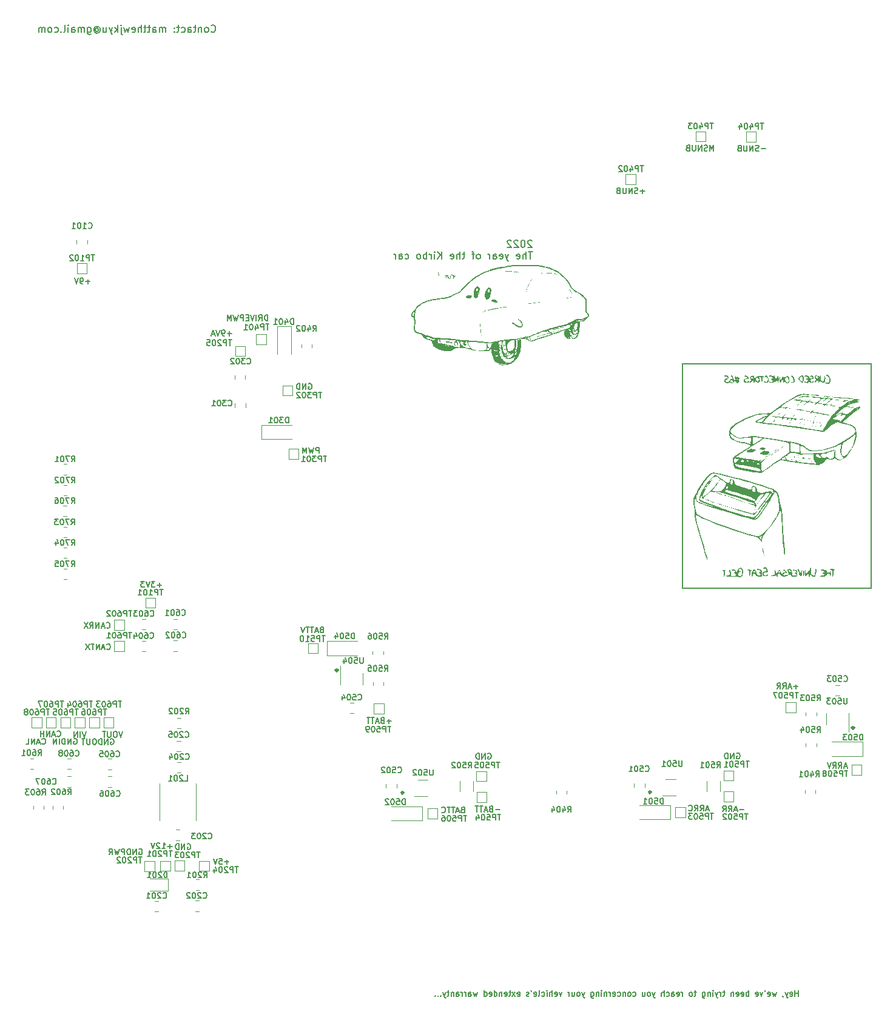
<source format=gbr>
%TF.GenerationSoftware,KiCad,Pcbnew,(6.0.1)*%
%TF.CreationDate,2022-06-06T22:12:23-07:00*%
%TF.ProjectId,MPPT,4d505054-2e6b-4696-9361-645f70636258,3.4.0*%
%TF.SameCoordinates,PX10b1ae8PY9b06478*%
%TF.FileFunction,Legend,Bot*%
%TF.FilePolarity,Positive*%
%FSLAX46Y46*%
G04 Gerber Fmt 4.6, Leading zero omitted, Abs format (unit mm)*
G04 Created by KiCad (PCBNEW (6.0.1)) date 2022-06-06 22:12:23*
%MOMM*%
%LPD*%
G01*
G04 APERTURE LIST*
%ADD10C,0.150000*%
%ADD11C,0.300000*%
%ADD12C,0.120000*%
G04 APERTURE END LIST*
D10*
X60159523Y-75870000D02*
X60235714Y-75831904D01*
X60350000Y-75831904D01*
X60464285Y-75870000D01*
X60540476Y-75946190D01*
X60578571Y-76022380D01*
X60616666Y-76174761D01*
X60616666Y-76289047D01*
X60578571Y-76441428D01*
X60540476Y-76517619D01*
X60464285Y-76593809D01*
X60350000Y-76631904D01*
X60273809Y-76631904D01*
X60159523Y-76593809D01*
X60121428Y-76555714D01*
X60121428Y-76289047D01*
X60273809Y-76289047D01*
X59778571Y-76631904D02*
X59778571Y-75831904D01*
X59321428Y-76631904D01*
X59321428Y-75831904D01*
X58940476Y-76631904D02*
X58940476Y-75831904D01*
X58750000Y-75831904D01*
X58635714Y-75870000D01*
X58559523Y-75946190D01*
X58521428Y-76022380D01*
X58483333Y-76174761D01*
X58483333Y-76289047D01*
X58521428Y-76441428D01*
X58559523Y-76517619D01*
X58635714Y-76593809D01*
X58750000Y-76631904D01*
X58940476Y-76631904D01*
X39639523Y-103947142D02*
X39030000Y-103947142D01*
X39334761Y-104251904D02*
X39334761Y-103642380D01*
X38725238Y-103451904D02*
X38230000Y-103451904D01*
X38496666Y-103756666D01*
X38382380Y-103756666D01*
X38306190Y-103794761D01*
X38268095Y-103832857D01*
X38230000Y-103909047D01*
X38230000Y-104099523D01*
X38268095Y-104175714D01*
X38306190Y-104213809D01*
X38382380Y-104251904D01*
X38610952Y-104251904D01*
X38687142Y-104213809D01*
X38725238Y-104175714D01*
X38001428Y-103451904D02*
X37734761Y-104251904D01*
X37468095Y-103451904D01*
X37277619Y-103451904D02*
X36782380Y-103451904D01*
X37049047Y-103756666D01*
X36934761Y-103756666D01*
X36858571Y-103794761D01*
X36820476Y-103832857D01*
X36782380Y-103909047D01*
X36782380Y-104099523D01*
X36820476Y-104175714D01*
X36858571Y-104213809D01*
X36934761Y-104251904D01*
X37163333Y-104251904D01*
X37239523Y-104213809D01*
X37277619Y-104175714D01*
X116695714Y-43341904D02*
X116695714Y-42541904D01*
X116429047Y-43113333D01*
X116162380Y-42541904D01*
X116162380Y-43341904D01*
X115819523Y-43303809D02*
X115705238Y-43341904D01*
X115514761Y-43341904D01*
X115438571Y-43303809D01*
X115400476Y-43265714D01*
X115362380Y-43189523D01*
X115362380Y-43113333D01*
X115400476Y-43037142D01*
X115438571Y-42999047D01*
X115514761Y-42960952D01*
X115667142Y-42922857D01*
X115743333Y-42884761D01*
X115781428Y-42846666D01*
X115819523Y-42770476D01*
X115819523Y-42694285D01*
X115781428Y-42618095D01*
X115743333Y-42580000D01*
X115667142Y-42541904D01*
X115476666Y-42541904D01*
X115362380Y-42580000D01*
X115019523Y-43341904D02*
X115019523Y-42541904D01*
X114562380Y-43341904D01*
X114562380Y-42541904D01*
X114181428Y-42541904D02*
X114181428Y-43189523D01*
X114143333Y-43265714D01*
X114105238Y-43303809D01*
X114029047Y-43341904D01*
X113876666Y-43341904D01*
X113800476Y-43303809D01*
X113762380Y-43265714D01*
X113724285Y-43189523D01*
X113724285Y-42541904D01*
X113076666Y-42922857D02*
X112962380Y-42960952D01*
X112924285Y-42999047D01*
X112886190Y-43075238D01*
X112886190Y-43189523D01*
X112924285Y-43265714D01*
X112962380Y-43303809D01*
X113038571Y-43341904D01*
X113343333Y-43341904D01*
X113343333Y-42541904D01*
X113076666Y-42541904D01*
X113000476Y-42580000D01*
X112962380Y-42618095D01*
X112924285Y-42694285D01*
X112924285Y-42770476D01*
X112962380Y-42846666D01*
X113000476Y-42884761D01*
X113076666Y-42922857D01*
X113343333Y-42922857D01*
X128477619Y-118137142D02*
X127868095Y-118137142D01*
X128172857Y-118441904D02*
X128172857Y-117832380D01*
X127525238Y-118213333D02*
X127144285Y-118213333D01*
X127601428Y-118441904D02*
X127334761Y-117641904D01*
X127068095Y-118441904D01*
X126344285Y-118441904D02*
X126610952Y-118060952D01*
X126801428Y-118441904D02*
X126801428Y-117641904D01*
X126496666Y-117641904D01*
X126420476Y-117680000D01*
X126382380Y-117718095D01*
X126344285Y-117794285D01*
X126344285Y-117908571D01*
X126382380Y-117984761D01*
X126420476Y-118022857D01*
X126496666Y-118060952D01*
X126801428Y-118060952D01*
X125544285Y-118441904D02*
X125810952Y-118060952D01*
X126001428Y-118441904D02*
X126001428Y-117641904D01*
X125696666Y-117641904D01*
X125620476Y-117680000D01*
X125582380Y-117718095D01*
X125544285Y-117794285D01*
X125544285Y-117908571D01*
X125582380Y-117984761D01*
X125620476Y-118022857D01*
X125696666Y-118060952D01*
X126001428Y-118060952D01*
X123953809Y-43057142D02*
X123344285Y-43057142D01*
X123001428Y-43323809D02*
X122887142Y-43361904D01*
X122696666Y-43361904D01*
X122620476Y-43323809D01*
X122582380Y-43285714D01*
X122544285Y-43209523D01*
X122544285Y-43133333D01*
X122582380Y-43057142D01*
X122620476Y-43019047D01*
X122696666Y-42980952D01*
X122849047Y-42942857D01*
X122925238Y-42904761D01*
X122963333Y-42866666D01*
X123001428Y-42790476D01*
X123001428Y-42714285D01*
X122963333Y-42638095D01*
X122925238Y-42600000D01*
X122849047Y-42561904D01*
X122658571Y-42561904D01*
X122544285Y-42600000D01*
X122201428Y-43361904D02*
X122201428Y-42561904D01*
X121744285Y-43361904D01*
X121744285Y-42561904D01*
X121363333Y-42561904D02*
X121363333Y-43209523D01*
X121325238Y-43285714D01*
X121287142Y-43323809D01*
X121210952Y-43361904D01*
X121058571Y-43361904D01*
X120982380Y-43323809D01*
X120944285Y-43285714D01*
X120906190Y-43209523D01*
X120906190Y-42561904D01*
X120258571Y-42942857D02*
X120144285Y-42980952D01*
X120106190Y-43019047D01*
X120068095Y-43095238D01*
X120068095Y-43209523D01*
X120106190Y-43285714D01*
X120144285Y-43323809D01*
X120220476Y-43361904D01*
X120525238Y-43361904D01*
X120525238Y-42561904D01*
X120258571Y-42561904D01*
X120182380Y-42600000D01*
X120144285Y-42638095D01*
X120106190Y-42714285D01*
X120106190Y-42790476D01*
X120144285Y-42866666D01*
X120182380Y-42904761D01*
X120258571Y-42942857D01*
X120525238Y-42942857D01*
X32010000Y-112895714D02*
X32048095Y-112933809D01*
X32162380Y-112971904D01*
X32238571Y-112971904D01*
X32352857Y-112933809D01*
X32429047Y-112857619D01*
X32467142Y-112781428D01*
X32505238Y-112629047D01*
X32505238Y-112514761D01*
X32467142Y-112362380D01*
X32429047Y-112286190D01*
X32352857Y-112210000D01*
X32238571Y-112171904D01*
X32162380Y-112171904D01*
X32048095Y-112210000D01*
X32010000Y-112248095D01*
X31705238Y-112743333D02*
X31324285Y-112743333D01*
X31781428Y-112971904D02*
X31514761Y-112171904D01*
X31248095Y-112971904D01*
X30981428Y-112971904D02*
X30981428Y-112171904D01*
X30524285Y-112971904D01*
X30524285Y-112171904D01*
X30257619Y-112171904D02*
X29800476Y-112171904D01*
X30029047Y-112971904D02*
X30029047Y-112171904D01*
X29610000Y-112171904D02*
X29076666Y-112971904D01*
X29076666Y-112171904D02*
X29610000Y-112971904D01*
X54449047Y-67041904D02*
X54449047Y-66241904D01*
X54258571Y-66241904D01*
X54144285Y-66280000D01*
X54068095Y-66356190D01*
X54030000Y-66432380D01*
X53991904Y-66584761D01*
X53991904Y-66699047D01*
X54030000Y-66851428D01*
X54068095Y-66927619D01*
X54144285Y-67003809D01*
X54258571Y-67041904D01*
X54449047Y-67041904D01*
X53191904Y-67041904D02*
X53458571Y-66660952D01*
X53649047Y-67041904D02*
X53649047Y-66241904D01*
X53344285Y-66241904D01*
X53268095Y-66280000D01*
X53230000Y-66318095D01*
X53191904Y-66394285D01*
X53191904Y-66508571D01*
X53230000Y-66584761D01*
X53268095Y-66622857D01*
X53344285Y-66660952D01*
X53649047Y-66660952D01*
X52849047Y-67041904D02*
X52849047Y-66241904D01*
X52582380Y-66241904D02*
X52315714Y-67041904D01*
X52049047Y-66241904D01*
X51782380Y-66622857D02*
X51515714Y-66622857D01*
X51401428Y-67041904D02*
X51782380Y-67041904D01*
X51782380Y-66241904D01*
X51401428Y-66241904D01*
X51058571Y-67041904D02*
X51058571Y-66241904D01*
X50753809Y-66241904D01*
X50677619Y-66280000D01*
X50639523Y-66318095D01*
X50601428Y-66394285D01*
X50601428Y-66508571D01*
X50639523Y-66584761D01*
X50677619Y-66622857D01*
X50753809Y-66660952D01*
X51058571Y-66660952D01*
X50334761Y-66241904D02*
X50144285Y-67041904D01*
X49991904Y-66470476D01*
X49839523Y-67041904D01*
X49649047Y-66241904D01*
X49344285Y-67041904D02*
X49344285Y-66241904D01*
X49077619Y-66813333D01*
X48810952Y-66241904D01*
X48810952Y-67041904D01*
X107068809Y-48982142D02*
X106459285Y-48982142D01*
X106764047Y-49286904D02*
X106764047Y-48677380D01*
X106116428Y-49248809D02*
X106002142Y-49286904D01*
X105811666Y-49286904D01*
X105735476Y-49248809D01*
X105697380Y-49210714D01*
X105659285Y-49134523D01*
X105659285Y-49058333D01*
X105697380Y-48982142D01*
X105735476Y-48944047D01*
X105811666Y-48905952D01*
X105964047Y-48867857D01*
X106040238Y-48829761D01*
X106078333Y-48791666D01*
X106116428Y-48715476D01*
X106116428Y-48639285D01*
X106078333Y-48563095D01*
X106040238Y-48525000D01*
X105964047Y-48486904D01*
X105773571Y-48486904D01*
X105659285Y-48525000D01*
X105316428Y-49286904D02*
X105316428Y-48486904D01*
X104859285Y-49286904D01*
X104859285Y-48486904D01*
X104478333Y-48486904D02*
X104478333Y-49134523D01*
X104440238Y-49210714D01*
X104402142Y-49248809D01*
X104325952Y-49286904D01*
X104173571Y-49286904D01*
X104097380Y-49248809D01*
X104059285Y-49210714D01*
X104021190Y-49134523D01*
X104021190Y-48486904D01*
X103373571Y-48867857D02*
X103259285Y-48905952D01*
X103221190Y-48944047D01*
X103183095Y-49020238D01*
X103183095Y-49134523D01*
X103221190Y-49210714D01*
X103259285Y-49248809D01*
X103335476Y-49286904D01*
X103640238Y-49286904D01*
X103640238Y-48486904D01*
X103373571Y-48486904D01*
X103297380Y-48525000D01*
X103259285Y-48563095D01*
X103221190Y-48639285D01*
X103221190Y-48715476D01*
X103259285Y-48791666D01*
X103297380Y-48829761D01*
X103373571Y-48867857D01*
X103640238Y-48867857D01*
X61593809Y-85561904D02*
X61593809Y-84761904D01*
X61289047Y-84761904D01*
X61212857Y-84800000D01*
X61174761Y-84838095D01*
X61136666Y-84914285D01*
X61136666Y-85028571D01*
X61174761Y-85104761D01*
X61212857Y-85142857D01*
X61289047Y-85180952D01*
X61593809Y-85180952D01*
X60870000Y-84761904D02*
X60679523Y-85561904D01*
X60527142Y-84990476D01*
X60374761Y-85561904D01*
X60184285Y-84761904D01*
X59879523Y-85561904D02*
X59879523Y-84761904D01*
X59612857Y-85333333D01*
X59346190Y-84761904D01*
X59346190Y-85561904D01*
D11*
X136140000Y-123766428D02*
X135997142Y-123909285D01*
X136140000Y-124052142D01*
X136282857Y-123909285D01*
X136140000Y-123766428D01*
X136140000Y-124052142D01*
D10*
X49441428Y-68847142D02*
X48831904Y-68847142D01*
X49136666Y-69151904D02*
X49136666Y-68542380D01*
X48412857Y-69151904D02*
X48260476Y-69151904D01*
X48184285Y-69113809D01*
X48146190Y-69075714D01*
X48070000Y-68961428D01*
X48031904Y-68809047D01*
X48031904Y-68504285D01*
X48070000Y-68428095D01*
X48108095Y-68390000D01*
X48184285Y-68351904D01*
X48336666Y-68351904D01*
X48412857Y-68390000D01*
X48450952Y-68428095D01*
X48489047Y-68504285D01*
X48489047Y-68694761D01*
X48450952Y-68770952D01*
X48412857Y-68809047D01*
X48336666Y-68847142D01*
X48184285Y-68847142D01*
X48108095Y-68809047D01*
X48070000Y-68770952D01*
X48031904Y-68694761D01*
X47803333Y-68351904D02*
X47536666Y-69151904D01*
X47270000Y-68351904D01*
X47041428Y-68923333D02*
X46660476Y-68923333D01*
X47117619Y-69151904D02*
X46850952Y-68351904D01*
X46584285Y-69151904D01*
D11*
X73260000Y-132826428D02*
X73117142Y-132969285D01*
X73260000Y-133112142D01*
X73402857Y-132969285D01*
X73260000Y-132826428D01*
X73260000Y-133112142D01*
D10*
X31960238Y-109910714D02*
X31998333Y-109948809D01*
X32112619Y-109986904D01*
X32188809Y-109986904D01*
X32303095Y-109948809D01*
X32379285Y-109872619D01*
X32417380Y-109796428D01*
X32455476Y-109644047D01*
X32455476Y-109529761D01*
X32417380Y-109377380D01*
X32379285Y-109301190D01*
X32303095Y-109225000D01*
X32188809Y-109186904D01*
X32112619Y-109186904D01*
X31998333Y-109225000D01*
X31960238Y-109263095D01*
X31655476Y-109758333D02*
X31274523Y-109758333D01*
X31731666Y-109986904D02*
X31465000Y-109186904D01*
X31198333Y-109986904D01*
X30931666Y-109986904D02*
X30931666Y-109186904D01*
X30474523Y-109986904D01*
X30474523Y-109186904D01*
X29636428Y-109986904D02*
X29903095Y-109605952D01*
X30093571Y-109986904D02*
X30093571Y-109186904D01*
X29788809Y-109186904D01*
X29712619Y-109225000D01*
X29674523Y-109263095D01*
X29636428Y-109339285D01*
X29636428Y-109453571D01*
X29674523Y-109529761D01*
X29712619Y-109567857D01*
X29788809Y-109605952D01*
X30093571Y-109605952D01*
X29369761Y-109186904D02*
X28836428Y-109986904D01*
X28836428Y-109186904D02*
X29369761Y-109986904D01*
X119909523Y-127470000D02*
X119985714Y-127431904D01*
X120100000Y-127431904D01*
X120214285Y-127470000D01*
X120290476Y-127546190D01*
X120328571Y-127622380D01*
X120366666Y-127774761D01*
X120366666Y-127889047D01*
X120328571Y-128041428D01*
X120290476Y-128117619D01*
X120214285Y-128193809D01*
X120100000Y-128231904D01*
X120023809Y-128231904D01*
X119909523Y-128193809D01*
X119871428Y-128155714D01*
X119871428Y-127889047D01*
X120023809Y-127889047D01*
X119528571Y-128231904D02*
X119528571Y-127431904D01*
X119071428Y-128231904D01*
X119071428Y-127431904D01*
X118690476Y-128231904D02*
X118690476Y-127431904D01*
X118500000Y-127431904D01*
X118385714Y-127470000D01*
X118309523Y-127546190D01*
X118271428Y-127622380D01*
X118233333Y-127774761D01*
X118233333Y-127889047D01*
X118271428Y-128041428D01*
X118309523Y-128117619D01*
X118385714Y-128193809D01*
X118500000Y-128231904D01*
X118690476Y-128231904D01*
X27399047Y-125432500D02*
X27475238Y-125394404D01*
X27589523Y-125394404D01*
X27703809Y-125432500D01*
X27780000Y-125508690D01*
X27818095Y-125584880D01*
X27856190Y-125737261D01*
X27856190Y-125851547D01*
X27818095Y-126003928D01*
X27780000Y-126080119D01*
X27703809Y-126156309D01*
X27589523Y-126194404D01*
X27513333Y-126194404D01*
X27399047Y-126156309D01*
X27360952Y-126118214D01*
X27360952Y-125851547D01*
X27513333Y-125851547D01*
X27018095Y-126194404D02*
X27018095Y-125394404D01*
X26560952Y-126194404D01*
X26560952Y-125394404D01*
X26180000Y-126194404D02*
X26180000Y-125394404D01*
X25989523Y-125394404D01*
X25875238Y-125432500D01*
X25799047Y-125508690D01*
X25760952Y-125584880D01*
X25722857Y-125737261D01*
X25722857Y-125851547D01*
X25760952Y-126003928D01*
X25799047Y-126080119D01*
X25875238Y-126156309D01*
X25989523Y-126194404D01*
X26180000Y-126194404D01*
X25380000Y-126194404D02*
X25380000Y-125394404D01*
X24999047Y-126194404D02*
X24999047Y-125394404D01*
X24541904Y-126194404D01*
X24541904Y-125394404D01*
X46568095Y-26682142D02*
X46615714Y-26729761D01*
X46758571Y-26777380D01*
X46853809Y-26777380D01*
X46996666Y-26729761D01*
X47091904Y-26634523D01*
X47139523Y-26539285D01*
X47187142Y-26348809D01*
X47187142Y-26205952D01*
X47139523Y-26015476D01*
X47091904Y-25920238D01*
X46996666Y-25825000D01*
X46853809Y-25777380D01*
X46758571Y-25777380D01*
X46615714Y-25825000D01*
X46568095Y-25872619D01*
X45996666Y-26777380D02*
X46091904Y-26729761D01*
X46139523Y-26682142D01*
X46187142Y-26586904D01*
X46187142Y-26301190D01*
X46139523Y-26205952D01*
X46091904Y-26158333D01*
X45996666Y-26110714D01*
X45853809Y-26110714D01*
X45758571Y-26158333D01*
X45710952Y-26205952D01*
X45663333Y-26301190D01*
X45663333Y-26586904D01*
X45710952Y-26682142D01*
X45758571Y-26729761D01*
X45853809Y-26777380D01*
X45996666Y-26777380D01*
X45234761Y-26110714D02*
X45234761Y-26777380D01*
X45234761Y-26205952D02*
X45187142Y-26158333D01*
X45091904Y-26110714D01*
X44949047Y-26110714D01*
X44853809Y-26158333D01*
X44806190Y-26253571D01*
X44806190Y-26777380D01*
X44472857Y-26110714D02*
X44091904Y-26110714D01*
X44330000Y-25777380D02*
X44330000Y-26634523D01*
X44282380Y-26729761D01*
X44187142Y-26777380D01*
X44091904Y-26777380D01*
X43330000Y-26777380D02*
X43330000Y-26253571D01*
X43377619Y-26158333D01*
X43472857Y-26110714D01*
X43663333Y-26110714D01*
X43758571Y-26158333D01*
X43330000Y-26729761D02*
X43425238Y-26777380D01*
X43663333Y-26777380D01*
X43758571Y-26729761D01*
X43806190Y-26634523D01*
X43806190Y-26539285D01*
X43758571Y-26444047D01*
X43663333Y-26396428D01*
X43425238Y-26396428D01*
X43330000Y-26348809D01*
X42425238Y-26729761D02*
X42520476Y-26777380D01*
X42710952Y-26777380D01*
X42806190Y-26729761D01*
X42853809Y-26682142D01*
X42901428Y-26586904D01*
X42901428Y-26301190D01*
X42853809Y-26205952D01*
X42806190Y-26158333D01*
X42710952Y-26110714D01*
X42520476Y-26110714D01*
X42425238Y-26158333D01*
X42139523Y-26110714D02*
X41758571Y-26110714D01*
X41996666Y-25777380D02*
X41996666Y-26634523D01*
X41949047Y-26729761D01*
X41853809Y-26777380D01*
X41758571Y-26777380D01*
X41425238Y-26682142D02*
X41377619Y-26729761D01*
X41425238Y-26777380D01*
X41472857Y-26729761D01*
X41425238Y-26682142D01*
X41425238Y-26777380D01*
X41425238Y-26158333D02*
X41377619Y-26205952D01*
X41425238Y-26253571D01*
X41472857Y-26205952D01*
X41425238Y-26158333D01*
X41425238Y-26253571D01*
X40187142Y-26777380D02*
X40187142Y-26110714D01*
X40187142Y-26205952D02*
X40139523Y-26158333D01*
X40044285Y-26110714D01*
X39901428Y-26110714D01*
X39806190Y-26158333D01*
X39758571Y-26253571D01*
X39758571Y-26777380D01*
X39758571Y-26253571D02*
X39710952Y-26158333D01*
X39615714Y-26110714D01*
X39472857Y-26110714D01*
X39377619Y-26158333D01*
X39330000Y-26253571D01*
X39330000Y-26777380D01*
X38425238Y-26777380D02*
X38425238Y-26253571D01*
X38472857Y-26158333D01*
X38568095Y-26110714D01*
X38758571Y-26110714D01*
X38853809Y-26158333D01*
X38425238Y-26729761D02*
X38520476Y-26777380D01*
X38758571Y-26777380D01*
X38853809Y-26729761D01*
X38901428Y-26634523D01*
X38901428Y-26539285D01*
X38853809Y-26444047D01*
X38758571Y-26396428D01*
X38520476Y-26396428D01*
X38425238Y-26348809D01*
X38091904Y-26110714D02*
X37710952Y-26110714D01*
X37949047Y-25777380D02*
X37949047Y-26634523D01*
X37901428Y-26729761D01*
X37806190Y-26777380D01*
X37710952Y-26777380D01*
X37520476Y-26110714D02*
X37139523Y-26110714D01*
X37377619Y-25777380D02*
X37377619Y-26634523D01*
X37330000Y-26729761D01*
X37234761Y-26777380D01*
X37139523Y-26777380D01*
X36806190Y-26777380D02*
X36806190Y-25777380D01*
X36377619Y-26777380D02*
X36377619Y-26253571D01*
X36425238Y-26158333D01*
X36520476Y-26110714D01*
X36663333Y-26110714D01*
X36758571Y-26158333D01*
X36806190Y-26205952D01*
X35520476Y-26729761D02*
X35615714Y-26777380D01*
X35806190Y-26777380D01*
X35901428Y-26729761D01*
X35949047Y-26634523D01*
X35949047Y-26253571D01*
X35901428Y-26158333D01*
X35806190Y-26110714D01*
X35615714Y-26110714D01*
X35520476Y-26158333D01*
X35472857Y-26253571D01*
X35472857Y-26348809D01*
X35949047Y-26444047D01*
X35139523Y-26110714D02*
X34949047Y-26777380D01*
X34758571Y-26301190D01*
X34568095Y-26777380D01*
X34377619Y-26110714D01*
X33996666Y-26110714D02*
X33996666Y-26967857D01*
X34044285Y-27063095D01*
X34139523Y-27110714D01*
X34187142Y-27110714D01*
X33996666Y-25777380D02*
X34044285Y-25825000D01*
X33996666Y-25872619D01*
X33949047Y-25825000D01*
X33996666Y-25777380D01*
X33996666Y-25872619D01*
X33520476Y-26777380D02*
X33520476Y-25777380D01*
X33425238Y-26396428D02*
X33139523Y-26777380D01*
X33139523Y-26110714D02*
X33520476Y-26491666D01*
X32806190Y-26110714D02*
X32568095Y-26777380D01*
X32330000Y-26110714D02*
X32568095Y-26777380D01*
X32663333Y-27015476D01*
X32710952Y-27063095D01*
X32806190Y-27110714D01*
X31520476Y-26110714D02*
X31520476Y-26777380D01*
X31949047Y-26110714D02*
X31949047Y-26634523D01*
X31901428Y-26729761D01*
X31806190Y-26777380D01*
X31663333Y-26777380D01*
X31568095Y-26729761D01*
X31520476Y-26682142D01*
X30425238Y-26301190D02*
X30472857Y-26253571D01*
X30568095Y-26205952D01*
X30663333Y-26205952D01*
X30758571Y-26253571D01*
X30806190Y-26301190D01*
X30853809Y-26396428D01*
X30853809Y-26491666D01*
X30806190Y-26586904D01*
X30758571Y-26634523D01*
X30663333Y-26682142D01*
X30568095Y-26682142D01*
X30472857Y-26634523D01*
X30425238Y-26586904D01*
X30425238Y-26205952D02*
X30425238Y-26586904D01*
X30377619Y-26634523D01*
X30330000Y-26634523D01*
X30234761Y-26586904D01*
X30187142Y-26491666D01*
X30187142Y-26253571D01*
X30282380Y-26110714D01*
X30425238Y-26015476D01*
X30615714Y-25967857D01*
X30806190Y-26015476D01*
X30949047Y-26110714D01*
X31044285Y-26253571D01*
X31091904Y-26444047D01*
X31044285Y-26634523D01*
X30949047Y-26777380D01*
X30806190Y-26872619D01*
X30615714Y-26920238D01*
X30425238Y-26872619D01*
X30282380Y-26777380D01*
X29330000Y-26110714D02*
X29330000Y-26920238D01*
X29377619Y-27015476D01*
X29425238Y-27063095D01*
X29520476Y-27110714D01*
X29663333Y-27110714D01*
X29758571Y-27063095D01*
X29330000Y-26729761D02*
X29425238Y-26777380D01*
X29615714Y-26777380D01*
X29710952Y-26729761D01*
X29758571Y-26682142D01*
X29806190Y-26586904D01*
X29806190Y-26301190D01*
X29758571Y-26205952D01*
X29710952Y-26158333D01*
X29615714Y-26110714D01*
X29425238Y-26110714D01*
X29330000Y-26158333D01*
X28853809Y-26777380D02*
X28853809Y-26110714D01*
X28853809Y-26205952D02*
X28806190Y-26158333D01*
X28710952Y-26110714D01*
X28568095Y-26110714D01*
X28472857Y-26158333D01*
X28425238Y-26253571D01*
X28425238Y-26777380D01*
X28425238Y-26253571D02*
X28377619Y-26158333D01*
X28282380Y-26110714D01*
X28139523Y-26110714D01*
X28044285Y-26158333D01*
X27996666Y-26253571D01*
X27996666Y-26777380D01*
X27091904Y-26777380D02*
X27091904Y-26253571D01*
X27139523Y-26158333D01*
X27234761Y-26110714D01*
X27425238Y-26110714D01*
X27520476Y-26158333D01*
X27091904Y-26729761D02*
X27187142Y-26777380D01*
X27425238Y-26777380D01*
X27520476Y-26729761D01*
X27568095Y-26634523D01*
X27568095Y-26539285D01*
X27520476Y-26444047D01*
X27425238Y-26396428D01*
X27187142Y-26396428D01*
X27091904Y-26348809D01*
X26615714Y-26777380D02*
X26615714Y-26110714D01*
X26615714Y-25777380D02*
X26663333Y-25825000D01*
X26615714Y-25872619D01*
X26568095Y-25825000D01*
X26615714Y-25777380D01*
X26615714Y-25872619D01*
X25996666Y-26777380D02*
X26091904Y-26729761D01*
X26139523Y-26634523D01*
X26139523Y-25777380D01*
X25615714Y-26682142D02*
X25568095Y-26729761D01*
X25615714Y-26777380D01*
X25663333Y-26729761D01*
X25615714Y-26682142D01*
X25615714Y-26777380D01*
X24710952Y-26729761D02*
X24806190Y-26777380D01*
X24996666Y-26777380D01*
X25091904Y-26729761D01*
X25139523Y-26682142D01*
X25187142Y-26586904D01*
X25187142Y-26301190D01*
X25139523Y-26205952D01*
X25091904Y-26158333D01*
X24996666Y-26110714D01*
X24806190Y-26110714D01*
X24710952Y-26158333D01*
X24139523Y-26777380D02*
X24234761Y-26729761D01*
X24282380Y-26682142D01*
X24330000Y-26586904D01*
X24330000Y-26301190D01*
X24282380Y-26205952D01*
X24234761Y-26158333D01*
X24139523Y-26110714D01*
X23996666Y-26110714D01*
X23901428Y-26158333D01*
X23853809Y-26205952D01*
X23806190Y-26301190D01*
X23806190Y-26586904D01*
X23853809Y-26682142D01*
X23901428Y-26729761D01*
X23996666Y-26777380D01*
X24139523Y-26777380D01*
X23377619Y-26777380D02*
X23377619Y-26110714D01*
X23377619Y-26205952D02*
X23330000Y-26158333D01*
X23234761Y-26110714D01*
X23091904Y-26110714D01*
X22996666Y-26158333D01*
X22949047Y-26253571D01*
X22949047Y-26777380D01*
X22949047Y-26253571D02*
X22901428Y-26158333D01*
X22806190Y-26110714D01*
X22663333Y-26110714D01*
X22568095Y-26158333D01*
X22520476Y-26253571D01*
X22520476Y-26777380D01*
X135293333Y-129293333D02*
X134912380Y-129293333D01*
X135369523Y-129521904D02*
X135102857Y-128721904D01*
X134836190Y-129521904D01*
X134112380Y-129521904D02*
X134379047Y-129140952D01*
X134569523Y-129521904D02*
X134569523Y-128721904D01*
X134264761Y-128721904D01*
X134188571Y-128760000D01*
X134150476Y-128798095D01*
X134112380Y-128874285D01*
X134112380Y-128988571D01*
X134150476Y-129064761D01*
X134188571Y-129102857D01*
X134264761Y-129140952D01*
X134569523Y-129140952D01*
X133312380Y-129521904D02*
X133579047Y-129140952D01*
X133769523Y-129521904D02*
X133769523Y-128721904D01*
X133464761Y-128721904D01*
X133388571Y-128760000D01*
X133350476Y-128798095D01*
X133312380Y-128874285D01*
X133312380Y-128988571D01*
X133350476Y-129064761D01*
X133388571Y-129102857D01*
X133464761Y-129140952D01*
X133769523Y-129140952D01*
X133083809Y-128721904D02*
X132817142Y-129521904D01*
X132550476Y-128721904D01*
X36496666Y-140840000D02*
X36572857Y-140801904D01*
X36687142Y-140801904D01*
X36801428Y-140840000D01*
X36877619Y-140916190D01*
X36915714Y-140992380D01*
X36953809Y-141144761D01*
X36953809Y-141259047D01*
X36915714Y-141411428D01*
X36877619Y-141487619D01*
X36801428Y-141563809D01*
X36687142Y-141601904D01*
X36610952Y-141601904D01*
X36496666Y-141563809D01*
X36458571Y-141525714D01*
X36458571Y-141259047D01*
X36610952Y-141259047D01*
X36115714Y-141601904D02*
X36115714Y-140801904D01*
X35658571Y-141601904D01*
X35658571Y-140801904D01*
X35277619Y-141601904D02*
X35277619Y-140801904D01*
X35087142Y-140801904D01*
X34972857Y-140840000D01*
X34896666Y-140916190D01*
X34858571Y-140992380D01*
X34820476Y-141144761D01*
X34820476Y-141259047D01*
X34858571Y-141411428D01*
X34896666Y-141487619D01*
X34972857Y-141563809D01*
X35087142Y-141601904D01*
X35277619Y-141601904D01*
X34477619Y-141601904D02*
X34477619Y-140801904D01*
X34172857Y-140801904D01*
X34096666Y-140840000D01*
X34058571Y-140878095D01*
X34020476Y-140954285D01*
X34020476Y-141068571D01*
X34058571Y-141144761D01*
X34096666Y-141182857D01*
X34172857Y-141220952D01*
X34477619Y-141220952D01*
X33753809Y-140801904D02*
X33563333Y-141601904D01*
X33410952Y-141030476D01*
X33258571Y-141601904D01*
X33068095Y-140801904D01*
X32306190Y-141601904D02*
X32572857Y-141220952D01*
X32763333Y-141601904D02*
X32763333Y-140801904D01*
X32458571Y-140801904D01*
X32382380Y-140840000D01*
X32344285Y-140878095D01*
X32306190Y-140954285D01*
X32306190Y-141068571D01*
X32344285Y-141144761D01*
X32382380Y-141182857D01*
X32458571Y-141220952D01*
X32763333Y-141220952D01*
X61978095Y-110202857D02*
X61863809Y-110240952D01*
X61825714Y-110279047D01*
X61787619Y-110355238D01*
X61787619Y-110469523D01*
X61825714Y-110545714D01*
X61863809Y-110583809D01*
X61940000Y-110621904D01*
X62244761Y-110621904D01*
X62244761Y-109821904D01*
X61978095Y-109821904D01*
X61901904Y-109860000D01*
X61863809Y-109898095D01*
X61825714Y-109974285D01*
X61825714Y-110050476D01*
X61863809Y-110126666D01*
X61901904Y-110164761D01*
X61978095Y-110202857D01*
X62244761Y-110202857D01*
X61482857Y-110393333D02*
X61101904Y-110393333D01*
X61559047Y-110621904D02*
X61292380Y-109821904D01*
X61025714Y-110621904D01*
X60873333Y-109821904D02*
X60416190Y-109821904D01*
X60644761Y-110621904D02*
X60644761Y-109821904D01*
X60263809Y-109821904D02*
X59806666Y-109821904D01*
X60035238Y-110621904D02*
X60035238Y-109821904D01*
X59654285Y-109821904D02*
X59387619Y-110621904D01*
X59120952Y-109821904D01*
D11*
X64085000Y-115716428D02*
X63942142Y-115859285D01*
X64085000Y-116002142D01*
X64227857Y-115859285D01*
X64085000Y-115716428D01*
X64085000Y-116002142D01*
D10*
X34219523Y-124414404D02*
X33952857Y-125214404D01*
X33686190Y-124414404D01*
X33267142Y-124414404D02*
X33114761Y-124414404D01*
X33038571Y-124452500D01*
X32962380Y-124528690D01*
X32924285Y-124681071D01*
X32924285Y-124947738D01*
X32962380Y-125100119D01*
X33038571Y-125176309D01*
X33114761Y-125214404D01*
X33267142Y-125214404D01*
X33343333Y-125176309D01*
X33419523Y-125100119D01*
X33457619Y-124947738D01*
X33457619Y-124681071D01*
X33419523Y-124528690D01*
X33343333Y-124452500D01*
X33267142Y-124414404D01*
X32581428Y-124414404D02*
X32581428Y-125062023D01*
X32543333Y-125138214D01*
X32505238Y-125176309D01*
X32429047Y-125214404D01*
X32276666Y-125214404D01*
X32200476Y-125176309D01*
X32162380Y-125138214D01*
X32124285Y-125062023D01*
X32124285Y-124414404D01*
X31857619Y-124414404D02*
X31400476Y-124414404D01*
X31629047Y-125214404D02*
X31629047Y-124414404D01*
X49048571Y-142627142D02*
X48439047Y-142627142D01*
X48743809Y-142931904D02*
X48743809Y-142322380D01*
X47677142Y-142131904D02*
X48058095Y-142131904D01*
X48096190Y-142512857D01*
X48058095Y-142474761D01*
X47981904Y-142436666D01*
X47791428Y-142436666D01*
X47715238Y-142474761D01*
X47677142Y-142512857D01*
X47639047Y-142589047D01*
X47639047Y-142779523D01*
X47677142Y-142855714D01*
X47715238Y-142893809D01*
X47791428Y-142931904D01*
X47981904Y-142931904D01*
X48058095Y-142893809D01*
X48096190Y-142855714D01*
X47410476Y-142131904D02*
X47143809Y-142931904D01*
X46877142Y-142131904D01*
X29673571Y-61582142D02*
X29064047Y-61582142D01*
X29368809Y-61886904D02*
X29368809Y-61277380D01*
X28645000Y-61886904D02*
X28492619Y-61886904D01*
X28416428Y-61848809D01*
X28378333Y-61810714D01*
X28302142Y-61696428D01*
X28264047Y-61544047D01*
X28264047Y-61239285D01*
X28302142Y-61163095D01*
X28340238Y-61125000D01*
X28416428Y-61086904D01*
X28568809Y-61086904D01*
X28645000Y-61125000D01*
X28683095Y-61163095D01*
X28721190Y-61239285D01*
X28721190Y-61429761D01*
X28683095Y-61505952D01*
X28645000Y-61544047D01*
X28568809Y-61582142D01*
X28416428Y-61582142D01*
X28340238Y-61544047D01*
X28302142Y-61505952D01*
X28264047Y-61429761D01*
X28035476Y-61086904D02*
X27768809Y-61886904D01*
X27502142Y-61086904D01*
X41119523Y-140457142D02*
X40510000Y-140457142D01*
X40814761Y-140761904D02*
X40814761Y-140152380D01*
X39710000Y-140761904D02*
X40167142Y-140761904D01*
X39938571Y-140761904D02*
X39938571Y-139961904D01*
X40014761Y-140076190D01*
X40090952Y-140152380D01*
X40167142Y-140190476D01*
X39405238Y-140038095D02*
X39367142Y-140000000D01*
X39290952Y-139961904D01*
X39100476Y-139961904D01*
X39024285Y-140000000D01*
X38986190Y-140038095D01*
X38948095Y-140114285D01*
X38948095Y-140190476D01*
X38986190Y-140304761D01*
X39443333Y-140761904D01*
X38948095Y-140761904D01*
X38719523Y-139961904D02*
X38452857Y-140761904D01*
X38186190Y-139961904D01*
X91312023Y-55907619D02*
X91264404Y-55860000D01*
X91169166Y-55812380D01*
X90931071Y-55812380D01*
X90835833Y-55860000D01*
X90788214Y-55907619D01*
X90740595Y-56002857D01*
X90740595Y-56098095D01*
X90788214Y-56240952D01*
X91359642Y-56812380D01*
X90740595Y-56812380D01*
X90121547Y-55812380D02*
X90026309Y-55812380D01*
X89931071Y-55860000D01*
X89883452Y-55907619D01*
X89835833Y-56002857D01*
X89788214Y-56193333D01*
X89788214Y-56431428D01*
X89835833Y-56621904D01*
X89883452Y-56717142D01*
X89931071Y-56764761D01*
X90026309Y-56812380D01*
X90121547Y-56812380D01*
X90216785Y-56764761D01*
X90264404Y-56717142D01*
X90312023Y-56621904D01*
X90359642Y-56431428D01*
X90359642Y-56193333D01*
X90312023Y-56002857D01*
X90264404Y-55907619D01*
X90216785Y-55860000D01*
X90121547Y-55812380D01*
X89407261Y-55907619D02*
X89359642Y-55860000D01*
X89264404Y-55812380D01*
X89026309Y-55812380D01*
X88931071Y-55860000D01*
X88883452Y-55907619D01*
X88835833Y-56002857D01*
X88835833Y-56098095D01*
X88883452Y-56240952D01*
X89454880Y-56812380D01*
X88835833Y-56812380D01*
X88454880Y-55907619D02*
X88407261Y-55860000D01*
X88312023Y-55812380D01*
X88073928Y-55812380D01*
X87978690Y-55860000D01*
X87931071Y-55907619D01*
X87883452Y-56002857D01*
X87883452Y-56098095D01*
X87931071Y-56240952D01*
X88502500Y-56812380D01*
X87883452Y-56812380D01*
X91407261Y-57422380D02*
X90835833Y-57422380D01*
X91121547Y-58422380D02*
X91121547Y-57422380D01*
X90502500Y-58422380D02*
X90502500Y-57422380D01*
X90073928Y-58422380D02*
X90073928Y-57898571D01*
X90121547Y-57803333D01*
X90216785Y-57755714D01*
X90359642Y-57755714D01*
X90454880Y-57803333D01*
X90502500Y-57850952D01*
X89216785Y-58374761D02*
X89312023Y-58422380D01*
X89502500Y-58422380D01*
X89597738Y-58374761D01*
X89645357Y-58279523D01*
X89645357Y-57898571D01*
X89597738Y-57803333D01*
X89502500Y-57755714D01*
X89312023Y-57755714D01*
X89216785Y-57803333D01*
X89169166Y-57898571D01*
X89169166Y-57993809D01*
X89645357Y-58089047D01*
X88073928Y-57755714D02*
X87835833Y-58422380D01*
X87597738Y-57755714D02*
X87835833Y-58422380D01*
X87931071Y-58660476D01*
X87978690Y-58708095D01*
X88073928Y-58755714D01*
X86835833Y-58374761D02*
X86931071Y-58422380D01*
X87121547Y-58422380D01*
X87216785Y-58374761D01*
X87264404Y-58279523D01*
X87264404Y-57898571D01*
X87216785Y-57803333D01*
X87121547Y-57755714D01*
X86931071Y-57755714D01*
X86835833Y-57803333D01*
X86788214Y-57898571D01*
X86788214Y-57993809D01*
X87264404Y-58089047D01*
X85931071Y-58422380D02*
X85931071Y-57898571D01*
X85978690Y-57803333D01*
X86073928Y-57755714D01*
X86264404Y-57755714D01*
X86359642Y-57803333D01*
X85931071Y-58374761D02*
X86026309Y-58422380D01*
X86264404Y-58422380D01*
X86359642Y-58374761D01*
X86407261Y-58279523D01*
X86407261Y-58184285D01*
X86359642Y-58089047D01*
X86264404Y-58041428D01*
X86026309Y-58041428D01*
X85931071Y-57993809D01*
X85454880Y-58422380D02*
X85454880Y-57755714D01*
X85454880Y-57946190D02*
X85407261Y-57850952D01*
X85359642Y-57803333D01*
X85264404Y-57755714D01*
X85169166Y-57755714D01*
X83931071Y-58422380D02*
X84026309Y-58374761D01*
X84073928Y-58327142D01*
X84121547Y-58231904D01*
X84121547Y-57946190D01*
X84073928Y-57850952D01*
X84026309Y-57803333D01*
X83931071Y-57755714D01*
X83788214Y-57755714D01*
X83692976Y-57803333D01*
X83645357Y-57850952D01*
X83597738Y-57946190D01*
X83597738Y-58231904D01*
X83645357Y-58327142D01*
X83692976Y-58374761D01*
X83788214Y-58422380D01*
X83931071Y-58422380D01*
X83312023Y-57755714D02*
X82931071Y-57755714D01*
X83169166Y-58422380D02*
X83169166Y-57565238D01*
X83121547Y-57470000D01*
X83026309Y-57422380D01*
X82931071Y-57422380D01*
X81978690Y-57755714D02*
X81597738Y-57755714D01*
X81835833Y-57422380D02*
X81835833Y-58279523D01*
X81788214Y-58374761D01*
X81692976Y-58422380D01*
X81597738Y-58422380D01*
X81264404Y-58422380D02*
X81264404Y-57422380D01*
X80835833Y-58422380D02*
X80835833Y-57898571D01*
X80883452Y-57803333D01*
X80978690Y-57755714D01*
X81121547Y-57755714D01*
X81216785Y-57803333D01*
X81264404Y-57850952D01*
X79978690Y-58374761D02*
X80073928Y-58422380D01*
X80264404Y-58422380D01*
X80359642Y-58374761D01*
X80407261Y-58279523D01*
X80407261Y-57898571D01*
X80359642Y-57803333D01*
X80264404Y-57755714D01*
X80073928Y-57755714D01*
X79978690Y-57803333D01*
X79931071Y-57898571D01*
X79931071Y-57993809D01*
X80407261Y-58089047D01*
X78740595Y-58422380D02*
X78740595Y-57422380D01*
X78169166Y-58422380D02*
X78597738Y-57850952D01*
X78169166Y-57422380D02*
X78740595Y-57993809D01*
X77740595Y-58422380D02*
X77740595Y-57755714D01*
X77740595Y-57422380D02*
X77788214Y-57470000D01*
X77740595Y-57517619D01*
X77692976Y-57470000D01*
X77740595Y-57422380D01*
X77740595Y-57517619D01*
X77264404Y-58422380D02*
X77264404Y-57755714D01*
X77264404Y-57946190D02*
X77216785Y-57850952D01*
X77169166Y-57803333D01*
X77073928Y-57755714D01*
X76978690Y-57755714D01*
X76645357Y-58422380D02*
X76645357Y-57422380D01*
X76645357Y-57803333D02*
X76550119Y-57755714D01*
X76359642Y-57755714D01*
X76264404Y-57803333D01*
X76216785Y-57850952D01*
X76169166Y-57946190D01*
X76169166Y-58231904D01*
X76216785Y-58327142D01*
X76264404Y-58374761D01*
X76359642Y-58422380D01*
X76550119Y-58422380D01*
X76645357Y-58374761D01*
X75597738Y-58422380D02*
X75692976Y-58374761D01*
X75740595Y-58327142D01*
X75788214Y-58231904D01*
X75788214Y-57946190D01*
X75740595Y-57850952D01*
X75692976Y-57803333D01*
X75597738Y-57755714D01*
X75454880Y-57755714D01*
X75359642Y-57803333D01*
X75312023Y-57850952D01*
X75264404Y-57946190D01*
X75264404Y-58231904D01*
X75312023Y-58327142D01*
X75359642Y-58374761D01*
X75454880Y-58422380D01*
X75597738Y-58422380D01*
X73645357Y-58374761D02*
X73740595Y-58422380D01*
X73931071Y-58422380D01*
X74026309Y-58374761D01*
X74073928Y-58327142D01*
X74121547Y-58231904D01*
X74121547Y-57946190D01*
X74073928Y-57850952D01*
X74026309Y-57803333D01*
X73931071Y-57755714D01*
X73740595Y-57755714D01*
X73645357Y-57803333D01*
X72788214Y-58422380D02*
X72788214Y-57898571D01*
X72835833Y-57803333D01*
X72931071Y-57755714D01*
X73121547Y-57755714D01*
X73216785Y-57803333D01*
X72788214Y-58374761D02*
X72883452Y-58422380D01*
X73121547Y-58422380D01*
X73216785Y-58374761D01*
X73264404Y-58279523D01*
X73264404Y-58184285D01*
X73216785Y-58089047D01*
X73121547Y-58041428D01*
X72883452Y-58041428D01*
X72788214Y-57993809D01*
X72312023Y-58422380D02*
X72312023Y-57755714D01*
X72312023Y-57946190D02*
X72264404Y-57850952D01*
X72216785Y-57803333D01*
X72121547Y-57755714D01*
X72026309Y-57755714D01*
D11*
X107800000Y-132731428D02*
X107657142Y-132874285D01*
X107800000Y-133017142D01*
X107942857Y-132874285D01*
X107800000Y-132731428D01*
X107800000Y-133017142D01*
D10*
X128513333Y-161371904D02*
X128513333Y-160571904D01*
X128513333Y-160952857D02*
X128056190Y-160952857D01*
X128056190Y-161371904D02*
X128056190Y-160571904D01*
X127370476Y-161333809D02*
X127446666Y-161371904D01*
X127599047Y-161371904D01*
X127675238Y-161333809D01*
X127713333Y-161257619D01*
X127713333Y-160952857D01*
X127675238Y-160876666D01*
X127599047Y-160838571D01*
X127446666Y-160838571D01*
X127370476Y-160876666D01*
X127332380Y-160952857D01*
X127332380Y-161029047D01*
X127713333Y-161105238D01*
X127065714Y-160838571D02*
X126875238Y-161371904D01*
X126684761Y-160838571D02*
X126875238Y-161371904D01*
X126951428Y-161562380D01*
X126989523Y-161600476D01*
X127065714Y-161638571D01*
X126341904Y-161333809D02*
X126341904Y-161371904D01*
X126380000Y-161448095D01*
X126418095Y-161486190D01*
X125465714Y-160838571D02*
X125313333Y-161371904D01*
X125160952Y-160990952D01*
X125008571Y-161371904D01*
X124856190Y-160838571D01*
X124246666Y-161333809D02*
X124322857Y-161371904D01*
X124475238Y-161371904D01*
X124551428Y-161333809D01*
X124589523Y-161257619D01*
X124589523Y-160952857D01*
X124551428Y-160876666D01*
X124475238Y-160838571D01*
X124322857Y-160838571D01*
X124246666Y-160876666D01*
X124208571Y-160952857D01*
X124208571Y-161029047D01*
X124589523Y-161105238D01*
X123827619Y-160571904D02*
X123903809Y-160724285D01*
X123560952Y-160838571D02*
X123370476Y-161371904D01*
X123180000Y-160838571D01*
X122570476Y-161333809D02*
X122646666Y-161371904D01*
X122799047Y-161371904D01*
X122875238Y-161333809D01*
X122913333Y-161257619D01*
X122913333Y-160952857D01*
X122875238Y-160876666D01*
X122799047Y-160838571D01*
X122646666Y-160838571D01*
X122570476Y-160876666D01*
X122532380Y-160952857D01*
X122532380Y-161029047D01*
X122913333Y-161105238D01*
X121580000Y-161371904D02*
X121580000Y-160571904D01*
X121580000Y-160876666D02*
X121503809Y-160838571D01*
X121351428Y-160838571D01*
X121275238Y-160876666D01*
X121237142Y-160914761D01*
X121199047Y-160990952D01*
X121199047Y-161219523D01*
X121237142Y-161295714D01*
X121275238Y-161333809D01*
X121351428Y-161371904D01*
X121503809Y-161371904D01*
X121580000Y-161333809D01*
X120551428Y-161333809D02*
X120627619Y-161371904D01*
X120780000Y-161371904D01*
X120856190Y-161333809D01*
X120894285Y-161257619D01*
X120894285Y-160952857D01*
X120856190Y-160876666D01*
X120780000Y-160838571D01*
X120627619Y-160838571D01*
X120551428Y-160876666D01*
X120513333Y-160952857D01*
X120513333Y-161029047D01*
X120894285Y-161105238D01*
X119865714Y-161333809D02*
X119941904Y-161371904D01*
X120094285Y-161371904D01*
X120170476Y-161333809D01*
X120208571Y-161257619D01*
X120208571Y-160952857D01*
X120170476Y-160876666D01*
X120094285Y-160838571D01*
X119941904Y-160838571D01*
X119865714Y-160876666D01*
X119827619Y-160952857D01*
X119827619Y-161029047D01*
X120208571Y-161105238D01*
X119484761Y-160838571D02*
X119484761Y-161371904D01*
X119484761Y-160914761D02*
X119446666Y-160876666D01*
X119370476Y-160838571D01*
X119256190Y-160838571D01*
X119180000Y-160876666D01*
X119141904Y-160952857D01*
X119141904Y-161371904D01*
X118265714Y-160838571D02*
X117960952Y-160838571D01*
X118151428Y-160571904D02*
X118151428Y-161257619D01*
X118113333Y-161333809D01*
X118037142Y-161371904D01*
X117960952Y-161371904D01*
X117694285Y-161371904D02*
X117694285Y-160838571D01*
X117694285Y-160990952D02*
X117656190Y-160914761D01*
X117618095Y-160876666D01*
X117541904Y-160838571D01*
X117465714Y-160838571D01*
X117275238Y-160838571D02*
X117084761Y-161371904D01*
X116894285Y-160838571D02*
X117084761Y-161371904D01*
X117160952Y-161562380D01*
X117199047Y-161600476D01*
X117275238Y-161638571D01*
X116589523Y-161371904D02*
X116589523Y-160838571D01*
X116589523Y-160571904D02*
X116627619Y-160610000D01*
X116589523Y-160648095D01*
X116551428Y-160610000D01*
X116589523Y-160571904D01*
X116589523Y-160648095D01*
X116208571Y-160838571D02*
X116208571Y-161371904D01*
X116208571Y-160914761D02*
X116170476Y-160876666D01*
X116094285Y-160838571D01*
X115980000Y-160838571D01*
X115903809Y-160876666D01*
X115865714Y-160952857D01*
X115865714Y-161371904D01*
X115141904Y-160838571D02*
X115141904Y-161486190D01*
X115180000Y-161562380D01*
X115218095Y-161600476D01*
X115294285Y-161638571D01*
X115408571Y-161638571D01*
X115484761Y-161600476D01*
X115141904Y-161333809D02*
X115218095Y-161371904D01*
X115370476Y-161371904D01*
X115446666Y-161333809D01*
X115484761Y-161295714D01*
X115522857Y-161219523D01*
X115522857Y-160990952D01*
X115484761Y-160914761D01*
X115446666Y-160876666D01*
X115370476Y-160838571D01*
X115218095Y-160838571D01*
X115141904Y-160876666D01*
X114265714Y-160838571D02*
X113960952Y-160838571D01*
X114151428Y-160571904D02*
X114151428Y-161257619D01*
X114113333Y-161333809D01*
X114037142Y-161371904D01*
X113960952Y-161371904D01*
X113580000Y-161371904D02*
X113656190Y-161333809D01*
X113694285Y-161295714D01*
X113732380Y-161219523D01*
X113732380Y-160990952D01*
X113694285Y-160914761D01*
X113656190Y-160876666D01*
X113580000Y-160838571D01*
X113465714Y-160838571D01*
X113389523Y-160876666D01*
X113351428Y-160914761D01*
X113313333Y-160990952D01*
X113313333Y-161219523D01*
X113351428Y-161295714D01*
X113389523Y-161333809D01*
X113465714Y-161371904D01*
X113580000Y-161371904D01*
X112360952Y-161371904D02*
X112360952Y-160838571D01*
X112360952Y-160990952D02*
X112322857Y-160914761D01*
X112284761Y-160876666D01*
X112208571Y-160838571D01*
X112132380Y-160838571D01*
X111560952Y-161333809D02*
X111637142Y-161371904D01*
X111789523Y-161371904D01*
X111865714Y-161333809D01*
X111903809Y-161257619D01*
X111903809Y-160952857D01*
X111865714Y-160876666D01*
X111789523Y-160838571D01*
X111637142Y-160838571D01*
X111560952Y-160876666D01*
X111522857Y-160952857D01*
X111522857Y-161029047D01*
X111903809Y-161105238D01*
X110837142Y-161371904D02*
X110837142Y-160952857D01*
X110875238Y-160876666D01*
X110951428Y-160838571D01*
X111103809Y-160838571D01*
X111180000Y-160876666D01*
X110837142Y-161333809D02*
X110913333Y-161371904D01*
X111103809Y-161371904D01*
X111180000Y-161333809D01*
X111218095Y-161257619D01*
X111218095Y-161181428D01*
X111180000Y-161105238D01*
X111103809Y-161067142D01*
X110913333Y-161067142D01*
X110837142Y-161029047D01*
X110113333Y-161333809D02*
X110189523Y-161371904D01*
X110341904Y-161371904D01*
X110418095Y-161333809D01*
X110456190Y-161295714D01*
X110494285Y-161219523D01*
X110494285Y-160990952D01*
X110456190Y-160914761D01*
X110418095Y-160876666D01*
X110341904Y-160838571D01*
X110189523Y-160838571D01*
X110113333Y-160876666D01*
X109770476Y-161371904D02*
X109770476Y-160571904D01*
X109427619Y-161371904D02*
X109427619Y-160952857D01*
X109465714Y-160876666D01*
X109541904Y-160838571D01*
X109656190Y-160838571D01*
X109732380Y-160876666D01*
X109770476Y-160914761D01*
X108513333Y-160838571D02*
X108322857Y-161371904D01*
X108132380Y-160838571D02*
X108322857Y-161371904D01*
X108399047Y-161562380D01*
X108437142Y-161600476D01*
X108513333Y-161638571D01*
X107713333Y-161371904D02*
X107789523Y-161333809D01*
X107827619Y-161295714D01*
X107865714Y-161219523D01*
X107865714Y-160990952D01*
X107827619Y-160914761D01*
X107789523Y-160876666D01*
X107713333Y-160838571D01*
X107599047Y-160838571D01*
X107522857Y-160876666D01*
X107484761Y-160914761D01*
X107446666Y-160990952D01*
X107446666Y-161219523D01*
X107484761Y-161295714D01*
X107522857Y-161333809D01*
X107599047Y-161371904D01*
X107713333Y-161371904D01*
X106760952Y-160838571D02*
X106760952Y-161371904D01*
X107103809Y-160838571D02*
X107103809Y-161257619D01*
X107065714Y-161333809D01*
X106989523Y-161371904D01*
X106875238Y-161371904D01*
X106799047Y-161333809D01*
X106760952Y-161295714D01*
X105427619Y-161333809D02*
X105503809Y-161371904D01*
X105656190Y-161371904D01*
X105732380Y-161333809D01*
X105770476Y-161295714D01*
X105808571Y-161219523D01*
X105808571Y-160990952D01*
X105770476Y-160914761D01*
X105732380Y-160876666D01*
X105656190Y-160838571D01*
X105503809Y-160838571D01*
X105427619Y-160876666D01*
X104970476Y-161371904D02*
X105046666Y-161333809D01*
X105084761Y-161295714D01*
X105122857Y-161219523D01*
X105122857Y-160990952D01*
X105084761Y-160914761D01*
X105046666Y-160876666D01*
X104970476Y-160838571D01*
X104856190Y-160838571D01*
X104780000Y-160876666D01*
X104741904Y-160914761D01*
X104703809Y-160990952D01*
X104703809Y-161219523D01*
X104741904Y-161295714D01*
X104780000Y-161333809D01*
X104856190Y-161371904D01*
X104970476Y-161371904D01*
X104360952Y-160838571D02*
X104360952Y-161371904D01*
X104360952Y-160914761D02*
X104322857Y-160876666D01*
X104246666Y-160838571D01*
X104132380Y-160838571D01*
X104056190Y-160876666D01*
X104018095Y-160952857D01*
X104018095Y-161371904D01*
X103294285Y-161333809D02*
X103370476Y-161371904D01*
X103522857Y-161371904D01*
X103599047Y-161333809D01*
X103637142Y-161295714D01*
X103675238Y-161219523D01*
X103675238Y-160990952D01*
X103637142Y-160914761D01*
X103599047Y-160876666D01*
X103522857Y-160838571D01*
X103370476Y-160838571D01*
X103294285Y-160876666D01*
X102646666Y-161333809D02*
X102722857Y-161371904D01*
X102875238Y-161371904D01*
X102951428Y-161333809D01*
X102989523Y-161257619D01*
X102989523Y-160952857D01*
X102951428Y-160876666D01*
X102875238Y-160838571D01*
X102722857Y-160838571D01*
X102646666Y-160876666D01*
X102608571Y-160952857D01*
X102608571Y-161029047D01*
X102989523Y-161105238D01*
X102265714Y-161371904D02*
X102265714Y-160838571D01*
X102265714Y-160990952D02*
X102227619Y-160914761D01*
X102189523Y-160876666D01*
X102113333Y-160838571D01*
X102037142Y-160838571D01*
X101770476Y-160838571D02*
X101770476Y-161371904D01*
X101770476Y-160914761D02*
X101732380Y-160876666D01*
X101656190Y-160838571D01*
X101541904Y-160838571D01*
X101465714Y-160876666D01*
X101427619Y-160952857D01*
X101427619Y-161371904D01*
X101046666Y-161371904D02*
X101046666Y-160838571D01*
X101046666Y-160571904D02*
X101084761Y-160610000D01*
X101046666Y-160648095D01*
X101008571Y-160610000D01*
X101046666Y-160571904D01*
X101046666Y-160648095D01*
X100665714Y-160838571D02*
X100665714Y-161371904D01*
X100665714Y-160914761D02*
X100627619Y-160876666D01*
X100551428Y-160838571D01*
X100437142Y-160838571D01*
X100360952Y-160876666D01*
X100322857Y-160952857D01*
X100322857Y-161371904D01*
X99599047Y-160838571D02*
X99599047Y-161486190D01*
X99637142Y-161562380D01*
X99675238Y-161600476D01*
X99751428Y-161638571D01*
X99865714Y-161638571D01*
X99941904Y-161600476D01*
X99599047Y-161333809D02*
X99675238Y-161371904D01*
X99827619Y-161371904D01*
X99903809Y-161333809D01*
X99941904Y-161295714D01*
X99980000Y-161219523D01*
X99980000Y-160990952D01*
X99941904Y-160914761D01*
X99903809Y-160876666D01*
X99827619Y-160838571D01*
X99675238Y-160838571D01*
X99599047Y-160876666D01*
X98684761Y-160838571D02*
X98494285Y-161371904D01*
X98303809Y-160838571D02*
X98494285Y-161371904D01*
X98570476Y-161562380D01*
X98608571Y-161600476D01*
X98684761Y-161638571D01*
X97884761Y-161371904D02*
X97960952Y-161333809D01*
X97999047Y-161295714D01*
X98037142Y-161219523D01*
X98037142Y-160990952D01*
X97999047Y-160914761D01*
X97960952Y-160876666D01*
X97884761Y-160838571D01*
X97770476Y-160838571D01*
X97694285Y-160876666D01*
X97656190Y-160914761D01*
X97618095Y-160990952D01*
X97618095Y-161219523D01*
X97656190Y-161295714D01*
X97694285Y-161333809D01*
X97770476Y-161371904D01*
X97884761Y-161371904D01*
X96932380Y-160838571D02*
X96932380Y-161371904D01*
X97275238Y-160838571D02*
X97275238Y-161257619D01*
X97237142Y-161333809D01*
X97160952Y-161371904D01*
X97046666Y-161371904D01*
X96970476Y-161333809D01*
X96932380Y-161295714D01*
X96551428Y-161371904D02*
X96551428Y-160838571D01*
X96551428Y-160990952D02*
X96513333Y-160914761D01*
X96475238Y-160876666D01*
X96399047Y-160838571D01*
X96322857Y-160838571D01*
X95522857Y-160838571D02*
X95332380Y-161371904D01*
X95141904Y-160838571D01*
X94532380Y-161333809D02*
X94608571Y-161371904D01*
X94760952Y-161371904D01*
X94837142Y-161333809D01*
X94875238Y-161257619D01*
X94875238Y-160952857D01*
X94837142Y-160876666D01*
X94760952Y-160838571D01*
X94608571Y-160838571D01*
X94532380Y-160876666D01*
X94494285Y-160952857D01*
X94494285Y-161029047D01*
X94875238Y-161105238D01*
X94151428Y-161371904D02*
X94151428Y-160571904D01*
X93808571Y-161371904D02*
X93808571Y-160952857D01*
X93846666Y-160876666D01*
X93922857Y-160838571D01*
X94037142Y-160838571D01*
X94113333Y-160876666D01*
X94151428Y-160914761D01*
X93427619Y-161371904D02*
X93427619Y-160838571D01*
X93427619Y-160571904D02*
X93465714Y-160610000D01*
X93427619Y-160648095D01*
X93389523Y-160610000D01*
X93427619Y-160571904D01*
X93427619Y-160648095D01*
X92703809Y-161333809D02*
X92780000Y-161371904D01*
X92932380Y-161371904D01*
X93008571Y-161333809D01*
X93046666Y-161295714D01*
X93084761Y-161219523D01*
X93084761Y-160990952D01*
X93046666Y-160914761D01*
X93008571Y-160876666D01*
X92932380Y-160838571D01*
X92780000Y-160838571D01*
X92703809Y-160876666D01*
X92246666Y-161371904D02*
X92322857Y-161333809D01*
X92360952Y-161257619D01*
X92360952Y-160571904D01*
X91637142Y-161333809D02*
X91713333Y-161371904D01*
X91865714Y-161371904D01*
X91941904Y-161333809D01*
X91980000Y-161257619D01*
X91980000Y-160952857D01*
X91941904Y-160876666D01*
X91865714Y-160838571D01*
X91713333Y-160838571D01*
X91637142Y-160876666D01*
X91599047Y-160952857D01*
X91599047Y-161029047D01*
X91980000Y-161105238D01*
X91218095Y-160571904D02*
X91294285Y-160724285D01*
X90913333Y-161333809D02*
X90837142Y-161371904D01*
X90684761Y-161371904D01*
X90608571Y-161333809D01*
X90570476Y-161257619D01*
X90570476Y-161219523D01*
X90608571Y-161143333D01*
X90684761Y-161105238D01*
X90799047Y-161105238D01*
X90875238Y-161067142D01*
X90913333Y-160990952D01*
X90913333Y-160952857D01*
X90875238Y-160876666D01*
X90799047Y-160838571D01*
X90684761Y-160838571D01*
X90608571Y-160876666D01*
X89313333Y-161333809D02*
X89389523Y-161371904D01*
X89541904Y-161371904D01*
X89618095Y-161333809D01*
X89656190Y-161257619D01*
X89656190Y-160952857D01*
X89618095Y-160876666D01*
X89541904Y-160838571D01*
X89389523Y-160838571D01*
X89313333Y-160876666D01*
X89275238Y-160952857D01*
X89275238Y-161029047D01*
X89656190Y-161105238D01*
X89008571Y-161371904D02*
X88589523Y-160838571D01*
X89008571Y-160838571D02*
X88589523Y-161371904D01*
X88399047Y-160838571D02*
X88094285Y-160838571D01*
X88284761Y-160571904D02*
X88284761Y-161257619D01*
X88246666Y-161333809D01*
X88170476Y-161371904D01*
X88094285Y-161371904D01*
X87522857Y-161333809D02*
X87599047Y-161371904D01*
X87751428Y-161371904D01*
X87827619Y-161333809D01*
X87865714Y-161257619D01*
X87865714Y-160952857D01*
X87827619Y-160876666D01*
X87751428Y-160838571D01*
X87599047Y-160838571D01*
X87522857Y-160876666D01*
X87484761Y-160952857D01*
X87484761Y-161029047D01*
X87865714Y-161105238D01*
X87141904Y-160838571D02*
X87141904Y-161371904D01*
X87141904Y-160914761D02*
X87103809Y-160876666D01*
X87027619Y-160838571D01*
X86913333Y-160838571D01*
X86837142Y-160876666D01*
X86799047Y-160952857D01*
X86799047Y-161371904D01*
X86075238Y-161371904D02*
X86075238Y-160571904D01*
X86075238Y-161333809D02*
X86151428Y-161371904D01*
X86303809Y-161371904D01*
X86380000Y-161333809D01*
X86418095Y-161295714D01*
X86456190Y-161219523D01*
X86456190Y-160990952D01*
X86418095Y-160914761D01*
X86380000Y-160876666D01*
X86303809Y-160838571D01*
X86151428Y-160838571D01*
X86075238Y-160876666D01*
X85389523Y-161333809D02*
X85465714Y-161371904D01*
X85618095Y-161371904D01*
X85694285Y-161333809D01*
X85732380Y-161257619D01*
X85732380Y-160952857D01*
X85694285Y-160876666D01*
X85618095Y-160838571D01*
X85465714Y-160838571D01*
X85389523Y-160876666D01*
X85351428Y-160952857D01*
X85351428Y-161029047D01*
X85732380Y-161105238D01*
X84665714Y-161371904D02*
X84665714Y-160571904D01*
X84665714Y-161333809D02*
X84741904Y-161371904D01*
X84894285Y-161371904D01*
X84970476Y-161333809D01*
X85008571Y-161295714D01*
X85046666Y-161219523D01*
X85046666Y-160990952D01*
X85008571Y-160914761D01*
X84970476Y-160876666D01*
X84894285Y-160838571D01*
X84741904Y-160838571D01*
X84665714Y-160876666D01*
X83751428Y-160838571D02*
X83599047Y-161371904D01*
X83446666Y-160990952D01*
X83294285Y-161371904D01*
X83141904Y-160838571D01*
X82494285Y-161371904D02*
X82494285Y-160952857D01*
X82532380Y-160876666D01*
X82608571Y-160838571D01*
X82760952Y-160838571D01*
X82837142Y-160876666D01*
X82494285Y-161333809D02*
X82570476Y-161371904D01*
X82760952Y-161371904D01*
X82837142Y-161333809D01*
X82875238Y-161257619D01*
X82875238Y-161181428D01*
X82837142Y-161105238D01*
X82760952Y-161067142D01*
X82570476Y-161067142D01*
X82494285Y-161029047D01*
X82113333Y-161371904D02*
X82113333Y-160838571D01*
X82113333Y-160990952D02*
X82075238Y-160914761D01*
X82037142Y-160876666D01*
X81960952Y-160838571D01*
X81884761Y-160838571D01*
X81618095Y-161371904D02*
X81618095Y-160838571D01*
X81618095Y-160990952D02*
X81580000Y-160914761D01*
X81541904Y-160876666D01*
X81465714Y-160838571D01*
X81389523Y-160838571D01*
X80780000Y-161371904D02*
X80780000Y-160952857D01*
X80818095Y-160876666D01*
X80894285Y-160838571D01*
X81046666Y-160838571D01*
X81122857Y-160876666D01*
X80780000Y-161333809D02*
X80856190Y-161371904D01*
X81046666Y-161371904D01*
X81122857Y-161333809D01*
X81160952Y-161257619D01*
X81160952Y-161181428D01*
X81122857Y-161105238D01*
X81046666Y-161067142D01*
X80856190Y-161067142D01*
X80780000Y-161029047D01*
X80399047Y-160838571D02*
X80399047Y-161371904D01*
X80399047Y-160914761D02*
X80360952Y-160876666D01*
X80284761Y-160838571D01*
X80170476Y-160838571D01*
X80094285Y-160876666D01*
X80056190Y-160952857D01*
X80056190Y-161371904D01*
X79789523Y-160838571D02*
X79484761Y-160838571D01*
X79675238Y-160571904D02*
X79675238Y-161257619D01*
X79637142Y-161333809D01*
X79560952Y-161371904D01*
X79484761Y-161371904D01*
X79294285Y-160838571D02*
X79103809Y-161371904D01*
X78913333Y-160838571D02*
X79103809Y-161371904D01*
X79180000Y-161562380D01*
X79218095Y-161600476D01*
X79294285Y-161638571D01*
X78608571Y-161295714D02*
X78570476Y-161333809D01*
X78608571Y-161371904D01*
X78646666Y-161333809D01*
X78608571Y-161295714D01*
X78608571Y-161371904D01*
X78227619Y-161295714D02*
X78189523Y-161333809D01*
X78227619Y-161371904D01*
X78265714Y-161333809D01*
X78227619Y-161295714D01*
X78227619Y-161371904D01*
X77846666Y-161295714D02*
X77808571Y-161333809D01*
X77846666Y-161371904D01*
X77884761Y-161333809D01*
X77846666Y-161295714D01*
X77846666Y-161371904D01*
X22963095Y-126118214D02*
X23001190Y-126156309D01*
X23115476Y-126194404D01*
X23191666Y-126194404D01*
X23305952Y-126156309D01*
X23382142Y-126080119D01*
X23420238Y-126003928D01*
X23458333Y-125851547D01*
X23458333Y-125737261D01*
X23420238Y-125584880D01*
X23382142Y-125508690D01*
X23305952Y-125432500D01*
X23191666Y-125394404D01*
X23115476Y-125394404D01*
X23001190Y-125432500D01*
X22963095Y-125470595D01*
X22658333Y-125965833D02*
X22277380Y-125965833D01*
X22734523Y-126194404D02*
X22467857Y-125394404D01*
X22201190Y-126194404D01*
X21934523Y-126194404D02*
X21934523Y-125394404D01*
X21477380Y-126194404D01*
X21477380Y-125394404D01*
X20715476Y-126194404D02*
X21096428Y-126194404D01*
X21096428Y-125394404D01*
X25078333Y-125053214D02*
X25116428Y-125091309D01*
X25230714Y-125129404D01*
X25306904Y-125129404D01*
X25421190Y-125091309D01*
X25497380Y-125015119D01*
X25535476Y-124938928D01*
X25573571Y-124786547D01*
X25573571Y-124672261D01*
X25535476Y-124519880D01*
X25497380Y-124443690D01*
X25421190Y-124367500D01*
X25306904Y-124329404D01*
X25230714Y-124329404D01*
X25116428Y-124367500D01*
X25078333Y-124405595D01*
X24773571Y-124900833D02*
X24392619Y-124900833D01*
X24849761Y-125129404D02*
X24583095Y-124329404D01*
X24316428Y-125129404D01*
X24049761Y-125129404D02*
X24049761Y-124329404D01*
X23592619Y-125129404D01*
X23592619Y-124329404D01*
X23211666Y-125129404D02*
X23211666Y-124329404D01*
X23211666Y-124710357D02*
X22754523Y-124710357D01*
X22754523Y-125129404D02*
X22754523Y-124329404D01*
X85189523Y-127500000D02*
X85265714Y-127461904D01*
X85380000Y-127461904D01*
X85494285Y-127500000D01*
X85570476Y-127576190D01*
X85608571Y-127652380D01*
X85646666Y-127804761D01*
X85646666Y-127919047D01*
X85608571Y-128071428D01*
X85570476Y-128147619D01*
X85494285Y-128223809D01*
X85380000Y-128261904D01*
X85303809Y-128261904D01*
X85189523Y-128223809D01*
X85151428Y-128185714D01*
X85151428Y-127919047D01*
X85303809Y-127919047D01*
X84808571Y-128261904D02*
X84808571Y-127461904D01*
X84351428Y-128261904D01*
X84351428Y-127461904D01*
X83970476Y-128261904D02*
X83970476Y-127461904D01*
X83780000Y-127461904D01*
X83665714Y-127500000D01*
X83589523Y-127576190D01*
X83551428Y-127652380D01*
X83513333Y-127804761D01*
X83513333Y-127919047D01*
X83551428Y-128071428D01*
X83589523Y-128147619D01*
X83665714Y-128223809D01*
X83780000Y-128261904D01*
X83970476Y-128261904D01*
X43259523Y-140120000D02*
X43335714Y-140081904D01*
X43450000Y-140081904D01*
X43564285Y-140120000D01*
X43640476Y-140196190D01*
X43678571Y-140272380D01*
X43716666Y-140424761D01*
X43716666Y-140539047D01*
X43678571Y-140691428D01*
X43640476Y-140767619D01*
X43564285Y-140843809D01*
X43450000Y-140881904D01*
X43373809Y-140881904D01*
X43259523Y-140843809D01*
X43221428Y-140805714D01*
X43221428Y-140539047D01*
X43373809Y-140539047D01*
X42878571Y-140881904D02*
X42878571Y-140081904D01*
X42421428Y-140881904D01*
X42421428Y-140081904D01*
X42040476Y-140881904D02*
X42040476Y-140081904D01*
X41850000Y-140081904D01*
X41735714Y-140120000D01*
X41659523Y-140196190D01*
X41621428Y-140272380D01*
X41583333Y-140424761D01*
X41583333Y-140539047D01*
X41621428Y-140691428D01*
X41659523Y-140767619D01*
X41735714Y-140843809D01*
X41850000Y-140881904D01*
X42040476Y-140881904D01*
X120907619Y-135287142D02*
X120298095Y-135287142D01*
X119955238Y-135363333D02*
X119574285Y-135363333D01*
X120031428Y-135591904D02*
X119764761Y-134791904D01*
X119498095Y-135591904D01*
X118774285Y-135591904D02*
X119040952Y-135210952D01*
X119231428Y-135591904D02*
X119231428Y-134791904D01*
X118926666Y-134791904D01*
X118850476Y-134830000D01*
X118812380Y-134868095D01*
X118774285Y-134944285D01*
X118774285Y-135058571D01*
X118812380Y-135134761D01*
X118850476Y-135172857D01*
X118926666Y-135210952D01*
X119231428Y-135210952D01*
X117974285Y-135591904D02*
X118240952Y-135210952D01*
X118431428Y-135591904D02*
X118431428Y-134791904D01*
X118126666Y-134791904D01*
X118050476Y-134830000D01*
X118012380Y-134868095D01*
X117974285Y-134944285D01*
X117974285Y-135058571D01*
X118012380Y-135134761D01*
X118050476Y-135172857D01*
X118126666Y-135210952D01*
X118431428Y-135210952D01*
X71712142Y-122967142D02*
X71102619Y-122967142D01*
X71407380Y-123271904D02*
X71407380Y-122662380D01*
X70455000Y-122852857D02*
X70340714Y-122890952D01*
X70302619Y-122929047D01*
X70264523Y-123005238D01*
X70264523Y-123119523D01*
X70302619Y-123195714D01*
X70340714Y-123233809D01*
X70416904Y-123271904D01*
X70721666Y-123271904D01*
X70721666Y-122471904D01*
X70455000Y-122471904D01*
X70378809Y-122510000D01*
X70340714Y-122548095D01*
X70302619Y-122624285D01*
X70302619Y-122700476D01*
X70340714Y-122776666D01*
X70378809Y-122814761D01*
X70455000Y-122852857D01*
X70721666Y-122852857D01*
X69959761Y-123043333D02*
X69578809Y-123043333D01*
X70035952Y-123271904D02*
X69769285Y-122471904D01*
X69502619Y-123271904D01*
X69350238Y-122471904D02*
X68893095Y-122471904D01*
X69121666Y-123271904D02*
X69121666Y-122471904D01*
X68740714Y-122471904D02*
X68283571Y-122471904D01*
X68512142Y-123271904D02*
X68512142Y-122471904D01*
X32527380Y-125472500D02*
X32603571Y-125434404D01*
X32717857Y-125434404D01*
X32832142Y-125472500D01*
X32908333Y-125548690D01*
X32946428Y-125624880D01*
X32984523Y-125777261D01*
X32984523Y-125891547D01*
X32946428Y-126043928D01*
X32908333Y-126120119D01*
X32832142Y-126196309D01*
X32717857Y-126234404D01*
X32641666Y-126234404D01*
X32527380Y-126196309D01*
X32489285Y-126158214D01*
X32489285Y-125891547D01*
X32641666Y-125891547D01*
X32146428Y-126234404D02*
X32146428Y-125434404D01*
X31689285Y-126234404D01*
X31689285Y-125434404D01*
X31308333Y-126234404D02*
X31308333Y-125434404D01*
X31117857Y-125434404D01*
X31003571Y-125472500D01*
X30927380Y-125548690D01*
X30889285Y-125624880D01*
X30851190Y-125777261D01*
X30851190Y-125891547D01*
X30889285Y-126043928D01*
X30927380Y-126120119D01*
X31003571Y-126196309D01*
X31117857Y-126234404D01*
X31308333Y-126234404D01*
X30355952Y-125434404D02*
X30203571Y-125434404D01*
X30127380Y-125472500D01*
X30051190Y-125548690D01*
X30013095Y-125701071D01*
X30013095Y-125967738D01*
X30051190Y-126120119D01*
X30127380Y-126196309D01*
X30203571Y-126234404D01*
X30355952Y-126234404D01*
X30432142Y-126196309D01*
X30508333Y-126120119D01*
X30546428Y-125967738D01*
X30546428Y-125701071D01*
X30508333Y-125548690D01*
X30432142Y-125472500D01*
X30355952Y-125434404D01*
X29670238Y-125434404D02*
X29670238Y-126082023D01*
X29632142Y-126158214D01*
X29594047Y-126196309D01*
X29517857Y-126234404D01*
X29365476Y-126234404D01*
X29289285Y-126196309D01*
X29251190Y-126158214D01*
X29213095Y-126082023D01*
X29213095Y-125434404D01*
X28946428Y-125434404D02*
X28489285Y-125434404D01*
X28717857Y-126234404D02*
X28717857Y-125434404D01*
X86857142Y-135317142D02*
X86247619Y-135317142D01*
X85600000Y-135202857D02*
X85485714Y-135240952D01*
X85447619Y-135279047D01*
X85409523Y-135355238D01*
X85409523Y-135469523D01*
X85447619Y-135545714D01*
X85485714Y-135583809D01*
X85561904Y-135621904D01*
X85866666Y-135621904D01*
X85866666Y-134821904D01*
X85600000Y-134821904D01*
X85523809Y-134860000D01*
X85485714Y-134898095D01*
X85447619Y-134974285D01*
X85447619Y-135050476D01*
X85485714Y-135126666D01*
X85523809Y-135164761D01*
X85600000Y-135202857D01*
X85866666Y-135202857D01*
X85104761Y-135393333D02*
X84723809Y-135393333D01*
X85180952Y-135621904D02*
X84914285Y-134821904D01*
X84647619Y-135621904D01*
X84495238Y-134821904D02*
X84038095Y-134821904D01*
X84266666Y-135621904D02*
X84266666Y-134821904D01*
X83885714Y-134821904D02*
X83428571Y-134821904D01*
X83657142Y-135621904D02*
X83657142Y-134821904D01*
X81665238Y-135352857D02*
X81550952Y-135390952D01*
X81512857Y-135429047D01*
X81474761Y-135505238D01*
X81474761Y-135619523D01*
X81512857Y-135695714D01*
X81550952Y-135733809D01*
X81627142Y-135771904D01*
X81931904Y-135771904D01*
X81931904Y-134971904D01*
X81665238Y-134971904D01*
X81589047Y-135010000D01*
X81550952Y-135048095D01*
X81512857Y-135124285D01*
X81512857Y-135200476D01*
X81550952Y-135276666D01*
X81589047Y-135314761D01*
X81665238Y-135352857D01*
X81931904Y-135352857D01*
X81170000Y-135543333D02*
X80789047Y-135543333D01*
X81246190Y-135771904D02*
X80979523Y-134971904D01*
X80712857Y-135771904D01*
X80560476Y-134971904D02*
X80103333Y-134971904D01*
X80331904Y-135771904D02*
X80331904Y-134971904D01*
X79950952Y-134971904D02*
X79493809Y-134971904D01*
X79722380Y-135771904D02*
X79722380Y-134971904D01*
X78770000Y-135695714D02*
X78808095Y-135733809D01*
X78922380Y-135771904D01*
X78998571Y-135771904D01*
X79112857Y-135733809D01*
X79189047Y-135657619D01*
X79227142Y-135581428D01*
X79265238Y-135429047D01*
X79265238Y-135314761D01*
X79227142Y-135162380D01*
X79189047Y-135086190D01*
X79112857Y-135010000D01*
X78998571Y-134971904D01*
X78922380Y-134971904D01*
X78808095Y-135010000D01*
X78770000Y-135048095D01*
X116020476Y-135273333D02*
X115639523Y-135273333D01*
X116096666Y-135501904D02*
X115830000Y-134701904D01*
X115563333Y-135501904D01*
X114839523Y-135501904D02*
X115106190Y-135120952D01*
X115296666Y-135501904D02*
X115296666Y-134701904D01*
X114991904Y-134701904D01*
X114915714Y-134740000D01*
X114877619Y-134778095D01*
X114839523Y-134854285D01*
X114839523Y-134968571D01*
X114877619Y-135044761D01*
X114915714Y-135082857D01*
X114991904Y-135120952D01*
X115296666Y-135120952D01*
X114039523Y-135501904D02*
X114306190Y-135120952D01*
X114496666Y-135501904D02*
X114496666Y-134701904D01*
X114191904Y-134701904D01*
X114115714Y-134740000D01*
X114077619Y-134778095D01*
X114039523Y-134854285D01*
X114039523Y-134968571D01*
X114077619Y-135044761D01*
X114115714Y-135082857D01*
X114191904Y-135120952D01*
X114496666Y-135120952D01*
X113239523Y-135425714D02*
X113277619Y-135463809D01*
X113391904Y-135501904D01*
X113468095Y-135501904D01*
X113582380Y-135463809D01*
X113658571Y-135387619D01*
X113696666Y-135311428D01*
X113734761Y-135159047D01*
X113734761Y-135044761D01*
X113696666Y-134892380D01*
X113658571Y-134816190D01*
X113582380Y-134740000D01*
X113468095Y-134701904D01*
X113391904Y-134701904D01*
X113277619Y-134740000D01*
X113239523Y-134778095D01*
X29106190Y-124414404D02*
X28839523Y-125214404D01*
X28572857Y-124414404D01*
X28306190Y-125214404D02*
X28306190Y-124414404D01*
X27925238Y-125214404D02*
X27925238Y-124414404D01*
X27468095Y-125214404D01*
X27468095Y-124414404D01*
%TO.C,TP302*%
X62001428Y-77021904D02*
X61544285Y-77021904D01*
X61772857Y-77821904D02*
X61772857Y-77021904D01*
X61277619Y-77821904D02*
X61277619Y-77021904D01*
X60972857Y-77021904D01*
X60896666Y-77060000D01*
X60858571Y-77098095D01*
X60820476Y-77174285D01*
X60820476Y-77288571D01*
X60858571Y-77364761D01*
X60896666Y-77402857D01*
X60972857Y-77440952D01*
X61277619Y-77440952D01*
X60553809Y-77021904D02*
X60058571Y-77021904D01*
X60325238Y-77326666D01*
X60210952Y-77326666D01*
X60134761Y-77364761D01*
X60096666Y-77402857D01*
X60058571Y-77479047D01*
X60058571Y-77669523D01*
X60096666Y-77745714D01*
X60134761Y-77783809D01*
X60210952Y-77821904D01*
X60439523Y-77821904D01*
X60515714Y-77783809D01*
X60553809Y-77745714D01*
X59563333Y-77021904D02*
X59487142Y-77021904D01*
X59410952Y-77060000D01*
X59372857Y-77098095D01*
X59334761Y-77174285D01*
X59296666Y-77326666D01*
X59296666Y-77517142D01*
X59334761Y-77669523D01*
X59372857Y-77745714D01*
X59410952Y-77783809D01*
X59487142Y-77821904D01*
X59563333Y-77821904D01*
X59639523Y-77783809D01*
X59677619Y-77745714D01*
X59715714Y-77669523D01*
X59753809Y-77517142D01*
X59753809Y-77326666D01*
X59715714Y-77174285D01*
X59677619Y-77098095D01*
X59639523Y-77060000D01*
X59563333Y-77021904D01*
X58991904Y-77098095D02*
X58953809Y-77060000D01*
X58877619Y-77021904D01*
X58687142Y-77021904D01*
X58610952Y-77060000D01*
X58572857Y-77098095D01*
X58534761Y-77174285D01*
X58534761Y-77250476D01*
X58572857Y-77364761D01*
X59030000Y-77821904D01*
X58534761Y-77821904D01*
%TO.C,TP503*%
X116681428Y-135841904D02*
X116224285Y-135841904D01*
X116452857Y-136641904D02*
X116452857Y-135841904D01*
X115957619Y-136641904D02*
X115957619Y-135841904D01*
X115652857Y-135841904D01*
X115576666Y-135880000D01*
X115538571Y-135918095D01*
X115500476Y-135994285D01*
X115500476Y-136108571D01*
X115538571Y-136184761D01*
X115576666Y-136222857D01*
X115652857Y-136260952D01*
X115957619Y-136260952D01*
X114776666Y-135841904D02*
X115157619Y-135841904D01*
X115195714Y-136222857D01*
X115157619Y-136184761D01*
X115081428Y-136146666D01*
X114890952Y-136146666D01*
X114814761Y-136184761D01*
X114776666Y-136222857D01*
X114738571Y-136299047D01*
X114738571Y-136489523D01*
X114776666Y-136565714D01*
X114814761Y-136603809D01*
X114890952Y-136641904D01*
X115081428Y-136641904D01*
X115157619Y-136603809D01*
X115195714Y-136565714D01*
X114243333Y-135841904D02*
X114167142Y-135841904D01*
X114090952Y-135880000D01*
X114052857Y-135918095D01*
X114014761Y-135994285D01*
X113976666Y-136146666D01*
X113976666Y-136337142D01*
X114014761Y-136489523D01*
X114052857Y-136565714D01*
X114090952Y-136603809D01*
X114167142Y-136641904D01*
X114243333Y-136641904D01*
X114319523Y-136603809D01*
X114357619Y-136565714D01*
X114395714Y-136489523D01*
X114433809Y-136337142D01*
X114433809Y-136146666D01*
X114395714Y-135994285D01*
X114357619Y-135918095D01*
X114319523Y-135880000D01*
X114243333Y-135841904D01*
X113710000Y-135841904D02*
X113214761Y-135841904D01*
X113481428Y-136146666D01*
X113367142Y-136146666D01*
X113290952Y-136184761D01*
X113252857Y-136222857D01*
X113214761Y-136299047D01*
X113214761Y-136489523D01*
X113252857Y-136565714D01*
X113290952Y-136603809D01*
X113367142Y-136641904D01*
X113595714Y-136641904D01*
X113671904Y-136603809D01*
X113710000Y-136565714D01*
%TO.C,U502*%
X77521428Y-129726904D02*
X77521428Y-130374523D01*
X77483333Y-130450714D01*
X77445238Y-130488809D01*
X77369047Y-130526904D01*
X77216666Y-130526904D01*
X77140476Y-130488809D01*
X77102380Y-130450714D01*
X77064285Y-130374523D01*
X77064285Y-129726904D01*
X76302380Y-129726904D02*
X76683333Y-129726904D01*
X76721428Y-130107857D01*
X76683333Y-130069761D01*
X76607142Y-130031666D01*
X76416666Y-130031666D01*
X76340476Y-130069761D01*
X76302380Y-130107857D01*
X76264285Y-130184047D01*
X76264285Y-130374523D01*
X76302380Y-130450714D01*
X76340476Y-130488809D01*
X76416666Y-130526904D01*
X76607142Y-130526904D01*
X76683333Y-130488809D01*
X76721428Y-130450714D01*
X75769047Y-129726904D02*
X75692857Y-129726904D01*
X75616666Y-129765000D01*
X75578571Y-129803095D01*
X75540476Y-129879285D01*
X75502380Y-130031666D01*
X75502380Y-130222142D01*
X75540476Y-130374523D01*
X75578571Y-130450714D01*
X75616666Y-130488809D01*
X75692857Y-130526904D01*
X75769047Y-130526904D01*
X75845238Y-130488809D01*
X75883333Y-130450714D01*
X75921428Y-130374523D01*
X75959523Y-130222142D01*
X75959523Y-130031666D01*
X75921428Y-129879285D01*
X75883333Y-129803095D01*
X75845238Y-129765000D01*
X75769047Y-129726904D01*
X75197619Y-129803095D02*
X75159523Y-129765000D01*
X75083333Y-129726904D01*
X74892857Y-129726904D01*
X74816666Y-129765000D01*
X74778571Y-129803095D01*
X74740476Y-129879285D01*
X74740476Y-129955476D01*
X74778571Y-130069761D01*
X75235714Y-130526904D01*
X74740476Y-130526904D01*
%TO.C,R505*%
X70740238Y-115986904D02*
X71006904Y-115605952D01*
X71197380Y-115986904D02*
X71197380Y-115186904D01*
X70892619Y-115186904D01*
X70816428Y-115225000D01*
X70778333Y-115263095D01*
X70740238Y-115339285D01*
X70740238Y-115453571D01*
X70778333Y-115529761D01*
X70816428Y-115567857D01*
X70892619Y-115605952D01*
X71197380Y-115605952D01*
X70016428Y-115186904D02*
X70397380Y-115186904D01*
X70435476Y-115567857D01*
X70397380Y-115529761D01*
X70321190Y-115491666D01*
X70130714Y-115491666D01*
X70054523Y-115529761D01*
X70016428Y-115567857D01*
X69978333Y-115644047D01*
X69978333Y-115834523D01*
X70016428Y-115910714D01*
X70054523Y-115948809D01*
X70130714Y-115986904D01*
X70321190Y-115986904D01*
X70397380Y-115948809D01*
X70435476Y-115910714D01*
X69483095Y-115186904D02*
X69406904Y-115186904D01*
X69330714Y-115225000D01*
X69292619Y-115263095D01*
X69254523Y-115339285D01*
X69216428Y-115491666D01*
X69216428Y-115682142D01*
X69254523Y-115834523D01*
X69292619Y-115910714D01*
X69330714Y-115948809D01*
X69406904Y-115986904D01*
X69483095Y-115986904D01*
X69559285Y-115948809D01*
X69597380Y-115910714D01*
X69635476Y-115834523D01*
X69673571Y-115682142D01*
X69673571Y-115491666D01*
X69635476Y-115339285D01*
X69597380Y-115263095D01*
X69559285Y-115225000D01*
X69483095Y-115186904D01*
X68492619Y-115186904D02*
X68873571Y-115186904D01*
X68911666Y-115567857D01*
X68873571Y-115529761D01*
X68797380Y-115491666D01*
X68606904Y-115491666D01*
X68530714Y-115529761D01*
X68492619Y-115567857D01*
X68454523Y-115644047D01*
X68454523Y-115834523D01*
X68492619Y-115910714D01*
X68530714Y-115948809D01*
X68606904Y-115986904D01*
X68797380Y-115986904D01*
X68873571Y-115948809D01*
X68911666Y-115910714D01*
%TO.C,TP504*%
X86991428Y-135991904D02*
X86534285Y-135991904D01*
X86762857Y-136791904D02*
X86762857Y-135991904D01*
X86267619Y-136791904D02*
X86267619Y-135991904D01*
X85962857Y-135991904D01*
X85886666Y-136030000D01*
X85848571Y-136068095D01*
X85810476Y-136144285D01*
X85810476Y-136258571D01*
X85848571Y-136334761D01*
X85886666Y-136372857D01*
X85962857Y-136410952D01*
X86267619Y-136410952D01*
X85086666Y-135991904D02*
X85467619Y-135991904D01*
X85505714Y-136372857D01*
X85467619Y-136334761D01*
X85391428Y-136296666D01*
X85200952Y-136296666D01*
X85124761Y-136334761D01*
X85086666Y-136372857D01*
X85048571Y-136449047D01*
X85048571Y-136639523D01*
X85086666Y-136715714D01*
X85124761Y-136753809D01*
X85200952Y-136791904D01*
X85391428Y-136791904D01*
X85467619Y-136753809D01*
X85505714Y-136715714D01*
X84553333Y-135991904D02*
X84477142Y-135991904D01*
X84400952Y-136030000D01*
X84362857Y-136068095D01*
X84324761Y-136144285D01*
X84286666Y-136296666D01*
X84286666Y-136487142D01*
X84324761Y-136639523D01*
X84362857Y-136715714D01*
X84400952Y-136753809D01*
X84477142Y-136791904D01*
X84553333Y-136791904D01*
X84629523Y-136753809D01*
X84667619Y-136715714D01*
X84705714Y-136639523D01*
X84743809Y-136487142D01*
X84743809Y-136296666D01*
X84705714Y-136144285D01*
X84667619Y-136068095D01*
X84629523Y-136030000D01*
X84553333Y-135991904D01*
X83600952Y-136258571D02*
X83600952Y-136791904D01*
X83791428Y-135953809D02*
X83981904Y-136525238D01*
X83486666Y-136525238D01*
%TO.C,R501*%
X117135238Y-129441904D02*
X117401904Y-129060952D01*
X117592380Y-129441904D02*
X117592380Y-128641904D01*
X117287619Y-128641904D01*
X117211428Y-128680000D01*
X117173333Y-128718095D01*
X117135238Y-128794285D01*
X117135238Y-128908571D01*
X117173333Y-128984761D01*
X117211428Y-129022857D01*
X117287619Y-129060952D01*
X117592380Y-129060952D01*
X116411428Y-128641904D02*
X116792380Y-128641904D01*
X116830476Y-129022857D01*
X116792380Y-128984761D01*
X116716190Y-128946666D01*
X116525714Y-128946666D01*
X116449523Y-128984761D01*
X116411428Y-129022857D01*
X116373333Y-129099047D01*
X116373333Y-129289523D01*
X116411428Y-129365714D01*
X116449523Y-129403809D01*
X116525714Y-129441904D01*
X116716190Y-129441904D01*
X116792380Y-129403809D01*
X116830476Y-129365714D01*
X115878095Y-128641904D02*
X115801904Y-128641904D01*
X115725714Y-128680000D01*
X115687619Y-128718095D01*
X115649523Y-128794285D01*
X115611428Y-128946666D01*
X115611428Y-129137142D01*
X115649523Y-129289523D01*
X115687619Y-129365714D01*
X115725714Y-129403809D01*
X115801904Y-129441904D01*
X115878095Y-129441904D01*
X115954285Y-129403809D01*
X115992380Y-129365714D01*
X116030476Y-129289523D01*
X116068571Y-129137142D01*
X116068571Y-128946666D01*
X116030476Y-128794285D01*
X115992380Y-128718095D01*
X115954285Y-128680000D01*
X115878095Y-128641904D01*
X114849523Y-129441904D02*
X115306666Y-129441904D01*
X115078095Y-129441904D02*
X115078095Y-128641904D01*
X115154285Y-128756190D01*
X115230476Y-128832380D01*
X115306666Y-128870476D01*
%TO.C,R504*%
X131140238Y-124521904D02*
X131406904Y-124140952D01*
X131597380Y-124521904D02*
X131597380Y-123721904D01*
X131292619Y-123721904D01*
X131216428Y-123760000D01*
X131178333Y-123798095D01*
X131140238Y-123874285D01*
X131140238Y-123988571D01*
X131178333Y-124064761D01*
X131216428Y-124102857D01*
X131292619Y-124140952D01*
X131597380Y-124140952D01*
X130416428Y-123721904D02*
X130797380Y-123721904D01*
X130835476Y-124102857D01*
X130797380Y-124064761D01*
X130721190Y-124026666D01*
X130530714Y-124026666D01*
X130454523Y-124064761D01*
X130416428Y-124102857D01*
X130378333Y-124179047D01*
X130378333Y-124369523D01*
X130416428Y-124445714D01*
X130454523Y-124483809D01*
X130530714Y-124521904D01*
X130721190Y-124521904D01*
X130797380Y-124483809D01*
X130835476Y-124445714D01*
X129883095Y-123721904D02*
X129806904Y-123721904D01*
X129730714Y-123760000D01*
X129692619Y-123798095D01*
X129654523Y-123874285D01*
X129616428Y-124026666D01*
X129616428Y-124217142D01*
X129654523Y-124369523D01*
X129692619Y-124445714D01*
X129730714Y-124483809D01*
X129806904Y-124521904D01*
X129883095Y-124521904D01*
X129959285Y-124483809D01*
X129997380Y-124445714D01*
X130035476Y-124369523D01*
X130073571Y-124217142D01*
X130073571Y-124026666D01*
X130035476Y-123874285D01*
X129997380Y-123798095D01*
X129959285Y-123760000D01*
X129883095Y-123721904D01*
X128930714Y-123988571D02*
X128930714Y-124521904D01*
X129121190Y-123683809D02*
X129311666Y-124255238D01*
X128816428Y-124255238D01*
%TO.C,C502*%
X72615238Y-130105714D02*
X72653333Y-130143809D01*
X72767619Y-130181904D01*
X72843809Y-130181904D01*
X72958095Y-130143809D01*
X73034285Y-130067619D01*
X73072380Y-129991428D01*
X73110476Y-129839047D01*
X73110476Y-129724761D01*
X73072380Y-129572380D01*
X73034285Y-129496190D01*
X72958095Y-129420000D01*
X72843809Y-129381904D01*
X72767619Y-129381904D01*
X72653333Y-129420000D01*
X72615238Y-129458095D01*
X71891428Y-129381904D02*
X72272380Y-129381904D01*
X72310476Y-129762857D01*
X72272380Y-129724761D01*
X72196190Y-129686666D01*
X72005714Y-129686666D01*
X71929523Y-129724761D01*
X71891428Y-129762857D01*
X71853333Y-129839047D01*
X71853333Y-130029523D01*
X71891428Y-130105714D01*
X71929523Y-130143809D01*
X72005714Y-130181904D01*
X72196190Y-130181904D01*
X72272380Y-130143809D01*
X72310476Y-130105714D01*
X71358095Y-129381904D02*
X71281904Y-129381904D01*
X71205714Y-129420000D01*
X71167619Y-129458095D01*
X71129523Y-129534285D01*
X71091428Y-129686666D01*
X71091428Y-129877142D01*
X71129523Y-130029523D01*
X71167619Y-130105714D01*
X71205714Y-130143809D01*
X71281904Y-130181904D01*
X71358095Y-130181904D01*
X71434285Y-130143809D01*
X71472380Y-130105714D01*
X71510476Y-130029523D01*
X71548571Y-129877142D01*
X71548571Y-129686666D01*
X71510476Y-129534285D01*
X71472380Y-129458095D01*
X71434285Y-129420000D01*
X71358095Y-129381904D01*
X70786666Y-129458095D02*
X70748571Y-129420000D01*
X70672380Y-129381904D01*
X70481904Y-129381904D01*
X70405714Y-129420000D01*
X70367619Y-129458095D01*
X70329523Y-129534285D01*
X70329523Y-129610476D01*
X70367619Y-129724761D01*
X70824761Y-130181904D01*
X70329523Y-130181904D01*
%TO.C,TP505*%
X86851428Y-128671904D02*
X86394285Y-128671904D01*
X86622857Y-129471904D02*
X86622857Y-128671904D01*
X86127619Y-129471904D02*
X86127619Y-128671904D01*
X85822857Y-128671904D01*
X85746666Y-128710000D01*
X85708571Y-128748095D01*
X85670476Y-128824285D01*
X85670476Y-128938571D01*
X85708571Y-129014761D01*
X85746666Y-129052857D01*
X85822857Y-129090952D01*
X86127619Y-129090952D01*
X84946666Y-128671904D02*
X85327619Y-128671904D01*
X85365714Y-129052857D01*
X85327619Y-129014761D01*
X85251428Y-128976666D01*
X85060952Y-128976666D01*
X84984761Y-129014761D01*
X84946666Y-129052857D01*
X84908571Y-129129047D01*
X84908571Y-129319523D01*
X84946666Y-129395714D01*
X84984761Y-129433809D01*
X85060952Y-129471904D01*
X85251428Y-129471904D01*
X85327619Y-129433809D01*
X85365714Y-129395714D01*
X84413333Y-128671904D02*
X84337142Y-128671904D01*
X84260952Y-128710000D01*
X84222857Y-128748095D01*
X84184761Y-128824285D01*
X84146666Y-128976666D01*
X84146666Y-129167142D01*
X84184761Y-129319523D01*
X84222857Y-129395714D01*
X84260952Y-129433809D01*
X84337142Y-129471904D01*
X84413333Y-129471904D01*
X84489523Y-129433809D01*
X84527619Y-129395714D01*
X84565714Y-129319523D01*
X84603809Y-129167142D01*
X84603809Y-128976666D01*
X84565714Y-128824285D01*
X84527619Y-128748095D01*
X84489523Y-128710000D01*
X84413333Y-128671904D01*
X83422857Y-128671904D02*
X83803809Y-128671904D01*
X83841904Y-129052857D01*
X83803809Y-129014761D01*
X83727619Y-128976666D01*
X83537142Y-128976666D01*
X83460952Y-129014761D01*
X83422857Y-129052857D01*
X83384761Y-129129047D01*
X83384761Y-129319523D01*
X83422857Y-129395714D01*
X83460952Y-129433809D01*
X83537142Y-129471904D01*
X83727619Y-129471904D01*
X83803809Y-129433809D01*
X83841904Y-129395714D01*
%TO.C,TP510*%
X62481428Y-111021904D02*
X62024285Y-111021904D01*
X62252857Y-111821904D02*
X62252857Y-111021904D01*
X61757619Y-111821904D02*
X61757619Y-111021904D01*
X61452857Y-111021904D01*
X61376666Y-111060000D01*
X61338571Y-111098095D01*
X61300476Y-111174285D01*
X61300476Y-111288571D01*
X61338571Y-111364761D01*
X61376666Y-111402857D01*
X61452857Y-111440952D01*
X61757619Y-111440952D01*
X60576666Y-111021904D02*
X60957619Y-111021904D01*
X60995714Y-111402857D01*
X60957619Y-111364761D01*
X60881428Y-111326666D01*
X60690952Y-111326666D01*
X60614761Y-111364761D01*
X60576666Y-111402857D01*
X60538571Y-111479047D01*
X60538571Y-111669523D01*
X60576666Y-111745714D01*
X60614761Y-111783809D01*
X60690952Y-111821904D01*
X60881428Y-111821904D01*
X60957619Y-111783809D01*
X60995714Y-111745714D01*
X59776666Y-111821904D02*
X60233809Y-111821904D01*
X60005238Y-111821904D02*
X60005238Y-111021904D01*
X60081428Y-111136190D01*
X60157619Y-111212380D01*
X60233809Y-111250476D01*
X59281428Y-111021904D02*
X59205238Y-111021904D01*
X59129047Y-111060000D01*
X59090952Y-111098095D01*
X59052857Y-111174285D01*
X59014761Y-111326666D01*
X59014761Y-111517142D01*
X59052857Y-111669523D01*
X59090952Y-111745714D01*
X59129047Y-111783809D01*
X59205238Y-111821904D01*
X59281428Y-111821904D01*
X59357619Y-111783809D01*
X59395714Y-111745714D01*
X59433809Y-111669523D01*
X59471904Y-111517142D01*
X59471904Y-111326666D01*
X59433809Y-111174285D01*
X59395714Y-111098095D01*
X59357619Y-111060000D01*
X59281428Y-111021904D01*
%TO.C,D504*%
X66567380Y-111456904D02*
X66567380Y-110656904D01*
X66376904Y-110656904D01*
X66262619Y-110695000D01*
X66186428Y-110771190D01*
X66148333Y-110847380D01*
X66110238Y-110999761D01*
X66110238Y-111114047D01*
X66148333Y-111266428D01*
X66186428Y-111342619D01*
X66262619Y-111418809D01*
X66376904Y-111456904D01*
X66567380Y-111456904D01*
X65386428Y-110656904D02*
X65767380Y-110656904D01*
X65805476Y-111037857D01*
X65767380Y-110999761D01*
X65691190Y-110961666D01*
X65500714Y-110961666D01*
X65424523Y-110999761D01*
X65386428Y-111037857D01*
X65348333Y-111114047D01*
X65348333Y-111304523D01*
X65386428Y-111380714D01*
X65424523Y-111418809D01*
X65500714Y-111456904D01*
X65691190Y-111456904D01*
X65767380Y-111418809D01*
X65805476Y-111380714D01*
X64853095Y-110656904D02*
X64776904Y-110656904D01*
X64700714Y-110695000D01*
X64662619Y-110733095D01*
X64624523Y-110809285D01*
X64586428Y-110961666D01*
X64586428Y-111152142D01*
X64624523Y-111304523D01*
X64662619Y-111380714D01*
X64700714Y-111418809D01*
X64776904Y-111456904D01*
X64853095Y-111456904D01*
X64929285Y-111418809D01*
X64967380Y-111380714D01*
X65005476Y-111304523D01*
X65043571Y-111152142D01*
X65043571Y-110961666D01*
X65005476Y-110809285D01*
X64967380Y-110733095D01*
X64929285Y-110695000D01*
X64853095Y-110656904D01*
X63900714Y-110923571D02*
X63900714Y-111456904D01*
X64091190Y-110618809D02*
X64281666Y-111190238D01*
X63786428Y-111190238D01*
%TO.C,TP506*%
X82231428Y-136116904D02*
X81774285Y-136116904D01*
X82002857Y-136916904D02*
X82002857Y-136116904D01*
X81507619Y-136916904D02*
X81507619Y-136116904D01*
X81202857Y-136116904D01*
X81126666Y-136155000D01*
X81088571Y-136193095D01*
X81050476Y-136269285D01*
X81050476Y-136383571D01*
X81088571Y-136459761D01*
X81126666Y-136497857D01*
X81202857Y-136535952D01*
X81507619Y-136535952D01*
X80326666Y-136116904D02*
X80707619Y-136116904D01*
X80745714Y-136497857D01*
X80707619Y-136459761D01*
X80631428Y-136421666D01*
X80440952Y-136421666D01*
X80364761Y-136459761D01*
X80326666Y-136497857D01*
X80288571Y-136574047D01*
X80288571Y-136764523D01*
X80326666Y-136840714D01*
X80364761Y-136878809D01*
X80440952Y-136916904D01*
X80631428Y-136916904D01*
X80707619Y-136878809D01*
X80745714Y-136840714D01*
X79793333Y-136116904D02*
X79717142Y-136116904D01*
X79640952Y-136155000D01*
X79602857Y-136193095D01*
X79564761Y-136269285D01*
X79526666Y-136421666D01*
X79526666Y-136612142D01*
X79564761Y-136764523D01*
X79602857Y-136840714D01*
X79640952Y-136878809D01*
X79717142Y-136916904D01*
X79793333Y-136916904D01*
X79869523Y-136878809D01*
X79907619Y-136840714D01*
X79945714Y-136764523D01*
X79983809Y-136612142D01*
X79983809Y-136421666D01*
X79945714Y-136269285D01*
X79907619Y-136193095D01*
X79869523Y-136155000D01*
X79793333Y-136116904D01*
X78840952Y-136116904D02*
X78993333Y-136116904D01*
X79069523Y-136155000D01*
X79107619Y-136193095D01*
X79183809Y-136307380D01*
X79221904Y-136459761D01*
X79221904Y-136764523D01*
X79183809Y-136840714D01*
X79145714Y-136878809D01*
X79069523Y-136916904D01*
X78917142Y-136916904D01*
X78840952Y-136878809D01*
X78802857Y-136840714D01*
X78764761Y-136764523D01*
X78764761Y-136574047D01*
X78802857Y-136497857D01*
X78840952Y-136459761D01*
X78917142Y-136421666D01*
X79069523Y-136421666D01*
X79145714Y-136459761D01*
X79183809Y-136497857D01*
X79221904Y-136574047D01*
%TO.C,D502*%
X73622380Y-134611904D02*
X73622380Y-133811904D01*
X73431904Y-133811904D01*
X73317619Y-133850000D01*
X73241428Y-133926190D01*
X73203333Y-134002380D01*
X73165238Y-134154761D01*
X73165238Y-134269047D01*
X73203333Y-134421428D01*
X73241428Y-134497619D01*
X73317619Y-134573809D01*
X73431904Y-134611904D01*
X73622380Y-134611904D01*
X72441428Y-133811904D02*
X72822380Y-133811904D01*
X72860476Y-134192857D01*
X72822380Y-134154761D01*
X72746190Y-134116666D01*
X72555714Y-134116666D01*
X72479523Y-134154761D01*
X72441428Y-134192857D01*
X72403333Y-134269047D01*
X72403333Y-134459523D01*
X72441428Y-134535714D01*
X72479523Y-134573809D01*
X72555714Y-134611904D01*
X72746190Y-134611904D01*
X72822380Y-134573809D01*
X72860476Y-134535714D01*
X71908095Y-133811904D02*
X71831904Y-133811904D01*
X71755714Y-133850000D01*
X71717619Y-133888095D01*
X71679523Y-133964285D01*
X71641428Y-134116666D01*
X71641428Y-134307142D01*
X71679523Y-134459523D01*
X71717619Y-134535714D01*
X71755714Y-134573809D01*
X71831904Y-134611904D01*
X71908095Y-134611904D01*
X71984285Y-134573809D01*
X72022380Y-134535714D01*
X72060476Y-134459523D01*
X72098571Y-134307142D01*
X72098571Y-134116666D01*
X72060476Y-133964285D01*
X72022380Y-133888095D01*
X71984285Y-133850000D01*
X71908095Y-133811904D01*
X71336666Y-133888095D02*
X71298571Y-133850000D01*
X71222380Y-133811904D01*
X71031904Y-133811904D01*
X70955714Y-133850000D01*
X70917619Y-133888095D01*
X70879523Y-133964285D01*
X70879523Y-134040476D01*
X70917619Y-134154761D01*
X71374761Y-134611904D01*
X70879523Y-134611904D01*
%TO.C,U504*%
X67791428Y-114081904D02*
X67791428Y-114729523D01*
X67753333Y-114805714D01*
X67715238Y-114843809D01*
X67639047Y-114881904D01*
X67486666Y-114881904D01*
X67410476Y-114843809D01*
X67372380Y-114805714D01*
X67334285Y-114729523D01*
X67334285Y-114081904D01*
X66572380Y-114081904D02*
X66953333Y-114081904D01*
X66991428Y-114462857D01*
X66953333Y-114424761D01*
X66877142Y-114386666D01*
X66686666Y-114386666D01*
X66610476Y-114424761D01*
X66572380Y-114462857D01*
X66534285Y-114539047D01*
X66534285Y-114729523D01*
X66572380Y-114805714D01*
X66610476Y-114843809D01*
X66686666Y-114881904D01*
X66877142Y-114881904D01*
X66953333Y-114843809D01*
X66991428Y-114805714D01*
X66039047Y-114081904D02*
X65962857Y-114081904D01*
X65886666Y-114120000D01*
X65848571Y-114158095D01*
X65810476Y-114234285D01*
X65772380Y-114386666D01*
X65772380Y-114577142D01*
X65810476Y-114729523D01*
X65848571Y-114805714D01*
X65886666Y-114843809D01*
X65962857Y-114881904D01*
X66039047Y-114881904D01*
X66115238Y-114843809D01*
X66153333Y-114805714D01*
X66191428Y-114729523D01*
X66229523Y-114577142D01*
X66229523Y-114386666D01*
X66191428Y-114234285D01*
X66153333Y-114158095D01*
X66115238Y-114120000D01*
X66039047Y-114081904D01*
X65086666Y-114348571D02*
X65086666Y-114881904D01*
X65277142Y-114043809D02*
X65467619Y-114615238D01*
X64972380Y-114615238D01*
%TO.C,R506*%
X70760238Y-111496904D02*
X71026904Y-111115952D01*
X71217380Y-111496904D02*
X71217380Y-110696904D01*
X70912619Y-110696904D01*
X70836428Y-110735000D01*
X70798333Y-110773095D01*
X70760238Y-110849285D01*
X70760238Y-110963571D01*
X70798333Y-111039761D01*
X70836428Y-111077857D01*
X70912619Y-111115952D01*
X71217380Y-111115952D01*
X70036428Y-110696904D02*
X70417380Y-110696904D01*
X70455476Y-111077857D01*
X70417380Y-111039761D01*
X70341190Y-111001666D01*
X70150714Y-111001666D01*
X70074523Y-111039761D01*
X70036428Y-111077857D01*
X69998333Y-111154047D01*
X69998333Y-111344523D01*
X70036428Y-111420714D01*
X70074523Y-111458809D01*
X70150714Y-111496904D01*
X70341190Y-111496904D01*
X70417380Y-111458809D01*
X70455476Y-111420714D01*
X69503095Y-110696904D02*
X69426904Y-110696904D01*
X69350714Y-110735000D01*
X69312619Y-110773095D01*
X69274523Y-110849285D01*
X69236428Y-111001666D01*
X69236428Y-111192142D01*
X69274523Y-111344523D01*
X69312619Y-111420714D01*
X69350714Y-111458809D01*
X69426904Y-111496904D01*
X69503095Y-111496904D01*
X69579285Y-111458809D01*
X69617380Y-111420714D01*
X69655476Y-111344523D01*
X69693571Y-111192142D01*
X69693571Y-111001666D01*
X69655476Y-110849285D01*
X69617380Y-110773095D01*
X69579285Y-110735000D01*
X69503095Y-110696904D01*
X68550714Y-110696904D02*
X68703095Y-110696904D01*
X68779285Y-110735000D01*
X68817380Y-110773095D01*
X68893571Y-110887380D01*
X68931666Y-111039761D01*
X68931666Y-111344523D01*
X68893571Y-111420714D01*
X68855476Y-111458809D01*
X68779285Y-111496904D01*
X68626904Y-111496904D01*
X68550714Y-111458809D01*
X68512619Y-111420714D01*
X68474523Y-111344523D01*
X68474523Y-111154047D01*
X68512619Y-111077857D01*
X68550714Y-111039761D01*
X68626904Y-111001666D01*
X68779285Y-111001666D01*
X68855476Y-111039761D01*
X68893571Y-111077857D01*
X68931666Y-111154047D01*
%TO.C,D501*%
X109657380Y-134511904D02*
X109657380Y-133711904D01*
X109466904Y-133711904D01*
X109352619Y-133750000D01*
X109276428Y-133826190D01*
X109238333Y-133902380D01*
X109200238Y-134054761D01*
X109200238Y-134169047D01*
X109238333Y-134321428D01*
X109276428Y-134397619D01*
X109352619Y-134473809D01*
X109466904Y-134511904D01*
X109657380Y-134511904D01*
X108476428Y-133711904D02*
X108857380Y-133711904D01*
X108895476Y-134092857D01*
X108857380Y-134054761D01*
X108781190Y-134016666D01*
X108590714Y-134016666D01*
X108514523Y-134054761D01*
X108476428Y-134092857D01*
X108438333Y-134169047D01*
X108438333Y-134359523D01*
X108476428Y-134435714D01*
X108514523Y-134473809D01*
X108590714Y-134511904D01*
X108781190Y-134511904D01*
X108857380Y-134473809D01*
X108895476Y-134435714D01*
X107943095Y-133711904D02*
X107866904Y-133711904D01*
X107790714Y-133750000D01*
X107752619Y-133788095D01*
X107714523Y-133864285D01*
X107676428Y-134016666D01*
X107676428Y-134207142D01*
X107714523Y-134359523D01*
X107752619Y-134435714D01*
X107790714Y-134473809D01*
X107866904Y-134511904D01*
X107943095Y-134511904D01*
X108019285Y-134473809D01*
X108057380Y-134435714D01*
X108095476Y-134359523D01*
X108133571Y-134207142D01*
X108133571Y-134016666D01*
X108095476Y-133864285D01*
X108057380Y-133788095D01*
X108019285Y-133750000D01*
X107943095Y-133711904D01*
X106914523Y-134511904D02*
X107371666Y-134511904D01*
X107143095Y-134511904D02*
X107143095Y-133711904D01*
X107219285Y-133826190D01*
X107295476Y-133902380D01*
X107371666Y-133940476D01*
%TO.C,TP509*%
X71651428Y-123671904D02*
X71194285Y-123671904D01*
X71422857Y-124471904D02*
X71422857Y-123671904D01*
X70927619Y-124471904D02*
X70927619Y-123671904D01*
X70622857Y-123671904D01*
X70546666Y-123710000D01*
X70508571Y-123748095D01*
X70470476Y-123824285D01*
X70470476Y-123938571D01*
X70508571Y-124014761D01*
X70546666Y-124052857D01*
X70622857Y-124090952D01*
X70927619Y-124090952D01*
X69746666Y-123671904D02*
X70127619Y-123671904D01*
X70165714Y-124052857D01*
X70127619Y-124014761D01*
X70051428Y-123976666D01*
X69860952Y-123976666D01*
X69784761Y-124014761D01*
X69746666Y-124052857D01*
X69708571Y-124129047D01*
X69708571Y-124319523D01*
X69746666Y-124395714D01*
X69784761Y-124433809D01*
X69860952Y-124471904D01*
X70051428Y-124471904D01*
X70127619Y-124433809D01*
X70165714Y-124395714D01*
X69213333Y-123671904D02*
X69137142Y-123671904D01*
X69060952Y-123710000D01*
X69022857Y-123748095D01*
X68984761Y-123824285D01*
X68946666Y-123976666D01*
X68946666Y-124167142D01*
X68984761Y-124319523D01*
X69022857Y-124395714D01*
X69060952Y-124433809D01*
X69137142Y-124471904D01*
X69213333Y-124471904D01*
X69289523Y-124433809D01*
X69327619Y-124395714D01*
X69365714Y-124319523D01*
X69403809Y-124167142D01*
X69403809Y-123976666D01*
X69365714Y-123824285D01*
X69327619Y-123748095D01*
X69289523Y-123710000D01*
X69213333Y-123671904D01*
X68565714Y-124471904D02*
X68413333Y-124471904D01*
X68337142Y-124433809D01*
X68299047Y-124395714D01*
X68222857Y-124281428D01*
X68184761Y-124129047D01*
X68184761Y-123824285D01*
X68222857Y-123748095D01*
X68260952Y-123710000D01*
X68337142Y-123671904D01*
X68489523Y-123671904D01*
X68565714Y-123710000D01*
X68603809Y-123748095D01*
X68641904Y-123824285D01*
X68641904Y-124014761D01*
X68603809Y-124090952D01*
X68565714Y-124129047D01*
X68489523Y-124167142D01*
X68337142Y-124167142D01*
X68260952Y-124129047D01*
X68222857Y-124090952D01*
X68184761Y-124014761D01*
%TO.C,R503*%
X131145238Y-120111904D02*
X131411904Y-119730952D01*
X131602380Y-120111904D02*
X131602380Y-119311904D01*
X131297619Y-119311904D01*
X131221428Y-119350000D01*
X131183333Y-119388095D01*
X131145238Y-119464285D01*
X131145238Y-119578571D01*
X131183333Y-119654761D01*
X131221428Y-119692857D01*
X131297619Y-119730952D01*
X131602380Y-119730952D01*
X130421428Y-119311904D02*
X130802380Y-119311904D01*
X130840476Y-119692857D01*
X130802380Y-119654761D01*
X130726190Y-119616666D01*
X130535714Y-119616666D01*
X130459523Y-119654761D01*
X130421428Y-119692857D01*
X130383333Y-119769047D01*
X130383333Y-119959523D01*
X130421428Y-120035714D01*
X130459523Y-120073809D01*
X130535714Y-120111904D01*
X130726190Y-120111904D01*
X130802380Y-120073809D01*
X130840476Y-120035714D01*
X129888095Y-119311904D02*
X129811904Y-119311904D01*
X129735714Y-119350000D01*
X129697619Y-119388095D01*
X129659523Y-119464285D01*
X129621428Y-119616666D01*
X129621428Y-119807142D01*
X129659523Y-119959523D01*
X129697619Y-120035714D01*
X129735714Y-120073809D01*
X129811904Y-120111904D01*
X129888095Y-120111904D01*
X129964285Y-120073809D01*
X130002380Y-120035714D01*
X130040476Y-119959523D01*
X130078571Y-119807142D01*
X130078571Y-119616666D01*
X130040476Y-119464285D01*
X130002380Y-119388095D01*
X129964285Y-119350000D01*
X129888095Y-119311904D01*
X129354761Y-119311904D02*
X128859523Y-119311904D01*
X129126190Y-119616666D01*
X129011904Y-119616666D01*
X128935714Y-119654761D01*
X128897619Y-119692857D01*
X128859523Y-119769047D01*
X128859523Y-119959523D01*
X128897619Y-120035714D01*
X128935714Y-120073809D01*
X129011904Y-120111904D01*
X129240476Y-120111904D01*
X129316666Y-120073809D01*
X129354761Y-120035714D01*
%TO.C,C503*%
X134875238Y-117360714D02*
X134913333Y-117398809D01*
X135027619Y-117436904D01*
X135103809Y-117436904D01*
X135218095Y-117398809D01*
X135294285Y-117322619D01*
X135332380Y-117246428D01*
X135370476Y-117094047D01*
X135370476Y-116979761D01*
X135332380Y-116827380D01*
X135294285Y-116751190D01*
X135218095Y-116675000D01*
X135103809Y-116636904D01*
X135027619Y-116636904D01*
X134913333Y-116675000D01*
X134875238Y-116713095D01*
X134151428Y-116636904D02*
X134532380Y-116636904D01*
X134570476Y-117017857D01*
X134532380Y-116979761D01*
X134456190Y-116941666D01*
X134265714Y-116941666D01*
X134189523Y-116979761D01*
X134151428Y-117017857D01*
X134113333Y-117094047D01*
X134113333Y-117284523D01*
X134151428Y-117360714D01*
X134189523Y-117398809D01*
X134265714Y-117436904D01*
X134456190Y-117436904D01*
X134532380Y-117398809D01*
X134570476Y-117360714D01*
X133618095Y-116636904D02*
X133541904Y-116636904D01*
X133465714Y-116675000D01*
X133427619Y-116713095D01*
X133389523Y-116789285D01*
X133351428Y-116941666D01*
X133351428Y-117132142D01*
X133389523Y-117284523D01*
X133427619Y-117360714D01*
X133465714Y-117398809D01*
X133541904Y-117436904D01*
X133618095Y-117436904D01*
X133694285Y-117398809D01*
X133732380Y-117360714D01*
X133770476Y-117284523D01*
X133808571Y-117132142D01*
X133808571Y-116941666D01*
X133770476Y-116789285D01*
X133732380Y-116713095D01*
X133694285Y-116675000D01*
X133618095Y-116636904D01*
X133084761Y-116636904D02*
X132589523Y-116636904D01*
X132856190Y-116941666D01*
X132741904Y-116941666D01*
X132665714Y-116979761D01*
X132627619Y-117017857D01*
X132589523Y-117094047D01*
X132589523Y-117284523D01*
X132627619Y-117360714D01*
X132665714Y-117398809D01*
X132741904Y-117436904D01*
X132970476Y-117436904D01*
X133046666Y-117398809D01*
X133084761Y-117360714D01*
%TO.C,TP508*%
X135421428Y-129861904D02*
X134964285Y-129861904D01*
X135192857Y-130661904D02*
X135192857Y-129861904D01*
X134697619Y-130661904D02*
X134697619Y-129861904D01*
X134392857Y-129861904D01*
X134316666Y-129900000D01*
X134278571Y-129938095D01*
X134240476Y-130014285D01*
X134240476Y-130128571D01*
X134278571Y-130204761D01*
X134316666Y-130242857D01*
X134392857Y-130280952D01*
X134697619Y-130280952D01*
X133516666Y-129861904D02*
X133897619Y-129861904D01*
X133935714Y-130242857D01*
X133897619Y-130204761D01*
X133821428Y-130166666D01*
X133630952Y-130166666D01*
X133554761Y-130204761D01*
X133516666Y-130242857D01*
X133478571Y-130319047D01*
X133478571Y-130509523D01*
X133516666Y-130585714D01*
X133554761Y-130623809D01*
X133630952Y-130661904D01*
X133821428Y-130661904D01*
X133897619Y-130623809D01*
X133935714Y-130585714D01*
X132983333Y-129861904D02*
X132907142Y-129861904D01*
X132830952Y-129900000D01*
X132792857Y-129938095D01*
X132754761Y-130014285D01*
X132716666Y-130166666D01*
X132716666Y-130357142D01*
X132754761Y-130509523D01*
X132792857Y-130585714D01*
X132830952Y-130623809D01*
X132907142Y-130661904D01*
X132983333Y-130661904D01*
X133059523Y-130623809D01*
X133097619Y-130585714D01*
X133135714Y-130509523D01*
X133173809Y-130357142D01*
X133173809Y-130166666D01*
X133135714Y-130014285D01*
X133097619Y-129938095D01*
X133059523Y-129900000D01*
X132983333Y-129861904D01*
X132259523Y-130204761D02*
X132335714Y-130166666D01*
X132373809Y-130128571D01*
X132411904Y-130052380D01*
X132411904Y-130014285D01*
X132373809Y-129938095D01*
X132335714Y-129900000D01*
X132259523Y-129861904D01*
X132107142Y-129861904D01*
X132030952Y-129900000D01*
X131992857Y-129938095D01*
X131954761Y-130014285D01*
X131954761Y-130052380D01*
X131992857Y-130128571D01*
X132030952Y-130166666D01*
X132107142Y-130204761D01*
X132259523Y-130204761D01*
X132335714Y-130242857D01*
X132373809Y-130280952D01*
X132411904Y-130357142D01*
X132411904Y-130509523D01*
X132373809Y-130585714D01*
X132335714Y-130623809D01*
X132259523Y-130661904D01*
X132107142Y-130661904D01*
X132030952Y-130623809D01*
X131992857Y-130585714D01*
X131954761Y-130509523D01*
X131954761Y-130357142D01*
X131992857Y-130280952D01*
X132030952Y-130242857D01*
X132107142Y-130204761D01*
%TO.C,C504*%
X67065238Y-119945714D02*
X67103333Y-119983809D01*
X67217619Y-120021904D01*
X67293809Y-120021904D01*
X67408095Y-119983809D01*
X67484285Y-119907619D01*
X67522380Y-119831428D01*
X67560476Y-119679047D01*
X67560476Y-119564761D01*
X67522380Y-119412380D01*
X67484285Y-119336190D01*
X67408095Y-119260000D01*
X67293809Y-119221904D01*
X67217619Y-119221904D01*
X67103333Y-119260000D01*
X67065238Y-119298095D01*
X66341428Y-119221904D02*
X66722380Y-119221904D01*
X66760476Y-119602857D01*
X66722380Y-119564761D01*
X66646190Y-119526666D01*
X66455714Y-119526666D01*
X66379523Y-119564761D01*
X66341428Y-119602857D01*
X66303333Y-119679047D01*
X66303333Y-119869523D01*
X66341428Y-119945714D01*
X66379523Y-119983809D01*
X66455714Y-120021904D01*
X66646190Y-120021904D01*
X66722380Y-119983809D01*
X66760476Y-119945714D01*
X65808095Y-119221904D02*
X65731904Y-119221904D01*
X65655714Y-119260000D01*
X65617619Y-119298095D01*
X65579523Y-119374285D01*
X65541428Y-119526666D01*
X65541428Y-119717142D01*
X65579523Y-119869523D01*
X65617619Y-119945714D01*
X65655714Y-119983809D01*
X65731904Y-120021904D01*
X65808095Y-120021904D01*
X65884285Y-119983809D01*
X65922380Y-119945714D01*
X65960476Y-119869523D01*
X65998571Y-119717142D01*
X65998571Y-119526666D01*
X65960476Y-119374285D01*
X65922380Y-119298095D01*
X65884285Y-119260000D01*
X65808095Y-119221904D01*
X64855714Y-119488571D02*
X64855714Y-120021904D01*
X65046190Y-119183809D02*
X65236666Y-119755238D01*
X64741428Y-119755238D01*
%TO.C,U503*%
X135316428Y-119766904D02*
X135316428Y-120414523D01*
X135278333Y-120490714D01*
X135240238Y-120528809D01*
X135164047Y-120566904D01*
X135011666Y-120566904D01*
X134935476Y-120528809D01*
X134897380Y-120490714D01*
X134859285Y-120414523D01*
X134859285Y-119766904D01*
X134097380Y-119766904D02*
X134478333Y-119766904D01*
X134516428Y-120147857D01*
X134478333Y-120109761D01*
X134402142Y-120071666D01*
X134211666Y-120071666D01*
X134135476Y-120109761D01*
X134097380Y-120147857D01*
X134059285Y-120224047D01*
X134059285Y-120414523D01*
X134097380Y-120490714D01*
X134135476Y-120528809D01*
X134211666Y-120566904D01*
X134402142Y-120566904D01*
X134478333Y-120528809D01*
X134516428Y-120490714D01*
X133564047Y-119766904D02*
X133487857Y-119766904D01*
X133411666Y-119805000D01*
X133373571Y-119843095D01*
X133335476Y-119919285D01*
X133297380Y-120071666D01*
X133297380Y-120262142D01*
X133335476Y-120414523D01*
X133373571Y-120490714D01*
X133411666Y-120528809D01*
X133487857Y-120566904D01*
X133564047Y-120566904D01*
X133640238Y-120528809D01*
X133678333Y-120490714D01*
X133716428Y-120414523D01*
X133754523Y-120262142D01*
X133754523Y-120071666D01*
X133716428Y-119919285D01*
X133678333Y-119843095D01*
X133640238Y-119805000D01*
X133564047Y-119766904D01*
X133030714Y-119766904D02*
X132535476Y-119766904D01*
X132802142Y-120071666D01*
X132687857Y-120071666D01*
X132611666Y-120109761D01*
X132573571Y-120147857D01*
X132535476Y-120224047D01*
X132535476Y-120414523D01*
X132573571Y-120490714D01*
X132611666Y-120528809D01*
X132687857Y-120566904D01*
X132916428Y-120566904D01*
X132992619Y-120528809D01*
X133030714Y-120490714D01*
%TO.C,TP502*%
X121461428Y-135881904D02*
X121004285Y-135881904D01*
X121232857Y-136681904D02*
X121232857Y-135881904D01*
X120737619Y-136681904D02*
X120737619Y-135881904D01*
X120432857Y-135881904D01*
X120356666Y-135920000D01*
X120318571Y-135958095D01*
X120280476Y-136034285D01*
X120280476Y-136148571D01*
X120318571Y-136224761D01*
X120356666Y-136262857D01*
X120432857Y-136300952D01*
X120737619Y-136300952D01*
X119556666Y-135881904D02*
X119937619Y-135881904D01*
X119975714Y-136262857D01*
X119937619Y-136224761D01*
X119861428Y-136186666D01*
X119670952Y-136186666D01*
X119594761Y-136224761D01*
X119556666Y-136262857D01*
X119518571Y-136339047D01*
X119518571Y-136529523D01*
X119556666Y-136605714D01*
X119594761Y-136643809D01*
X119670952Y-136681904D01*
X119861428Y-136681904D01*
X119937619Y-136643809D01*
X119975714Y-136605714D01*
X119023333Y-135881904D02*
X118947142Y-135881904D01*
X118870952Y-135920000D01*
X118832857Y-135958095D01*
X118794761Y-136034285D01*
X118756666Y-136186666D01*
X118756666Y-136377142D01*
X118794761Y-136529523D01*
X118832857Y-136605714D01*
X118870952Y-136643809D01*
X118947142Y-136681904D01*
X119023333Y-136681904D01*
X119099523Y-136643809D01*
X119137619Y-136605714D01*
X119175714Y-136529523D01*
X119213809Y-136377142D01*
X119213809Y-136186666D01*
X119175714Y-136034285D01*
X119137619Y-135958095D01*
X119099523Y-135920000D01*
X119023333Y-135881904D01*
X118451904Y-135958095D02*
X118413809Y-135920000D01*
X118337619Y-135881904D01*
X118147142Y-135881904D01*
X118070952Y-135920000D01*
X118032857Y-135958095D01*
X117994761Y-136034285D01*
X117994761Y-136110476D01*
X118032857Y-136224761D01*
X118490000Y-136681904D01*
X117994761Y-136681904D01*
%TO.C,TP507*%
X128521428Y-118941904D02*
X128064285Y-118941904D01*
X128292857Y-119741904D02*
X128292857Y-118941904D01*
X127797619Y-119741904D02*
X127797619Y-118941904D01*
X127492857Y-118941904D01*
X127416666Y-118980000D01*
X127378571Y-119018095D01*
X127340476Y-119094285D01*
X127340476Y-119208571D01*
X127378571Y-119284761D01*
X127416666Y-119322857D01*
X127492857Y-119360952D01*
X127797619Y-119360952D01*
X126616666Y-118941904D02*
X126997619Y-118941904D01*
X127035714Y-119322857D01*
X126997619Y-119284761D01*
X126921428Y-119246666D01*
X126730952Y-119246666D01*
X126654761Y-119284761D01*
X126616666Y-119322857D01*
X126578571Y-119399047D01*
X126578571Y-119589523D01*
X126616666Y-119665714D01*
X126654761Y-119703809D01*
X126730952Y-119741904D01*
X126921428Y-119741904D01*
X126997619Y-119703809D01*
X127035714Y-119665714D01*
X126083333Y-118941904D02*
X126007142Y-118941904D01*
X125930952Y-118980000D01*
X125892857Y-119018095D01*
X125854761Y-119094285D01*
X125816666Y-119246666D01*
X125816666Y-119437142D01*
X125854761Y-119589523D01*
X125892857Y-119665714D01*
X125930952Y-119703809D01*
X126007142Y-119741904D01*
X126083333Y-119741904D01*
X126159523Y-119703809D01*
X126197619Y-119665714D01*
X126235714Y-119589523D01*
X126273809Y-119437142D01*
X126273809Y-119246666D01*
X126235714Y-119094285D01*
X126197619Y-119018095D01*
X126159523Y-118980000D01*
X126083333Y-118941904D01*
X125550000Y-118941904D02*
X125016666Y-118941904D01*
X125359523Y-119741904D01*
%TO.C,U501*%
X112291428Y-128486904D02*
X112291428Y-129134523D01*
X112253333Y-129210714D01*
X112215238Y-129248809D01*
X112139047Y-129286904D01*
X111986666Y-129286904D01*
X111910476Y-129248809D01*
X111872380Y-129210714D01*
X111834285Y-129134523D01*
X111834285Y-128486904D01*
X111072380Y-128486904D02*
X111453333Y-128486904D01*
X111491428Y-128867857D01*
X111453333Y-128829761D01*
X111377142Y-128791666D01*
X111186666Y-128791666D01*
X111110476Y-128829761D01*
X111072380Y-128867857D01*
X111034285Y-128944047D01*
X111034285Y-129134523D01*
X111072380Y-129210714D01*
X111110476Y-129248809D01*
X111186666Y-129286904D01*
X111377142Y-129286904D01*
X111453333Y-129248809D01*
X111491428Y-129210714D01*
X110539047Y-128486904D02*
X110462857Y-128486904D01*
X110386666Y-128525000D01*
X110348571Y-128563095D01*
X110310476Y-128639285D01*
X110272380Y-128791666D01*
X110272380Y-128982142D01*
X110310476Y-129134523D01*
X110348571Y-129210714D01*
X110386666Y-129248809D01*
X110462857Y-129286904D01*
X110539047Y-129286904D01*
X110615238Y-129248809D01*
X110653333Y-129210714D01*
X110691428Y-129134523D01*
X110729523Y-128982142D01*
X110729523Y-128791666D01*
X110691428Y-128639285D01*
X110653333Y-128563095D01*
X110615238Y-128525000D01*
X110539047Y-128486904D01*
X109510476Y-129286904D02*
X109967619Y-129286904D01*
X109739047Y-129286904D02*
X109739047Y-128486904D01*
X109815238Y-128601190D01*
X109891428Y-128677380D01*
X109967619Y-128715476D01*
%TO.C,TP501*%
X121661428Y-128551904D02*
X121204285Y-128551904D01*
X121432857Y-129351904D02*
X121432857Y-128551904D01*
X120937619Y-129351904D02*
X120937619Y-128551904D01*
X120632857Y-128551904D01*
X120556666Y-128590000D01*
X120518571Y-128628095D01*
X120480476Y-128704285D01*
X120480476Y-128818571D01*
X120518571Y-128894761D01*
X120556666Y-128932857D01*
X120632857Y-128970952D01*
X120937619Y-128970952D01*
X119756666Y-128551904D02*
X120137619Y-128551904D01*
X120175714Y-128932857D01*
X120137619Y-128894761D01*
X120061428Y-128856666D01*
X119870952Y-128856666D01*
X119794761Y-128894761D01*
X119756666Y-128932857D01*
X119718571Y-129009047D01*
X119718571Y-129199523D01*
X119756666Y-129275714D01*
X119794761Y-129313809D01*
X119870952Y-129351904D01*
X120061428Y-129351904D01*
X120137619Y-129313809D01*
X120175714Y-129275714D01*
X119223333Y-128551904D02*
X119147142Y-128551904D01*
X119070952Y-128590000D01*
X119032857Y-128628095D01*
X118994761Y-128704285D01*
X118956666Y-128856666D01*
X118956666Y-129047142D01*
X118994761Y-129199523D01*
X119032857Y-129275714D01*
X119070952Y-129313809D01*
X119147142Y-129351904D01*
X119223333Y-129351904D01*
X119299523Y-129313809D01*
X119337619Y-129275714D01*
X119375714Y-129199523D01*
X119413809Y-129047142D01*
X119413809Y-128856666D01*
X119375714Y-128704285D01*
X119337619Y-128628095D01*
X119299523Y-128590000D01*
X119223333Y-128551904D01*
X118194761Y-129351904D02*
X118651904Y-129351904D01*
X118423333Y-129351904D02*
X118423333Y-128551904D01*
X118499523Y-128666190D01*
X118575714Y-128742380D01*
X118651904Y-128780476D01*
%TO.C,R502*%
X82435238Y-129491904D02*
X82701904Y-129110952D01*
X82892380Y-129491904D02*
X82892380Y-128691904D01*
X82587619Y-128691904D01*
X82511428Y-128730000D01*
X82473333Y-128768095D01*
X82435238Y-128844285D01*
X82435238Y-128958571D01*
X82473333Y-129034761D01*
X82511428Y-129072857D01*
X82587619Y-129110952D01*
X82892380Y-129110952D01*
X81711428Y-128691904D02*
X82092380Y-128691904D01*
X82130476Y-129072857D01*
X82092380Y-129034761D01*
X82016190Y-128996666D01*
X81825714Y-128996666D01*
X81749523Y-129034761D01*
X81711428Y-129072857D01*
X81673333Y-129149047D01*
X81673333Y-129339523D01*
X81711428Y-129415714D01*
X81749523Y-129453809D01*
X81825714Y-129491904D01*
X82016190Y-129491904D01*
X82092380Y-129453809D01*
X82130476Y-129415714D01*
X81178095Y-128691904D02*
X81101904Y-128691904D01*
X81025714Y-128730000D01*
X80987619Y-128768095D01*
X80949523Y-128844285D01*
X80911428Y-128996666D01*
X80911428Y-129187142D01*
X80949523Y-129339523D01*
X80987619Y-129415714D01*
X81025714Y-129453809D01*
X81101904Y-129491904D01*
X81178095Y-129491904D01*
X81254285Y-129453809D01*
X81292380Y-129415714D01*
X81330476Y-129339523D01*
X81368571Y-129187142D01*
X81368571Y-128996666D01*
X81330476Y-128844285D01*
X81292380Y-128768095D01*
X81254285Y-128730000D01*
X81178095Y-128691904D01*
X80606666Y-128768095D02*
X80568571Y-128730000D01*
X80492380Y-128691904D01*
X80301904Y-128691904D01*
X80225714Y-128730000D01*
X80187619Y-128768095D01*
X80149523Y-128844285D01*
X80149523Y-128920476D01*
X80187619Y-129034761D01*
X80644761Y-129491904D01*
X80149523Y-129491904D01*
%TO.C,D503*%
X137502380Y-125611904D02*
X137502380Y-124811904D01*
X137311904Y-124811904D01*
X137197619Y-124850000D01*
X137121428Y-124926190D01*
X137083333Y-125002380D01*
X137045238Y-125154761D01*
X137045238Y-125269047D01*
X137083333Y-125421428D01*
X137121428Y-125497619D01*
X137197619Y-125573809D01*
X137311904Y-125611904D01*
X137502380Y-125611904D01*
X136321428Y-124811904D02*
X136702380Y-124811904D01*
X136740476Y-125192857D01*
X136702380Y-125154761D01*
X136626190Y-125116666D01*
X136435714Y-125116666D01*
X136359523Y-125154761D01*
X136321428Y-125192857D01*
X136283333Y-125269047D01*
X136283333Y-125459523D01*
X136321428Y-125535714D01*
X136359523Y-125573809D01*
X136435714Y-125611904D01*
X136626190Y-125611904D01*
X136702380Y-125573809D01*
X136740476Y-125535714D01*
X135788095Y-124811904D02*
X135711904Y-124811904D01*
X135635714Y-124850000D01*
X135597619Y-124888095D01*
X135559523Y-124964285D01*
X135521428Y-125116666D01*
X135521428Y-125307142D01*
X135559523Y-125459523D01*
X135597619Y-125535714D01*
X135635714Y-125573809D01*
X135711904Y-125611904D01*
X135788095Y-125611904D01*
X135864285Y-125573809D01*
X135902380Y-125535714D01*
X135940476Y-125459523D01*
X135978571Y-125307142D01*
X135978571Y-125116666D01*
X135940476Y-124964285D01*
X135902380Y-124888095D01*
X135864285Y-124850000D01*
X135788095Y-124811904D01*
X135254761Y-124811904D02*
X134759523Y-124811904D01*
X135026190Y-125116666D01*
X134911904Y-125116666D01*
X134835714Y-125154761D01*
X134797619Y-125192857D01*
X134759523Y-125269047D01*
X134759523Y-125459523D01*
X134797619Y-125535714D01*
X134835714Y-125573809D01*
X134911904Y-125611904D01*
X135140476Y-125611904D01*
X135216666Y-125573809D01*
X135254761Y-125535714D01*
%TO.C,C501*%
X107170238Y-129925714D02*
X107208333Y-129963809D01*
X107322619Y-130001904D01*
X107398809Y-130001904D01*
X107513095Y-129963809D01*
X107589285Y-129887619D01*
X107627380Y-129811428D01*
X107665476Y-129659047D01*
X107665476Y-129544761D01*
X107627380Y-129392380D01*
X107589285Y-129316190D01*
X107513095Y-129240000D01*
X107398809Y-129201904D01*
X107322619Y-129201904D01*
X107208333Y-129240000D01*
X107170238Y-129278095D01*
X106446428Y-129201904D02*
X106827380Y-129201904D01*
X106865476Y-129582857D01*
X106827380Y-129544761D01*
X106751190Y-129506666D01*
X106560714Y-129506666D01*
X106484523Y-129544761D01*
X106446428Y-129582857D01*
X106408333Y-129659047D01*
X106408333Y-129849523D01*
X106446428Y-129925714D01*
X106484523Y-129963809D01*
X106560714Y-130001904D01*
X106751190Y-130001904D01*
X106827380Y-129963809D01*
X106865476Y-129925714D01*
X105913095Y-129201904D02*
X105836904Y-129201904D01*
X105760714Y-129240000D01*
X105722619Y-129278095D01*
X105684523Y-129354285D01*
X105646428Y-129506666D01*
X105646428Y-129697142D01*
X105684523Y-129849523D01*
X105722619Y-129925714D01*
X105760714Y-129963809D01*
X105836904Y-130001904D01*
X105913095Y-130001904D01*
X105989285Y-129963809D01*
X106027380Y-129925714D01*
X106065476Y-129849523D01*
X106103571Y-129697142D01*
X106103571Y-129506666D01*
X106065476Y-129354285D01*
X106027380Y-129278095D01*
X105989285Y-129240000D01*
X105913095Y-129201904D01*
X104884523Y-130001904D02*
X105341666Y-130001904D01*
X105113095Y-130001904D02*
X105113095Y-129201904D01*
X105189285Y-129316190D01*
X105265476Y-129392380D01*
X105341666Y-129430476D01*
%TO.C,D301*%
X57372380Y-81331904D02*
X57372380Y-80531904D01*
X57181904Y-80531904D01*
X57067619Y-80570000D01*
X56991428Y-80646190D01*
X56953333Y-80722380D01*
X56915238Y-80874761D01*
X56915238Y-80989047D01*
X56953333Y-81141428D01*
X56991428Y-81217619D01*
X57067619Y-81293809D01*
X57181904Y-81331904D01*
X57372380Y-81331904D01*
X56648571Y-80531904D02*
X56153333Y-80531904D01*
X56420000Y-80836666D01*
X56305714Y-80836666D01*
X56229523Y-80874761D01*
X56191428Y-80912857D01*
X56153333Y-80989047D01*
X56153333Y-81179523D01*
X56191428Y-81255714D01*
X56229523Y-81293809D01*
X56305714Y-81331904D01*
X56534285Y-81331904D01*
X56610476Y-81293809D01*
X56648571Y-81255714D01*
X55658095Y-80531904D02*
X55581904Y-80531904D01*
X55505714Y-80570000D01*
X55467619Y-80608095D01*
X55429523Y-80684285D01*
X55391428Y-80836666D01*
X55391428Y-81027142D01*
X55429523Y-81179523D01*
X55467619Y-81255714D01*
X55505714Y-81293809D01*
X55581904Y-81331904D01*
X55658095Y-81331904D01*
X55734285Y-81293809D01*
X55772380Y-81255714D01*
X55810476Y-81179523D01*
X55848571Y-81027142D01*
X55848571Y-80836666D01*
X55810476Y-80684285D01*
X55772380Y-80608095D01*
X55734285Y-80570000D01*
X55658095Y-80531904D01*
X54629523Y-81331904D02*
X55086666Y-81331904D01*
X54858095Y-81331904D02*
X54858095Y-80531904D01*
X54934285Y-80646190D01*
X55010476Y-80722380D01*
X55086666Y-80760476D01*
%TO.C,C606*%
X33355238Y-133375714D02*
X33393333Y-133413809D01*
X33507619Y-133451904D01*
X33583809Y-133451904D01*
X33698095Y-133413809D01*
X33774285Y-133337619D01*
X33812380Y-133261428D01*
X33850476Y-133109047D01*
X33850476Y-132994761D01*
X33812380Y-132842380D01*
X33774285Y-132766190D01*
X33698095Y-132690000D01*
X33583809Y-132651904D01*
X33507619Y-132651904D01*
X33393333Y-132690000D01*
X33355238Y-132728095D01*
X32669523Y-132651904D02*
X32821904Y-132651904D01*
X32898095Y-132690000D01*
X32936190Y-132728095D01*
X33012380Y-132842380D01*
X33050476Y-132994761D01*
X33050476Y-133299523D01*
X33012380Y-133375714D01*
X32974285Y-133413809D01*
X32898095Y-133451904D01*
X32745714Y-133451904D01*
X32669523Y-133413809D01*
X32631428Y-133375714D01*
X32593333Y-133299523D01*
X32593333Y-133109047D01*
X32631428Y-133032857D01*
X32669523Y-132994761D01*
X32745714Y-132956666D01*
X32898095Y-132956666D01*
X32974285Y-132994761D01*
X33012380Y-133032857D01*
X33050476Y-133109047D01*
X32098095Y-132651904D02*
X32021904Y-132651904D01*
X31945714Y-132690000D01*
X31907619Y-132728095D01*
X31869523Y-132804285D01*
X31831428Y-132956666D01*
X31831428Y-133147142D01*
X31869523Y-133299523D01*
X31907619Y-133375714D01*
X31945714Y-133413809D01*
X32021904Y-133451904D01*
X32098095Y-133451904D01*
X32174285Y-133413809D01*
X32212380Y-133375714D01*
X32250476Y-133299523D01*
X32288571Y-133147142D01*
X32288571Y-132956666D01*
X32250476Y-132804285D01*
X32212380Y-132728095D01*
X32174285Y-132690000D01*
X32098095Y-132651904D01*
X31145714Y-132651904D02*
X31298095Y-132651904D01*
X31374285Y-132690000D01*
X31412380Y-132728095D01*
X31488571Y-132842380D01*
X31526666Y-132994761D01*
X31526666Y-133299523D01*
X31488571Y-133375714D01*
X31450476Y-133413809D01*
X31374285Y-133451904D01*
X31221904Y-133451904D01*
X31145714Y-133413809D01*
X31107619Y-133375714D01*
X31069523Y-133299523D01*
X31069523Y-133109047D01*
X31107619Y-133032857D01*
X31145714Y-132994761D01*
X31221904Y-132956666D01*
X31374285Y-132956666D01*
X31450476Y-132994761D01*
X31488571Y-133032857D01*
X31526666Y-133109047D01*
%TO.C,TP603*%
X34051428Y-120194404D02*
X33594285Y-120194404D01*
X33822857Y-120994404D02*
X33822857Y-120194404D01*
X33327619Y-120994404D02*
X33327619Y-120194404D01*
X33022857Y-120194404D01*
X32946666Y-120232500D01*
X32908571Y-120270595D01*
X32870476Y-120346785D01*
X32870476Y-120461071D01*
X32908571Y-120537261D01*
X32946666Y-120575357D01*
X33022857Y-120613452D01*
X33327619Y-120613452D01*
X32184761Y-120194404D02*
X32337142Y-120194404D01*
X32413333Y-120232500D01*
X32451428Y-120270595D01*
X32527619Y-120384880D01*
X32565714Y-120537261D01*
X32565714Y-120842023D01*
X32527619Y-120918214D01*
X32489523Y-120956309D01*
X32413333Y-120994404D01*
X32260952Y-120994404D01*
X32184761Y-120956309D01*
X32146666Y-120918214D01*
X32108571Y-120842023D01*
X32108571Y-120651547D01*
X32146666Y-120575357D01*
X32184761Y-120537261D01*
X32260952Y-120499166D01*
X32413333Y-120499166D01*
X32489523Y-120537261D01*
X32527619Y-120575357D01*
X32565714Y-120651547D01*
X31613333Y-120194404D02*
X31537142Y-120194404D01*
X31460952Y-120232500D01*
X31422857Y-120270595D01*
X31384761Y-120346785D01*
X31346666Y-120499166D01*
X31346666Y-120689642D01*
X31384761Y-120842023D01*
X31422857Y-120918214D01*
X31460952Y-120956309D01*
X31537142Y-120994404D01*
X31613333Y-120994404D01*
X31689523Y-120956309D01*
X31727619Y-120918214D01*
X31765714Y-120842023D01*
X31803809Y-120689642D01*
X31803809Y-120499166D01*
X31765714Y-120346785D01*
X31727619Y-120270595D01*
X31689523Y-120232500D01*
X31613333Y-120194404D01*
X31080000Y-120194404D02*
X30584761Y-120194404D01*
X30851428Y-120499166D01*
X30737142Y-120499166D01*
X30660952Y-120537261D01*
X30622857Y-120575357D01*
X30584761Y-120651547D01*
X30584761Y-120842023D01*
X30622857Y-120918214D01*
X30660952Y-120956309D01*
X30737142Y-120994404D01*
X30965714Y-120994404D01*
X31041904Y-120956309D01*
X31080000Y-120918214D01*
%TO.C,C601*%
X42465238Y-108115714D02*
X42503333Y-108153809D01*
X42617619Y-108191904D01*
X42693809Y-108191904D01*
X42808095Y-108153809D01*
X42884285Y-108077619D01*
X42922380Y-108001428D01*
X42960476Y-107849047D01*
X42960476Y-107734761D01*
X42922380Y-107582380D01*
X42884285Y-107506190D01*
X42808095Y-107430000D01*
X42693809Y-107391904D01*
X42617619Y-107391904D01*
X42503333Y-107430000D01*
X42465238Y-107468095D01*
X41779523Y-107391904D02*
X41931904Y-107391904D01*
X42008095Y-107430000D01*
X42046190Y-107468095D01*
X42122380Y-107582380D01*
X42160476Y-107734761D01*
X42160476Y-108039523D01*
X42122380Y-108115714D01*
X42084285Y-108153809D01*
X42008095Y-108191904D01*
X41855714Y-108191904D01*
X41779523Y-108153809D01*
X41741428Y-108115714D01*
X41703333Y-108039523D01*
X41703333Y-107849047D01*
X41741428Y-107772857D01*
X41779523Y-107734761D01*
X41855714Y-107696666D01*
X42008095Y-107696666D01*
X42084285Y-107734761D01*
X42122380Y-107772857D01*
X42160476Y-107849047D01*
X41208095Y-107391904D02*
X41131904Y-107391904D01*
X41055714Y-107430000D01*
X41017619Y-107468095D01*
X40979523Y-107544285D01*
X40941428Y-107696666D01*
X40941428Y-107887142D01*
X40979523Y-108039523D01*
X41017619Y-108115714D01*
X41055714Y-108153809D01*
X41131904Y-108191904D01*
X41208095Y-108191904D01*
X41284285Y-108153809D01*
X41322380Y-108115714D01*
X41360476Y-108039523D01*
X41398571Y-107887142D01*
X41398571Y-107696666D01*
X41360476Y-107544285D01*
X41322380Y-107468095D01*
X41284285Y-107430000D01*
X41208095Y-107391904D01*
X40179523Y-108191904D02*
X40636666Y-108191904D01*
X40408095Y-108191904D02*
X40408095Y-107391904D01*
X40484285Y-107506190D01*
X40560476Y-107582380D01*
X40636666Y-107620476D01*
%TO.C,C602*%
X42545238Y-111255714D02*
X42583333Y-111293809D01*
X42697619Y-111331904D01*
X42773809Y-111331904D01*
X42888095Y-111293809D01*
X42964285Y-111217619D01*
X43002380Y-111141428D01*
X43040476Y-110989047D01*
X43040476Y-110874761D01*
X43002380Y-110722380D01*
X42964285Y-110646190D01*
X42888095Y-110570000D01*
X42773809Y-110531904D01*
X42697619Y-110531904D01*
X42583333Y-110570000D01*
X42545238Y-110608095D01*
X41859523Y-110531904D02*
X42011904Y-110531904D01*
X42088095Y-110570000D01*
X42126190Y-110608095D01*
X42202380Y-110722380D01*
X42240476Y-110874761D01*
X42240476Y-111179523D01*
X42202380Y-111255714D01*
X42164285Y-111293809D01*
X42088095Y-111331904D01*
X41935714Y-111331904D01*
X41859523Y-111293809D01*
X41821428Y-111255714D01*
X41783333Y-111179523D01*
X41783333Y-110989047D01*
X41821428Y-110912857D01*
X41859523Y-110874761D01*
X41935714Y-110836666D01*
X42088095Y-110836666D01*
X42164285Y-110874761D01*
X42202380Y-110912857D01*
X42240476Y-110989047D01*
X41288095Y-110531904D02*
X41211904Y-110531904D01*
X41135714Y-110570000D01*
X41097619Y-110608095D01*
X41059523Y-110684285D01*
X41021428Y-110836666D01*
X41021428Y-111027142D01*
X41059523Y-111179523D01*
X41097619Y-111255714D01*
X41135714Y-111293809D01*
X41211904Y-111331904D01*
X41288095Y-111331904D01*
X41364285Y-111293809D01*
X41402380Y-111255714D01*
X41440476Y-111179523D01*
X41478571Y-111027142D01*
X41478571Y-110836666D01*
X41440476Y-110684285D01*
X41402380Y-110608095D01*
X41364285Y-110570000D01*
X41288095Y-110531904D01*
X40716666Y-110608095D02*
X40678571Y-110570000D01*
X40602380Y-110531904D01*
X40411904Y-110531904D01*
X40335714Y-110570000D01*
X40297619Y-110608095D01*
X40259523Y-110684285D01*
X40259523Y-110760476D01*
X40297619Y-110874761D01*
X40754761Y-111331904D01*
X40259523Y-111331904D01*
%TO.C,TP204*%
X50351428Y-143301904D02*
X49894285Y-143301904D01*
X50122857Y-144101904D02*
X50122857Y-143301904D01*
X49627619Y-144101904D02*
X49627619Y-143301904D01*
X49322857Y-143301904D01*
X49246666Y-143340000D01*
X49208571Y-143378095D01*
X49170476Y-143454285D01*
X49170476Y-143568571D01*
X49208571Y-143644761D01*
X49246666Y-143682857D01*
X49322857Y-143720952D01*
X49627619Y-143720952D01*
X48865714Y-143378095D02*
X48827619Y-143340000D01*
X48751428Y-143301904D01*
X48560952Y-143301904D01*
X48484761Y-143340000D01*
X48446666Y-143378095D01*
X48408571Y-143454285D01*
X48408571Y-143530476D01*
X48446666Y-143644761D01*
X48903809Y-144101904D01*
X48408571Y-144101904D01*
X47913333Y-143301904D02*
X47837142Y-143301904D01*
X47760952Y-143340000D01*
X47722857Y-143378095D01*
X47684761Y-143454285D01*
X47646666Y-143606666D01*
X47646666Y-143797142D01*
X47684761Y-143949523D01*
X47722857Y-144025714D01*
X47760952Y-144063809D01*
X47837142Y-144101904D01*
X47913333Y-144101904D01*
X47989523Y-144063809D01*
X48027619Y-144025714D01*
X48065714Y-143949523D01*
X48103809Y-143797142D01*
X48103809Y-143606666D01*
X48065714Y-143454285D01*
X48027619Y-143378095D01*
X47989523Y-143340000D01*
X47913333Y-143301904D01*
X46960952Y-143568571D02*
X46960952Y-144101904D01*
X47151428Y-143263809D02*
X47341904Y-143835238D01*
X46846666Y-143835238D01*
%TO.C,R202*%
X42972738Y-121946904D02*
X43239404Y-121565952D01*
X43429880Y-121946904D02*
X43429880Y-121146904D01*
X43125119Y-121146904D01*
X43048928Y-121185000D01*
X43010833Y-121223095D01*
X42972738Y-121299285D01*
X42972738Y-121413571D01*
X43010833Y-121489761D01*
X43048928Y-121527857D01*
X43125119Y-121565952D01*
X43429880Y-121565952D01*
X42667976Y-121223095D02*
X42629880Y-121185000D01*
X42553690Y-121146904D01*
X42363214Y-121146904D01*
X42287023Y-121185000D01*
X42248928Y-121223095D01*
X42210833Y-121299285D01*
X42210833Y-121375476D01*
X42248928Y-121489761D01*
X42706071Y-121946904D01*
X42210833Y-121946904D01*
X41715595Y-121146904D02*
X41639404Y-121146904D01*
X41563214Y-121185000D01*
X41525119Y-121223095D01*
X41487023Y-121299285D01*
X41448928Y-121451666D01*
X41448928Y-121642142D01*
X41487023Y-121794523D01*
X41525119Y-121870714D01*
X41563214Y-121908809D01*
X41639404Y-121946904D01*
X41715595Y-121946904D01*
X41791785Y-121908809D01*
X41829880Y-121870714D01*
X41867976Y-121794523D01*
X41906071Y-121642142D01*
X41906071Y-121451666D01*
X41867976Y-121299285D01*
X41829880Y-121223095D01*
X41791785Y-121185000D01*
X41715595Y-121146904D01*
X41144166Y-121223095D02*
X41106071Y-121185000D01*
X41029880Y-121146904D01*
X40839404Y-121146904D01*
X40763214Y-121185000D01*
X40725119Y-121223095D01*
X40687023Y-121299285D01*
X40687023Y-121375476D01*
X40725119Y-121489761D01*
X41182261Y-121946904D01*
X40687023Y-121946904D01*
%TO.C,C204*%
X43005238Y-128230714D02*
X43043333Y-128268809D01*
X43157619Y-128306904D01*
X43233809Y-128306904D01*
X43348095Y-128268809D01*
X43424285Y-128192619D01*
X43462380Y-128116428D01*
X43500476Y-127964047D01*
X43500476Y-127849761D01*
X43462380Y-127697380D01*
X43424285Y-127621190D01*
X43348095Y-127545000D01*
X43233809Y-127506904D01*
X43157619Y-127506904D01*
X43043333Y-127545000D01*
X43005238Y-127583095D01*
X42700476Y-127583095D02*
X42662380Y-127545000D01*
X42586190Y-127506904D01*
X42395714Y-127506904D01*
X42319523Y-127545000D01*
X42281428Y-127583095D01*
X42243333Y-127659285D01*
X42243333Y-127735476D01*
X42281428Y-127849761D01*
X42738571Y-128306904D01*
X42243333Y-128306904D01*
X41748095Y-127506904D02*
X41671904Y-127506904D01*
X41595714Y-127545000D01*
X41557619Y-127583095D01*
X41519523Y-127659285D01*
X41481428Y-127811666D01*
X41481428Y-128002142D01*
X41519523Y-128154523D01*
X41557619Y-128230714D01*
X41595714Y-128268809D01*
X41671904Y-128306904D01*
X41748095Y-128306904D01*
X41824285Y-128268809D01*
X41862380Y-128230714D01*
X41900476Y-128154523D01*
X41938571Y-128002142D01*
X41938571Y-127811666D01*
X41900476Y-127659285D01*
X41862380Y-127583095D01*
X41824285Y-127545000D01*
X41748095Y-127506904D01*
X40795714Y-127773571D02*
X40795714Y-128306904D01*
X40986190Y-127468809D02*
X41176666Y-128040238D01*
X40681428Y-128040238D01*
%TO.C,TP608*%
X23976428Y-121299404D02*
X23519285Y-121299404D01*
X23747857Y-122099404D02*
X23747857Y-121299404D01*
X23252619Y-122099404D02*
X23252619Y-121299404D01*
X22947857Y-121299404D01*
X22871666Y-121337500D01*
X22833571Y-121375595D01*
X22795476Y-121451785D01*
X22795476Y-121566071D01*
X22833571Y-121642261D01*
X22871666Y-121680357D01*
X22947857Y-121718452D01*
X23252619Y-121718452D01*
X22109761Y-121299404D02*
X22262142Y-121299404D01*
X22338333Y-121337500D01*
X22376428Y-121375595D01*
X22452619Y-121489880D01*
X22490714Y-121642261D01*
X22490714Y-121947023D01*
X22452619Y-122023214D01*
X22414523Y-122061309D01*
X22338333Y-122099404D01*
X22185952Y-122099404D01*
X22109761Y-122061309D01*
X22071666Y-122023214D01*
X22033571Y-121947023D01*
X22033571Y-121756547D01*
X22071666Y-121680357D01*
X22109761Y-121642261D01*
X22185952Y-121604166D01*
X22338333Y-121604166D01*
X22414523Y-121642261D01*
X22452619Y-121680357D01*
X22490714Y-121756547D01*
X21538333Y-121299404D02*
X21462142Y-121299404D01*
X21385952Y-121337500D01*
X21347857Y-121375595D01*
X21309761Y-121451785D01*
X21271666Y-121604166D01*
X21271666Y-121794642D01*
X21309761Y-121947023D01*
X21347857Y-122023214D01*
X21385952Y-122061309D01*
X21462142Y-122099404D01*
X21538333Y-122099404D01*
X21614523Y-122061309D01*
X21652619Y-122023214D01*
X21690714Y-121947023D01*
X21728809Y-121794642D01*
X21728809Y-121604166D01*
X21690714Y-121451785D01*
X21652619Y-121375595D01*
X21614523Y-121337500D01*
X21538333Y-121299404D01*
X20814523Y-121642261D02*
X20890714Y-121604166D01*
X20928809Y-121566071D01*
X20966904Y-121489880D01*
X20966904Y-121451785D01*
X20928809Y-121375595D01*
X20890714Y-121337500D01*
X20814523Y-121299404D01*
X20662142Y-121299404D01*
X20585952Y-121337500D01*
X20547857Y-121375595D01*
X20509761Y-121451785D01*
X20509761Y-121489880D01*
X20547857Y-121566071D01*
X20585952Y-121604166D01*
X20662142Y-121642261D01*
X20814523Y-121642261D01*
X20890714Y-121680357D01*
X20928809Y-121718452D01*
X20966904Y-121794642D01*
X20966904Y-121947023D01*
X20928809Y-122023214D01*
X20890714Y-122061309D01*
X20814523Y-122099404D01*
X20662142Y-122099404D01*
X20585952Y-122061309D01*
X20547857Y-122023214D01*
X20509761Y-121947023D01*
X20509761Y-121794642D01*
X20547857Y-121718452D01*
X20585952Y-121680357D01*
X20662142Y-121642261D01*
%TO.C,R603*%
X22965238Y-133251904D02*
X23231904Y-132870952D01*
X23422380Y-133251904D02*
X23422380Y-132451904D01*
X23117619Y-132451904D01*
X23041428Y-132490000D01*
X23003333Y-132528095D01*
X22965238Y-132604285D01*
X22965238Y-132718571D01*
X23003333Y-132794761D01*
X23041428Y-132832857D01*
X23117619Y-132870952D01*
X23422380Y-132870952D01*
X22279523Y-132451904D02*
X22431904Y-132451904D01*
X22508095Y-132490000D01*
X22546190Y-132528095D01*
X22622380Y-132642380D01*
X22660476Y-132794761D01*
X22660476Y-133099523D01*
X22622380Y-133175714D01*
X22584285Y-133213809D01*
X22508095Y-133251904D01*
X22355714Y-133251904D01*
X22279523Y-133213809D01*
X22241428Y-133175714D01*
X22203333Y-133099523D01*
X22203333Y-132909047D01*
X22241428Y-132832857D01*
X22279523Y-132794761D01*
X22355714Y-132756666D01*
X22508095Y-132756666D01*
X22584285Y-132794761D01*
X22622380Y-132832857D01*
X22660476Y-132909047D01*
X21708095Y-132451904D02*
X21631904Y-132451904D01*
X21555714Y-132490000D01*
X21517619Y-132528095D01*
X21479523Y-132604285D01*
X21441428Y-132756666D01*
X21441428Y-132947142D01*
X21479523Y-133099523D01*
X21517619Y-133175714D01*
X21555714Y-133213809D01*
X21631904Y-133251904D01*
X21708095Y-133251904D01*
X21784285Y-133213809D01*
X21822380Y-133175714D01*
X21860476Y-133099523D01*
X21898571Y-132947142D01*
X21898571Y-132756666D01*
X21860476Y-132604285D01*
X21822380Y-132528095D01*
X21784285Y-132490000D01*
X21708095Y-132451904D01*
X21174761Y-132451904D02*
X20679523Y-132451904D01*
X20946190Y-132756666D01*
X20831904Y-132756666D01*
X20755714Y-132794761D01*
X20717619Y-132832857D01*
X20679523Y-132909047D01*
X20679523Y-133099523D01*
X20717619Y-133175714D01*
X20755714Y-133213809D01*
X20831904Y-133251904D01*
X21060476Y-133251904D01*
X21136666Y-133213809D01*
X21174761Y-133175714D01*
%TO.C,TP201*%
X41141428Y-141071904D02*
X40684285Y-141071904D01*
X40912857Y-141871904D02*
X40912857Y-141071904D01*
X40417619Y-141871904D02*
X40417619Y-141071904D01*
X40112857Y-141071904D01*
X40036666Y-141110000D01*
X39998571Y-141148095D01*
X39960476Y-141224285D01*
X39960476Y-141338571D01*
X39998571Y-141414761D01*
X40036666Y-141452857D01*
X40112857Y-141490952D01*
X40417619Y-141490952D01*
X39655714Y-141148095D02*
X39617619Y-141110000D01*
X39541428Y-141071904D01*
X39350952Y-141071904D01*
X39274761Y-141110000D01*
X39236666Y-141148095D01*
X39198571Y-141224285D01*
X39198571Y-141300476D01*
X39236666Y-141414761D01*
X39693809Y-141871904D01*
X39198571Y-141871904D01*
X38703333Y-141071904D02*
X38627142Y-141071904D01*
X38550952Y-141110000D01*
X38512857Y-141148095D01*
X38474761Y-141224285D01*
X38436666Y-141376666D01*
X38436666Y-141567142D01*
X38474761Y-141719523D01*
X38512857Y-141795714D01*
X38550952Y-141833809D01*
X38627142Y-141871904D01*
X38703333Y-141871904D01*
X38779523Y-141833809D01*
X38817619Y-141795714D01*
X38855714Y-141719523D01*
X38893809Y-141567142D01*
X38893809Y-141376666D01*
X38855714Y-141224285D01*
X38817619Y-141148095D01*
X38779523Y-141110000D01*
X38703333Y-141071904D01*
X37674761Y-141871904D02*
X38131904Y-141871904D01*
X37903333Y-141871904D02*
X37903333Y-141071904D01*
X37979523Y-141186190D01*
X38055714Y-141262380D01*
X38131904Y-141300476D01*
%TO.C,C605*%
X33305238Y-127858214D02*
X33343333Y-127896309D01*
X33457619Y-127934404D01*
X33533809Y-127934404D01*
X33648095Y-127896309D01*
X33724285Y-127820119D01*
X33762380Y-127743928D01*
X33800476Y-127591547D01*
X33800476Y-127477261D01*
X33762380Y-127324880D01*
X33724285Y-127248690D01*
X33648095Y-127172500D01*
X33533809Y-127134404D01*
X33457619Y-127134404D01*
X33343333Y-127172500D01*
X33305238Y-127210595D01*
X32619523Y-127134404D02*
X32771904Y-127134404D01*
X32848095Y-127172500D01*
X32886190Y-127210595D01*
X32962380Y-127324880D01*
X33000476Y-127477261D01*
X33000476Y-127782023D01*
X32962380Y-127858214D01*
X32924285Y-127896309D01*
X32848095Y-127934404D01*
X32695714Y-127934404D01*
X32619523Y-127896309D01*
X32581428Y-127858214D01*
X32543333Y-127782023D01*
X32543333Y-127591547D01*
X32581428Y-127515357D01*
X32619523Y-127477261D01*
X32695714Y-127439166D01*
X32848095Y-127439166D01*
X32924285Y-127477261D01*
X32962380Y-127515357D01*
X33000476Y-127591547D01*
X32048095Y-127134404D02*
X31971904Y-127134404D01*
X31895714Y-127172500D01*
X31857619Y-127210595D01*
X31819523Y-127286785D01*
X31781428Y-127439166D01*
X31781428Y-127629642D01*
X31819523Y-127782023D01*
X31857619Y-127858214D01*
X31895714Y-127896309D01*
X31971904Y-127934404D01*
X32048095Y-127934404D01*
X32124285Y-127896309D01*
X32162380Y-127858214D01*
X32200476Y-127782023D01*
X32238571Y-127629642D01*
X32238571Y-127439166D01*
X32200476Y-127286785D01*
X32162380Y-127210595D01*
X32124285Y-127172500D01*
X32048095Y-127134404D01*
X31057619Y-127134404D02*
X31438571Y-127134404D01*
X31476666Y-127515357D01*
X31438571Y-127477261D01*
X31362380Y-127439166D01*
X31171904Y-127439166D01*
X31095714Y-127477261D01*
X31057619Y-127515357D01*
X31019523Y-127591547D01*
X31019523Y-127782023D01*
X31057619Y-127858214D01*
X31095714Y-127896309D01*
X31171904Y-127934404D01*
X31362380Y-127934404D01*
X31438571Y-127896309D01*
X31476666Y-127858214D01*
%TO.C,C607*%
X24435238Y-131685714D02*
X24473333Y-131723809D01*
X24587619Y-131761904D01*
X24663809Y-131761904D01*
X24778095Y-131723809D01*
X24854285Y-131647619D01*
X24892380Y-131571428D01*
X24930476Y-131419047D01*
X24930476Y-131304761D01*
X24892380Y-131152380D01*
X24854285Y-131076190D01*
X24778095Y-131000000D01*
X24663809Y-130961904D01*
X24587619Y-130961904D01*
X24473333Y-131000000D01*
X24435238Y-131038095D01*
X23749523Y-130961904D02*
X23901904Y-130961904D01*
X23978095Y-131000000D01*
X24016190Y-131038095D01*
X24092380Y-131152380D01*
X24130476Y-131304761D01*
X24130476Y-131609523D01*
X24092380Y-131685714D01*
X24054285Y-131723809D01*
X23978095Y-131761904D01*
X23825714Y-131761904D01*
X23749523Y-131723809D01*
X23711428Y-131685714D01*
X23673333Y-131609523D01*
X23673333Y-131419047D01*
X23711428Y-131342857D01*
X23749523Y-131304761D01*
X23825714Y-131266666D01*
X23978095Y-131266666D01*
X24054285Y-131304761D01*
X24092380Y-131342857D01*
X24130476Y-131419047D01*
X23178095Y-130961904D02*
X23101904Y-130961904D01*
X23025714Y-131000000D01*
X22987619Y-131038095D01*
X22949523Y-131114285D01*
X22911428Y-131266666D01*
X22911428Y-131457142D01*
X22949523Y-131609523D01*
X22987619Y-131685714D01*
X23025714Y-131723809D01*
X23101904Y-131761904D01*
X23178095Y-131761904D01*
X23254285Y-131723809D01*
X23292380Y-131685714D01*
X23330476Y-131609523D01*
X23368571Y-131457142D01*
X23368571Y-131266666D01*
X23330476Y-131114285D01*
X23292380Y-131038095D01*
X23254285Y-131000000D01*
X23178095Y-130961904D01*
X22644761Y-130961904D02*
X22111428Y-130961904D01*
X22454285Y-131761904D01*
%TO.C,C203*%
X46175238Y-139325714D02*
X46213333Y-139363809D01*
X46327619Y-139401904D01*
X46403809Y-139401904D01*
X46518095Y-139363809D01*
X46594285Y-139287619D01*
X46632380Y-139211428D01*
X46670476Y-139059047D01*
X46670476Y-138944761D01*
X46632380Y-138792380D01*
X46594285Y-138716190D01*
X46518095Y-138640000D01*
X46403809Y-138601904D01*
X46327619Y-138601904D01*
X46213333Y-138640000D01*
X46175238Y-138678095D01*
X45870476Y-138678095D02*
X45832380Y-138640000D01*
X45756190Y-138601904D01*
X45565714Y-138601904D01*
X45489523Y-138640000D01*
X45451428Y-138678095D01*
X45413333Y-138754285D01*
X45413333Y-138830476D01*
X45451428Y-138944761D01*
X45908571Y-139401904D01*
X45413333Y-139401904D01*
X44918095Y-138601904D02*
X44841904Y-138601904D01*
X44765714Y-138640000D01*
X44727619Y-138678095D01*
X44689523Y-138754285D01*
X44651428Y-138906666D01*
X44651428Y-139097142D01*
X44689523Y-139249523D01*
X44727619Y-139325714D01*
X44765714Y-139363809D01*
X44841904Y-139401904D01*
X44918095Y-139401904D01*
X44994285Y-139363809D01*
X45032380Y-139325714D01*
X45070476Y-139249523D01*
X45108571Y-139097142D01*
X45108571Y-138906666D01*
X45070476Y-138754285D01*
X45032380Y-138678095D01*
X44994285Y-138640000D01*
X44918095Y-138601904D01*
X44384761Y-138601904D02*
X43889523Y-138601904D01*
X44156190Y-138906666D01*
X44041904Y-138906666D01*
X43965714Y-138944761D01*
X43927619Y-138982857D01*
X43889523Y-139059047D01*
X43889523Y-139249523D01*
X43927619Y-139325714D01*
X43965714Y-139363809D01*
X44041904Y-139401904D01*
X44270476Y-139401904D01*
X44346666Y-139363809D01*
X44384761Y-139325714D01*
%TO.C,TP301*%
X62681428Y-85931904D02*
X62224285Y-85931904D01*
X62452857Y-86731904D02*
X62452857Y-85931904D01*
X61957619Y-86731904D02*
X61957619Y-85931904D01*
X61652857Y-85931904D01*
X61576666Y-85970000D01*
X61538571Y-86008095D01*
X61500476Y-86084285D01*
X61500476Y-86198571D01*
X61538571Y-86274761D01*
X61576666Y-86312857D01*
X61652857Y-86350952D01*
X61957619Y-86350952D01*
X61233809Y-85931904D02*
X60738571Y-85931904D01*
X61005238Y-86236666D01*
X60890952Y-86236666D01*
X60814761Y-86274761D01*
X60776666Y-86312857D01*
X60738571Y-86389047D01*
X60738571Y-86579523D01*
X60776666Y-86655714D01*
X60814761Y-86693809D01*
X60890952Y-86731904D01*
X61119523Y-86731904D01*
X61195714Y-86693809D01*
X61233809Y-86655714D01*
X60243333Y-85931904D02*
X60167142Y-85931904D01*
X60090952Y-85970000D01*
X60052857Y-86008095D01*
X60014761Y-86084285D01*
X59976666Y-86236666D01*
X59976666Y-86427142D01*
X60014761Y-86579523D01*
X60052857Y-86655714D01*
X60090952Y-86693809D01*
X60167142Y-86731904D01*
X60243333Y-86731904D01*
X60319523Y-86693809D01*
X60357619Y-86655714D01*
X60395714Y-86579523D01*
X60433809Y-86427142D01*
X60433809Y-86236666D01*
X60395714Y-86084285D01*
X60357619Y-86008095D01*
X60319523Y-85970000D01*
X60243333Y-85931904D01*
X59214761Y-86731904D02*
X59671904Y-86731904D01*
X59443333Y-86731904D02*
X59443333Y-85931904D01*
X59519523Y-86046190D01*
X59595714Y-86122380D01*
X59671904Y-86160476D01*
%TO.C,TP602*%
X35501428Y-107531904D02*
X35044285Y-107531904D01*
X35272857Y-108331904D02*
X35272857Y-107531904D01*
X34777619Y-108331904D02*
X34777619Y-107531904D01*
X34472857Y-107531904D01*
X34396666Y-107570000D01*
X34358571Y-107608095D01*
X34320476Y-107684285D01*
X34320476Y-107798571D01*
X34358571Y-107874761D01*
X34396666Y-107912857D01*
X34472857Y-107950952D01*
X34777619Y-107950952D01*
X33634761Y-107531904D02*
X33787142Y-107531904D01*
X33863333Y-107570000D01*
X33901428Y-107608095D01*
X33977619Y-107722380D01*
X34015714Y-107874761D01*
X34015714Y-108179523D01*
X33977619Y-108255714D01*
X33939523Y-108293809D01*
X33863333Y-108331904D01*
X33710952Y-108331904D01*
X33634761Y-108293809D01*
X33596666Y-108255714D01*
X33558571Y-108179523D01*
X33558571Y-107989047D01*
X33596666Y-107912857D01*
X33634761Y-107874761D01*
X33710952Y-107836666D01*
X33863333Y-107836666D01*
X33939523Y-107874761D01*
X33977619Y-107912857D01*
X34015714Y-107989047D01*
X33063333Y-107531904D02*
X32987142Y-107531904D01*
X32910952Y-107570000D01*
X32872857Y-107608095D01*
X32834761Y-107684285D01*
X32796666Y-107836666D01*
X32796666Y-108027142D01*
X32834761Y-108179523D01*
X32872857Y-108255714D01*
X32910952Y-108293809D01*
X32987142Y-108331904D01*
X33063333Y-108331904D01*
X33139523Y-108293809D01*
X33177619Y-108255714D01*
X33215714Y-108179523D01*
X33253809Y-108027142D01*
X33253809Y-107836666D01*
X33215714Y-107684285D01*
X33177619Y-107608095D01*
X33139523Y-107570000D01*
X33063333Y-107531904D01*
X32491904Y-107608095D02*
X32453809Y-107570000D01*
X32377619Y-107531904D01*
X32187142Y-107531904D01*
X32110952Y-107570000D01*
X32072857Y-107608095D01*
X32034761Y-107684285D01*
X32034761Y-107760476D01*
X32072857Y-107874761D01*
X32530000Y-108331904D01*
X32034761Y-108331904D01*
%TO.C,C202*%
X45435238Y-147625714D02*
X45473333Y-147663809D01*
X45587619Y-147701904D01*
X45663809Y-147701904D01*
X45778095Y-147663809D01*
X45854285Y-147587619D01*
X45892380Y-147511428D01*
X45930476Y-147359047D01*
X45930476Y-147244761D01*
X45892380Y-147092380D01*
X45854285Y-147016190D01*
X45778095Y-146940000D01*
X45663809Y-146901904D01*
X45587619Y-146901904D01*
X45473333Y-146940000D01*
X45435238Y-146978095D01*
X45130476Y-146978095D02*
X45092380Y-146940000D01*
X45016190Y-146901904D01*
X44825714Y-146901904D01*
X44749523Y-146940000D01*
X44711428Y-146978095D01*
X44673333Y-147054285D01*
X44673333Y-147130476D01*
X44711428Y-147244761D01*
X45168571Y-147701904D01*
X44673333Y-147701904D01*
X44178095Y-146901904D02*
X44101904Y-146901904D01*
X44025714Y-146940000D01*
X43987619Y-146978095D01*
X43949523Y-147054285D01*
X43911428Y-147206666D01*
X43911428Y-147397142D01*
X43949523Y-147549523D01*
X43987619Y-147625714D01*
X44025714Y-147663809D01*
X44101904Y-147701904D01*
X44178095Y-147701904D01*
X44254285Y-147663809D01*
X44292380Y-147625714D01*
X44330476Y-147549523D01*
X44368571Y-147397142D01*
X44368571Y-147206666D01*
X44330476Y-147054285D01*
X44292380Y-146978095D01*
X44254285Y-146940000D01*
X44178095Y-146901904D01*
X43606666Y-146978095D02*
X43568571Y-146940000D01*
X43492380Y-146901904D01*
X43301904Y-146901904D01*
X43225714Y-146940000D01*
X43187619Y-146978095D01*
X43149523Y-147054285D01*
X43149523Y-147130476D01*
X43187619Y-147244761D01*
X43644761Y-147701904D01*
X43149523Y-147701904D01*
%TO.C,TP604*%
X30006428Y-120174404D02*
X29549285Y-120174404D01*
X29777857Y-120974404D02*
X29777857Y-120174404D01*
X29282619Y-120974404D02*
X29282619Y-120174404D01*
X28977857Y-120174404D01*
X28901666Y-120212500D01*
X28863571Y-120250595D01*
X28825476Y-120326785D01*
X28825476Y-120441071D01*
X28863571Y-120517261D01*
X28901666Y-120555357D01*
X28977857Y-120593452D01*
X29282619Y-120593452D01*
X28139761Y-120174404D02*
X28292142Y-120174404D01*
X28368333Y-120212500D01*
X28406428Y-120250595D01*
X28482619Y-120364880D01*
X28520714Y-120517261D01*
X28520714Y-120822023D01*
X28482619Y-120898214D01*
X28444523Y-120936309D01*
X28368333Y-120974404D01*
X28215952Y-120974404D01*
X28139761Y-120936309D01*
X28101666Y-120898214D01*
X28063571Y-120822023D01*
X28063571Y-120631547D01*
X28101666Y-120555357D01*
X28139761Y-120517261D01*
X28215952Y-120479166D01*
X28368333Y-120479166D01*
X28444523Y-120517261D01*
X28482619Y-120555357D01*
X28520714Y-120631547D01*
X27568333Y-120174404D02*
X27492142Y-120174404D01*
X27415952Y-120212500D01*
X27377857Y-120250595D01*
X27339761Y-120326785D01*
X27301666Y-120479166D01*
X27301666Y-120669642D01*
X27339761Y-120822023D01*
X27377857Y-120898214D01*
X27415952Y-120936309D01*
X27492142Y-120974404D01*
X27568333Y-120974404D01*
X27644523Y-120936309D01*
X27682619Y-120898214D01*
X27720714Y-120822023D01*
X27758809Y-120669642D01*
X27758809Y-120479166D01*
X27720714Y-120326785D01*
X27682619Y-120250595D01*
X27644523Y-120212500D01*
X27568333Y-120174404D01*
X26615952Y-120441071D02*
X26615952Y-120974404D01*
X26806428Y-120136309D02*
X26996904Y-120707738D01*
X26501666Y-120707738D01*
%TO.C,R601*%
X22430238Y-127759404D02*
X22696904Y-127378452D01*
X22887380Y-127759404D02*
X22887380Y-126959404D01*
X22582619Y-126959404D01*
X22506428Y-126997500D01*
X22468333Y-127035595D01*
X22430238Y-127111785D01*
X22430238Y-127226071D01*
X22468333Y-127302261D01*
X22506428Y-127340357D01*
X22582619Y-127378452D01*
X22887380Y-127378452D01*
X21744523Y-126959404D02*
X21896904Y-126959404D01*
X21973095Y-126997500D01*
X22011190Y-127035595D01*
X22087380Y-127149880D01*
X22125476Y-127302261D01*
X22125476Y-127607023D01*
X22087380Y-127683214D01*
X22049285Y-127721309D01*
X21973095Y-127759404D01*
X21820714Y-127759404D01*
X21744523Y-127721309D01*
X21706428Y-127683214D01*
X21668333Y-127607023D01*
X21668333Y-127416547D01*
X21706428Y-127340357D01*
X21744523Y-127302261D01*
X21820714Y-127264166D01*
X21973095Y-127264166D01*
X22049285Y-127302261D01*
X22087380Y-127340357D01*
X22125476Y-127416547D01*
X21173095Y-126959404D02*
X21096904Y-126959404D01*
X21020714Y-126997500D01*
X20982619Y-127035595D01*
X20944523Y-127111785D01*
X20906428Y-127264166D01*
X20906428Y-127454642D01*
X20944523Y-127607023D01*
X20982619Y-127683214D01*
X21020714Y-127721309D01*
X21096904Y-127759404D01*
X21173095Y-127759404D01*
X21249285Y-127721309D01*
X21287380Y-127683214D01*
X21325476Y-127607023D01*
X21363571Y-127454642D01*
X21363571Y-127264166D01*
X21325476Y-127111785D01*
X21287380Y-127035595D01*
X21249285Y-126997500D01*
X21173095Y-126959404D01*
X20144523Y-127759404D02*
X20601666Y-127759404D01*
X20373095Y-127759404D02*
X20373095Y-126959404D01*
X20449285Y-127073690D01*
X20525476Y-127149880D01*
X20601666Y-127187976D01*
%TO.C,TP601*%
X35486428Y-110581904D02*
X35029285Y-110581904D01*
X35257857Y-111381904D02*
X35257857Y-110581904D01*
X34762619Y-111381904D02*
X34762619Y-110581904D01*
X34457857Y-110581904D01*
X34381666Y-110620000D01*
X34343571Y-110658095D01*
X34305476Y-110734285D01*
X34305476Y-110848571D01*
X34343571Y-110924761D01*
X34381666Y-110962857D01*
X34457857Y-111000952D01*
X34762619Y-111000952D01*
X33619761Y-110581904D02*
X33772142Y-110581904D01*
X33848333Y-110620000D01*
X33886428Y-110658095D01*
X33962619Y-110772380D01*
X34000714Y-110924761D01*
X34000714Y-111229523D01*
X33962619Y-111305714D01*
X33924523Y-111343809D01*
X33848333Y-111381904D01*
X33695952Y-111381904D01*
X33619761Y-111343809D01*
X33581666Y-111305714D01*
X33543571Y-111229523D01*
X33543571Y-111039047D01*
X33581666Y-110962857D01*
X33619761Y-110924761D01*
X33695952Y-110886666D01*
X33848333Y-110886666D01*
X33924523Y-110924761D01*
X33962619Y-110962857D01*
X34000714Y-111039047D01*
X33048333Y-110581904D02*
X32972142Y-110581904D01*
X32895952Y-110620000D01*
X32857857Y-110658095D01*
X32819761Y-110734285D01*
X32781666Y-110886666D01*
X32781666Y-111077142D01*
X32819761Y-111229523D01*
X32857857Y-111305714D01*
X32895952Y-111343809D01*
X32972142Y-111381904D01*
X33048333Y-111381904D01*
X33124523Y-111343809D01*
X33162619Y-111305714D01*
X33200714Y-111229523D01*
X33238809Y-111077142D01*
X33238809Y-110886666D01*
X33200714Y-110734285D01*
X33162619Y-110658095D01*
X33124523Y-110620000D01*
X33048333Y-110581904D01*
X32019761Y-111381904D02*
X32476904Y-111381904D01*
X32248333Y-111381904D02*
X32248333Y-110581904D01*
X32324523Y-110696190D01*
X32400714Y-110772380D01*
X32476904Y-110810476D01*
%TO.C,D401*%
X58042380Y-67536904D02*
X58042380Y-66736904D01*
X57851904Y-66736904D01*
X57737619Y-66775000D01*
X57661428Y-66851190D01*
X57623333Y-66927380D01*
X57585238Y-67079761D01*
X57585238Y-67194047D01*
X57623333Y-67346428D01*
X57661428Y-67422619D01*
X57737619Y-67498809D01*
X57851904Y-67536904D01*
X58042380Y-67536904D01*
X56899523Y-67003571D02*
X56899523Y-67536904D01*
X57090000Y-66698809D02*
X57280476Y-67270238D01*
X56785238Y-67270238D01*
X56328095Y-66736904D02*
X56251904Y-66736904D01*
X56175714Y-66775000D01*
X56137619Y-66813095D01*
X56099523Y-66889285D01*
X56061428Y-67041666D01*
X56061428Y-67232142D01*
X56099523Y-67384523D01*
X56137619Y-67460714D01*
X56175714Y-67498809D01*
X56251904Y-67536904D01*
X56328095Y-67536904D01*
X56404285Y-67498809D01*
X56442380Y-67460714D01*
X56480476Y-67384523D01*
X56518571Y-67232142D01*
X56518571Y-67041666D01*
X56480476Y-66889285D01*
X56442380Y-66813095D01*
X56404285Y-66775000D01*
X56328095Y-66736904D01*
X55299523Y-67536904D02*
X55756666Y-67536904D01*
X55528095Y-67536904D02*
X55528095Y-66736904D01*
X55604285Y-66851190D01*
X55680476Y-66927380D01*
X55756666Y-66965476D01*
%TO.C,L201*%
X42850238Y-131301904D02*
X43231190Y-131301904D01*
X43231190Y-130501904D01*
X42621666Y-130578095D02*
X42583571Y-130540000D01*
X42507380Y-130501904D01*
X42316904Y-130501904D01*
X42240714Y-130540000D01*
X42202619Y-130578095D01*
X42164523Y-130654285D01*
X42164523Y-130730476D01*
X42202619Y-130844761D01*
X42659761Y-131301904D01*
X42164523Y-131301904D01*
X41669285Y-130501904D02*
X41593095Y-130501904D01*
X41516904Y-130540000D01*
X41478809Y-130578095D01*
X41440714Y-130654285D01*
X41402619Y-130806666D01*
X41402619Y-130997142D01*
X41440714Y-131149523D01*
X41478809Y-131225714D01*
X41516904Y-131263809D01*
X41593095Y-131301904D01*
X41669285Y-131301904D01*
X41745476Y-131263809D01*
X41783571Y-131225714D01*
X41821666Y-131149523D01*
X41859761Y-130997142D01*
X41859761Y-130806666D01*
X41821666Y-130654285D01*
X41783571Y-130578095D01*
X41745476Y-130540000D01*
X41669285Y-130501904D01*
X40640714Y-131301904D02*
X41097857Y-131301904D01*
X40869285Y-131301904D02*
X40869285Y-130501904D01*
X40945476Y-130616190D01*
X41021666Y-130692380D01*
X41097857Y-130730476D01*
%TO.C,R404*%
X96350238Y-135661904D02*
X96616904Y-135280952D01*
X96807380Y-135661904D02*
X96807380Y-134861904D01*
X96502619Y-134861904D01*
X96426428Y-134900000D01*
X96388333Y-134938095D01*
X96350238Y-135014285D01*
X96350238Y-135128571D01*
X96388333Y-135204761D01*
X96426428Y-135242857D01*
X96502619Y-135280952D01*
X96807380Y-135280952D01*
X95664523Y-135128571D02*
X95664523Y-135661904D01*
X95855000Y-134823809D02*
X96045476Y-135395238D01*
X95550238Y-135395238D01*
X95093095Y-134861904D02*
X95016904Y-134861904D01*
X94940714Y-134900000D01*
X94902619Y-134938095D01*
X94864523Y-135014285D01*
X94826428Y-135166666D01*
X94826428Y-135357142D01*
X94864523Y-135509523D01*
X94902619Y-135585714D01*
X94940714Y-135623809D01*
X95016904Y-135661904D01*
X95093095Y-135661904D01*
X95169285Y-135623809D01*
X95207380Y-135585714D01*
X95245476Y-135509523D01*
X95283571Y-135357142D01*
X95283571Y-135166666D01*
X95245476Y-135014285D01*
X95207380Y-134938095D01*
X95169285Y-134900000D01*
X95093095Y-134861904D01*
X94140714Y-135128571D02*
X94140714Y-135661904D01*
X94331190Y-134823809D02*
X94521666Y-135395238D01*
X94026428Y-135395238D01*
%TO.C,C301*%
X48975238Y-78875714D02*
X49013333Y-78913809D01*
X49127619Y-78951904D01*
X49203809Y-78951904D01*
X49318095Y-78913809D01*
X49394285Y-78837619D01*
X49432380Y-78761428D01*
X49470476Y-78609047D01*
X49470476Y-78494761D01*
X49432380Y-78342380D01*
X49394285Y-78266190D01*
X49318095Y-78190000D01*
X49203809Y-78151904D01*
X49127619Y-78151904D01*
X49013333Y-78190000D01*
X48975238Y-78228095D01*
X48708571Y-78151904D02*
X48213333Y-78151904D01*
X48480000Y-78456666D01*
X48365714Y-78456666D01*
X48289523Y-78494761D01*
X48251428Y-78532857D01*
X48213333Y-78609047D01*
X48213333Y-78799523D01*
X48251428Y-78875714D01*
X48289523Y-78913809D01*
X48365714Y-78951904D01*
X48594285Y-78951904D01*
X48670476Y-78913809D01*
X48708571Y-78875714D01*
X47718095Y-78151904D02*
X47641904Y-78151904D01*
X47565714Y-78190000D01*
X47527619Y-78228095D01*
X47489523Y-78304285D01*
X47451428Y-78456666D01*
X47451428Y-78647142D01*
X47489523Y-78799523D01*
X47527619Y-78875714D01*
X47565714Y-78913809D01*
X47641904Y-78951904D01*
X47718095Y-78951904D01*
X47794285Y-78913809D01*
X47832380Y-78875714D01*
X47870476Y-78799523D01*
X47908571Y-78647142D01*
X47908571Y-78456666D01*
X47870476Y-78304285D01*
X47832380Y-78228095D01*
X47794285Y-78190000D01*
X47718095Y-78151904D01*
X46689523Y-78951904D02*
X47146666Y-78951904D01*
X46918095Y-78951904D02*
X46918095Y-78151904D01*
X46994285Y-78266190D01*
X47070476Y-78342380D01*
X47146666Y-78380476D01*
%TO.C,TP607*%
X25976428Y-120174404D02*
X25519285Y-120174404D01*
X25747857Y-120974404D02*
X25747857Y-120174404D01*
X25252619Y-120974404D02*
X25252619Y-120174404D01*
X24947857Y-120174404D01*
X24871666Y-120212500D01*
X24833571Y-120250595D01*
X24795476Y-120326785D01*
X24795476Y-120441071D01*
X24833571Y-120517261D01*
X24871666Y-120555357D01*
X24947857Y-120593452D01*
X25252619Y-120593452D01*
X24109761Y-120174404D02*
X24262142Y-120174404D01*
X24338333Y-120212500D01*
X24376428Y-120250595D01*
X24452619Y-120364880D01*
X24490714Y-120517261D01*
X24490714Y-120822023D01*
X24452619Y-120898214D01*
X24414523Y-120936309D01*
X24338333Y-120974404D01*
X24185952Y-120974404D01*
X24109761Y-120936309D01*
X24071666Y-120898214D01*
X24033571Y-120822023D01*
X24033571Y-120631547D01*
X24071666Y-120555357D01*
X24109761Y-120517261D01*
X24185952Y-120479166D01*
X24338333Y-120479166D01*
X24414523Y-120517261D01*
X24452619Y-120555357D01*
X24490714Y-120631547D01*
X23538333Y-120174404D02*
X23462142Y-120174404D01*
X23385952Y-120212500D01*
X23347857Y-120250595D01*
X23309761Y-120326785D01*
X23271666Y-120479166D01*
X23271666Y-120669642D01*
X23309761Y-120822023D01*
X23347857Y-120898214D01*
X23385952Y-120936309D01*
X23462142Y-120974404D01*
X23538333Y-120974404D01*
X23614523Y-120936309D01*
X23652619Y-120898214D01*
X23690714Y-120822023D01*
X23728809Y-120669642D01*
X23728809Y-120479166D01*
X23690714Y-120326785D01*
X23652619Y-120250595D01*
X23614523Y-120212500D01*
X23538333Y-120174404D01*
X23005000Y-120174404D02*
X22471666Y-120174404D01*
X22814523Y-120974404D01*
%TO.C,TP606*%
X31991428Y-121279404D02*
X31534285Y-121279404D01*
X31762857Y-122079404D02*
X31762857Y-121279404D01*
X31267619Y-122079404D02*
X31267619Y-121279404D01*
X30962857Y-121279404D01*
X30886666Y-121317500D01*
X30848571Y-121355595D01*
X30810476Y-121431785D01*
X30810476Y-121546071D01*
X30848571Y-121622261D01*
X30886666Y-121660357D01*
X30962857Y-121698452D01*
X31267619Y-121698452D01*
X30124761Y-121279404D02*
X30277142Y-121279404D01*
X30353333Y-121317500D01*
X30391428Y-121355595D01*
X30467619Y-121469880D01*
X30505714Y-121622261D01*
X30505714Y-121927023D01*
X30467619Y-122003214D01*
X30429523Y-122041309D01*
X30353333Y-122079404D01*
X30200952Y-122079404D01*
X30124761Y-122041309D01*
X30086666Y-122003214D01*
X30048571Y-121927023D01*
X30048571Y-121736547D01*
X30086666Y-121660357D01*
X30124761Y-121622261D01*
X30200952Y-121584166D01*
X30353333Y-121584166D01*
X30429523Y-121622261D01*
X30467619Y-121660357D01*
X30505714Y-121736547D01*
X29553333Y-121279404D02*
X29477142Y-121279404D01*
X29400952Y-121317500D01*
X29362857Y-121355595D01*
X29324761Y-121431785D01*
X29286666Y-121584166D01*
X29286666Y-121774642D01*
X29324761Y-121927023D01*
X29362857Y-122003214D01*
X29400952Y-122041309D01*
X29477142Y-122079404D01*
X29553333Y-122079404D01*
X29629523Y-122041309D01*
X29667619Y-122003214D01*
X29705714Y-121927023D01*
X29743809Y-121774642D01*
X29743809Y-121584166D01*
X29705714Y-121431785D01*
X29667619Y-121355595D01*
X29629523Y-121317500D01*
X29553333Y-121279404D01*
X28600952Y-121279404D02*
X28753333Y-121279404D01*
X28829523Y-121317500D01*
X28867619Y-121355595D01*
X28943809Y-121469880D01*
X28981904Y-121622261D01*
X28981904Y-121927023D01*
X28943809Y-122003214D01*
X28905714Y-122041309D01*
X28829523Y-122079404D01*
X28677142Y-122079404D01*
X28600952Y-122041309D01*
X28562857Y-122003214D01*
X28524761Y-121927023D01*
X28524761Y-121736547D01*
X28562857Y-121660357D01*
X28600952Y-121622261D01*
X28677142Y-121584166D01*
X28829523Y-121584166D01*
X28905714Y-121622261D01*
X28943809Y-121660357D01*
X28981904Y-121736547D01*
%TO.C,R602*%
X26575238Y-133201904D02*
X26841904Y-132820952D01*
X27032380Y-133201904D02*
X27032380Y-132401904D01*
X26727619Y-132401904D01*
X26651428Y-132440000D01*
X26613333Y-132478095D01*
X26575238Y-132554285D01*
X26575238Y-132668571D01*
X26613333Y-132744761D01*
X26651428Y-132782857D01*
X26727619Y-132820952D01*
X27032380Y-132820952D01*
X25889523Y-132401904D02*
X26041904Y-132401904D01*
X26118095Y-132440000D01*
X26156190Y-132478095D01*
X26232380Y-132592380D01*
X26270476Y-132744761D01*
X26270476Y-133049523D01*
X26232380Y-133125714D01*
X26194285Y-133163809D01*
X26118095Y-133201904D01*
X25965714Y-133201904D01*
X25889523Y-133163809D01*
X25851428Y-133125714D01*
X25813333Y-133049523D01*
X25813333Y-132859047D01*
X25851428Y-132782857D01*
X25889523Y-132744761D01*
X25965714Y-132706666D01*
X26118095Y-132706666D01*
X26194285Y-132744761D01*
X26232380Y-132782857D01*
X26270476Y-132859047D01*
X25318095Y-132401904D02*
X25241904Y-132401904D01*
X25165714Y-132440000D01*
X25127619Y-132478095D01*
X25089523Y-132554285D01*
X25051428Y-132706666D01*
X25051428Y-132897142D01*
X25089523Y-133049523D01*
X25127619Y-133125714D01*
X25165714Y-133163809D01*
X25241904Y-133201904D01*
X25318095Y-133201904D01*
X25394285Y-133163809D01*
X25432380Y-133125714D01*
X25470476Y-133049523D01*
X25508571Y-132897142D01*
X25508571Y-132706666D01*
X25470476Y-132554285D01*
X25432380Y-132478095D01*
X25394285Y-132440000D01*
X25318095Y-132401904D01*
X24746666Y-132478095D02*
X24708571Y-132440000D01*
X24632380Y-132401904D01*
X24441904Y-132401904D01*
X24365714Y-132440000D01*
X24327619Y-132478095D01*
X24289523Y-132554285D01*
X24289523Y-132630476D01*
X24327619Y-132744761D01*
X24784761Y-133201904D01*
X24289523Y-133201904D01*
%TO.C,C205*%
X42945238Y-125155714D02*
X42983333Y-125193809D01*
X43097619Y-125231904D01*
X43173809Y-125231904D01*
X43288095Y-125193809D01*
X43364285Y-125117619D01*
X43402380Y-125041428D01*
X43440476Y-124889047D01*
X43440476Y-124774761D01*
X43402380Y-124622380D01*
X43364285Y-124546190D01*
X43288095Y-124470000D01*
X43173809Y-124431904D01*
X43097619Y-124431904D01*
X42983333Y-124470000D01*
X42945238Y-124508095D01*
X42640476Y-124508095D02*
X42602380Y-124470000D01*
X42526190Y-124431904D01*
X42335714Y-124431904D01*
X42259523Y-124470000D01*
X42221428Y-124508095D01*
X42183333Y-124584285D01*
X42183333Y-124660476D01*
X42221428Y-124774761D01*
X42678571Y-125231904D01*
X42183333Y-125231904D01*
X41688095Y-124431904D02*
X41611904Y-124431904D01*
X41535714Y-124470000D01*
X41497619Y-124508095D01*
X41459523Y-124584285D01*
X41421428Y-124736666D01*
X41421428Y-124927142D01*
X41459523Y-125079523D01*
X41497619Y-125155714D01*
X41535714Y-125193809D01*
X41611904Y-125231904D01*
X41688095Y-125231904D01*
X41764285Y-125193809D01*
X41802380Y-125155714D01*
X41840476Y-125079523D01*
X41878571Y-124927142D01*
X41878571Y-124736666D01*
X41840476Y-124584285D01*
X41802380Y-124508095D01*
X41764285Y-124470000D01*
X41688095Y-124431904D01*
X40697619Y-124431904D02*
X41078571Y-124431904D01*
X41116666Y-124812857D01*
X41078571Y-124774761D01*
X41002380Y-124736666D01*
X40811904Y-124736666D01*
X40735714Y-124774761D01*
X40697619Y-124812857D01*
X40659523Y-124889047D01*
X40659523Y-125079523D01*
X40697619Y-125155714D01*
X40735714Y-125193809D01*
X40811904Y-125231904D01*
X41002380Y-125231904D01*
X41078571Y-125193809D01*
X41116666Y-125155714D01*
%TO.C,R701*%
X27080238Y-86751904D02*
X27346904Y-86370952D01*
X27537380Y-86751904D02*
X27537380Y-85951904D01*
X27232619Y-85951904D01*
X27156428Y-85990000D01*
X27118333Y-86028095D01*
X27080238Y-86104285D01*
X27080238Y-86218571D01*
X27118333Y-86294761D01*
X27156428Y-86332857D01*
X27232619Y-86370952D01*
X27537380Y-86370952D01*
X26813571Y-85951904D02*
X26280238Y-85951904D01*
X26623095Y-86751904D01*
X25823095Y-85951904D02*
X25746904Y-85951904D01*
X25670714Y-85990000D01*
X25632619Y-86028095D01*
X25594523Y-86104285D01*
X25556428Y-86256666D01*
X25556428Y-86447142D01*
X25594523Y-86599523D01*
X25632619Y-86675714D01*
X25670714Y-86713809D01*
X25746904Y-86751904D01*
X25823095Y-86751904D01*
X25899285Y-86713809D01*
X25937380Y-86675714D01*
X25975476Y-86599523D01*
X26013571Y-86447142D01*
X26013571Y-86256666D01*
X25975476Y-86104285D01*
X25937380Y-86028095D01*
X25899285Y-85990000D01*
X25823095Y-85951904D01*
X24794523Y-86751904D02*
X25251666Y-86751904D01*
X25023095Y-86751904D02*
X25023095Y-85951904D01*
X25099285Y-86066190D01*
X25175476Y-86142380D01*
X25251666Y-86180476D01*
%TO.C,TP101*%
X39851428Y-104568904D02*
X39394285Y-104568904D01*
X39622857Y-105368904D02*
X39622857Y-104568904D01*
X39127619Y-105368904D02*
X39127619Y-104568904D01*
X38822857Y-104568904D01*
X38746666Y-104607000D01*
X38708571Y-104645095D01*
X38670476Y-104721285D01*
X38670476Y-104835571D01*
X38708571Y-104911761D01*
X38746666Y-104949857D01*
X38822857Y-104987952D01*
X39127619Y-104987952D01*
X37908571Y-105368904D02*
X38365714Y-105368904D01*
X38137142Y-105368904D02*
X38137142Y-104568904D01*
X38213333Y-104683190D01*
X38289523Y-104759380D01*
X38365714Y-104797476D01*
X37413333Y-104568904D02*
X37337142Y-104568904D01*
X37260952Y-104607000D01*
X37222857Y-104645095D01*
X37184761Y-104721285D01*
X37146666Y-104873666D01*
X37146666Y-105064142D01*
X37184761Y-105216523D01*
X37222857Y-105292714D01*
X37260952Y-105330809D01*
X37337142Y-105368904D01*
X37413333Y-105368904D01*
X37489523Y-105330809D01*
X37527619Y-105292714D01*
X37565714Y-105216523D01*
X37603809Y-105064142D01*
X37603809Y-104873666D01*
X37565714Y-104721285D01*
X37527619Y-104645095D01*
X37489523Y-104607000D01*
X37413333Y-104568904D01*
X36384761Y-105368904D02*
X36841904Y-105368904D01*
X36613333Y-105368904D02*
X36613333Y-104568904D01*
X36689523Y-104683190D01*
X36765714Y-104759380D01*
X36841904Y-104797476D01*
%TO.C,R401*%
X130945238Y-130721904D02*
X131211904Y-130340952D01*
X131402380Y-130721904D02*
X131402380Y-129921904D01*
X131097619Y-129921904D01*
X131021428Y-129960000D01*
X130983333Y-129998095D01*
X130945238Y-130074285D01*
X130945238Y-130188571D01*
X130983333Y-130264761D01*
X131021428Y-130302857D01*
X131097619Y-130340952D01*
X131402380Y-130340952D01*
X130259523Y-130188571D02*
X130259523Y-130721904D01*
X130450000Y-129883809D02*
X130640476Y-130455238D01*
X130145238Y-130455238D01*
X129688095Y-129921904D02*
X129611904Y-129921904D01*
X129535714Y-129960000D01*
X129497619Y-129998095D01*
X129459523Y-130074285D01*
X129421428Y-130226666D01*
X129421428Y-130417142D01*
X129459523Y-130569523D01*
X129497619Y-130645714D01*
X129535714Y-130683809D01*
X129611904Y-130721904D01*
X129688095Y-130721904D01*
X129764285Y-130683809D01*
X129802380Y-130645714D01*
X129840476Y-130569523D01*
X129878571Y-130417142D01*
X129878571Y-130226666D01*
X129840476Y-130074285D01*
X129802380Y-129998095D01*
X129764285Y-129960000D01*
X129688095Y-129921904D01*
X128659523Y-130721904D02*
X129116666Y-130721904D01*
X128888095Y-130721904D02*
X128888095Y-129921904D01*
X128964285Y-130036190D01*
X129040476Y-130112380D01*
X129116666Y-130150476D01*
%TO.C,R201*%
X45515238Y-144811904D02*
X45781904Y-144430952D01*
X45972380Y-144811904D02*
X45972380Y-144011904D01*
X45667619Y-144011904D01*
X45591428Y-144050000D01*
X45553333Y-144088095D01*
X45515238Y-144164285D01*
X45515238Y-144278571D01*
X45553333Y-144354761D01*
X45591428Y-144392857D01*
X45667619Y-144430952D01*
X45972380Y-144430952D01*
X45210476Y-144088095D02*
X45172380Y-144050000D01*
X45096190Y-144011904D01*
X44905714Y-144011904D01*
X44829523Y-144050000D01*
X44791428Y-144088095D01*
X44753333Y-144164285D01*
X44753333Y-144240476D01*
X44791428Y-144354761D01*
X45248571Y-144811904D01*
X44753333Y-144811904D01*
X44258095Y-144011904D02*
X44181904Y-144011904D01*
X44105714Y-144050000D01*
X44067619Y-144088095D01*
X44029523Y-144164285D01*
X43991428Y-144316666D01*
X43991428Y-144507142D01*
X44029523Y-144659523D01*
X44067619Y-144735714D01*
X44105714Y-144773809D01*
X44181904Y-144811904D01*
X44258095Y-144811904D01*
X44334285Y-144773809D01*
X44372380Y-144735714D01*
X44410476Y-144659523D01*
X44448571Y-144507142D01*
X44448571Y-144316666D01*
X44410476Y-144164285D01*
X44372380Y-144088095D01*
X44334285Y-144050000D01*
X44258095Y-144011904D01*
X43229523Y-144811904D02*
X43686666Y-144811904D01*
X43458095Y-144811904D02*
X43458095Y-144011904D01*
X43534285Y-144126190D01*
X43610476Y-144202380D01*
X43686666Y-144240476D01*
%TO.C,TP202*%
X36901428Y-141951904D02*
X36444285Y-141951904D01*
X36672857Y-142751904D02*
X36672857Y-141951904D01*
X36177619Y-142751904D02*
X36177619Y-141951904D01*
X35872857Y-141951904D01*
X35796666Y-141990000D01*
X35758571Y-142028095D01*
X35720476Y-142104285D01*
X35720476Y-142218571D01*
X35758571Y-142294761D01*
X35796666Y-142332857D01*
X35872857Y-142370952D01*
X36177619Y-142370952D01*
X35415714Y-142028095D02*
X35377619Y-141990000D01*
X35301428Y-141951904D01*
X35110952Y-141951904D01*
X35034761Y-141990000D01*
X34996666Y-142028095D01*
X34958571Y-142104285D01*
X34958571Y-142180476D01*
X34996666Y-142294761D01*
X35453809Y-142751904D01*
X34958571Y-142751904D01*
X34463333Y-141951904D02*
X34387142Y-141951904D01*
X34310952Y-141990000D01*
X34272857Y-142028095D01*
X34234761Y-142104285D01*
X34196666Y-142256666D01*
X34196666Y-142447142D01*
X34234761Y-142599523D01*
X34272857Y-142675714D01*
X34310952Y-142713809D01*
X34387142Y-142751904D01*
X34463333Y-142751904D01*
X34539523Y-142713809D01*
X34577619Y-142675714D01*
X34615714Y-142599523D01*
X34653809Y-142447142D01*
X34653809Y-142256666D01*
X34615714Y-142104285D01*
X34577619Y-142028095D01*
X34539523Y-141990000D01*
X34463333Y-141951904D01*
X33891904Y-142028095D02*
X33853809Y-141990000D01*
X33777619Y-141951904D01*
X33587142Y-141951904D01*
X33510952Y-141990000D01*
X33472857Y-142028095D01*
X33434761Y-142104285D01*
X33434761Y-142180476D01*
X33472857Y-142294761D01*
X33930000Y-142751904D01*
X33434761Y-142751904D01*
%TO.C,C603*%
X38060238Y-108235714D02*
X38098333Y-108273809D01*
X38212619Y-108311904D01*
X38288809Y-108311904D01*
X38403095Y-108273809D01*
X38479285Y-108197619D01*
X38517380Y-108121428D01*
X38555476Y-107969047D01*
X38555476Y-107854761D01*
X38517380Y-107702380D01*
X38479285Y-107626190D01*
X38403095Y-107550000D01*
X38288809Y-107511904D01*
X38212619Y-107511904D01*
X38098333Y-107550000D01*
X38060238Y-107588095D01*
X37374523Y-107511904D02*
X37526904Y-107511904D01*
X37603095Y-107550000D01*
X37641190Y-107588095D01*
X37717380Y-107702380D01*
X37755476Y-107854761D01*
X37755476Y-108159523D01*
X37717380Y-108235714D01*
X37679285Y-108273809D01*
X37603095Y-108311904D01*
X37450714Y-108311904D01*
X37374523Y-108273809D01*
X37336428Y-108235714D01*
X37298333Y-108159523D01*
X37298333Y-107969047D01*
X37336428Y-107892857D01*
X37374523Y-107854761D01*
X37450714Y-107816666D01*
X37603095Y-107816666D01*
X37679285Y-107854761D01*
X37717380Y-107892857D01*
X37755476Y-107969047D01*
X36803095Y-107511904D02*
X36726904Y-107511904D01*
X36650714Y-107550000D01*
X36612619Y-107588095D01*
X36574523Y-107664285D01*
X36536428Y-107816666D01*
X36536428Y-108007142D01*
X36574523Y-108159523D01*
X36612619Y-108235714D01*
X36650714Y-108273809D01*
X36726904Y-108311904D01*
X36803095Y-108311904D01*
X36879285Y-108273809D01*
X36917380Y-108235714D01*
X36955476Y-108159523D01*
X36993571Y-108007142D01*
X36993571Y-107816666D01*
X36955476Y-107664285D01*
X36917380Y-107588095D01*
X36879285Y-107550000D01*
X36803095Y-107511904D01*
X36269761Y-107511904D02*
X35774523Y-107511904D01*
X36041190Y-107816666D01*
X35926904Y-107816666D01*
X35850714Y-107854761D01*
X35812619Y-107892857D01*
X35774523Y-107969047D01*
X35774523Y-108159523D01*
X35812619Y-108235714D01*
X35850714Y-108273809D01*
X35926904Y-108311904D01*
X36155476Y-108311904D01*
X36231666Y-108273809D01*
X36269761Y-108235714D01*
%TO.C,TP403*%
X116651428Y-39458904D02*
X116194285Y-39458904D01*
X116422857Y-40258904D02*
X116422857Y-39458904D01*
X115927619Y-40258904D02*
X115927619Y-39458904D01*
X115622857Y-39458904D01*
X115546666Y-39497000D01*
X115508571Y-39535095D01*
X115470476Y-39611285D01*
X115470476Y-39725571D01*
X115508571Y-39801761D01*
X115546666Y-39839857D01*
X115622857Y-39877952D01*
X115927619Y-39877952D01*
X114784761Y-39725571D02*
X114784761Y-40258904D01*
X114975238Y-39420809D02*
X115165714Y-39992238D01*
X114670476Y-39992238D01*
X114213333Y-39458904D02*
X114137142Y-39458904D01*
X114060952Y-39497000D01*
X114022857Y-39535095D01*
X113984761Y-39611285D01*
X113946666Y-39763666D01*
X113946666Y-39954142D01*
X113984761Y-40106523D01*
X114022857Y-40182714D01*
X114060952Y-40220809D01*
X114137142Y-40258904D01*
X114213333Y-40258904D01*
X114289523Y-40220809D01*
X114327619Y-40182714D01*
X114365714Y-40106523D01*
X114403809Y-39954142D01*
X114403809Y-39763666D01*
X114365714Y-39611285D01*
X114327619Y-39535095D01*
X114289523Y-39497000D01*
X114213333Y-39458904D01*
X113680000Y-39458904D02*
X113184761Y-39458904D01*
X113451428Y-39763666D01*
X113337142Y-39763666D01*
X113260952Y-39801761D01*
X113222857Y-39839857D01*
X113184761Y-39916047D01*
X113184761Y-40106523D01*
X113222857Y-40182714D01*
X113260952Y-40220809D01*
X113337142Y-40258904D01*
X113565714Y-40258904D01*
X113641904Y-40220809D01*
X113680000Y-40182714D01*
%TO.C,TP404*%
X123671428Y-39483904D02*
X123214285Y-39483904D01*
X123442857Y-40283904D02*
X123442857Y-39483904D01*
X122947619Y-40283904D02*
X122947619Y-39483904D01*
X122642857Y-39483904D01*
X122566666Y-39522000D01*
X122528571Y-39560095D01*
X122490476Y-39636285D01*
X122490476Y-39750571D01*
X122528571Y-39826761D01*
X122566666Y-39864857D01*
X122642857Y-39902952D01*
X122947619Y-39902952D01*
X121804761Y-39750571D02*
X121804761Y-40283904D01*
X121995238Y-39445809D02*
X122185714Y-40017238D01*
X121690476Y-40017238D01*
X121233333Y-39483904D02*
X121157142Y-39483904D01*
X121080952Y-39522000D01*
X121042857Y-39560095D01*
X121004761Y-39636285D01*
X120966666Y-39788666D01*
X120966666Y-39979142D01*
X121004761Y-40131523D01*
X121042857Y-40207714D01*
X121080952Y-40245809D01*
X121157142Y-40283904D01*
X121233333Y-40283904D01*
X121309523Y-40245809D01*
X121347619Y-40207714D01*
X121385714Y-40131523D01*
X121423809Y-39979142D01*
X121423809Y-39788666D01*
X121385714Y-39636285D01*
X121347619Y-39560095D01*
X121309523Y-39522000D01*
X121233333Y-39483904D01*
X120280952Y-39750571D02*
X120280952Y-40283904D01*
X120471428Y-39445809D02*
X120661904Y-40017238D01*
X120166666Y-40017238D01*
%TO.C,C201*%
X39845238Y-147625714D02*
X39883333Y-147663809D01*
X39997619Y-147701904D01*
X40073809Y-147701904D01*
X40188095Y-147663809D01*
X40264285Y-147587619D01*
X40302380Y-147511428D01*
X40340476Y-147359047D01*
X40340476Y-147244761D01*
X40302380Y-147092380D01*
X40264285Y-147016190D01*
X40188095Y-146940000D01*
X40073809Y-146901904D01*
X39997619Y-146901904D01*
X39883333Y-146940000D01*
X39845238Y-146978095D01*
X39540476Y-146978095D02*
X39502380Y-146940000D01*
X39426190Y-146901904D01*
X39235714Y-146901904D01*
X39159523Y-146940000D01*
X39121428Y-146978095D01*
X39083333Y-147054285D01*
X39083333Y-147130476D01*
X39121428Y-147244761D01*
X39578571Y-147701904D01*
X39083333Y-147701904D01*
X38588095Y-146901904D02*
X38511904Y-146901904D01*
X38435714Y-146940000D01*
X38397619Y-146978095D01*
X38359523Y-147054285D01*
X38321428Y-147206666D01*
X38321428Y-147397142D01*
X38359523Y-147549523D01*
X38397619Y-147625714D01*
X38435714Y-147663809D01*
X38511904Y-147701904D01*
X38588095Y-147701904D01*
X38664285Y-147663809D01*
X38702380Y-147625714D01*
X38740476Y-147549523D01*
X38778571Y-147397142D01*
X38778571Y-147206666D01*
X38740476Y-147054285D01*
X38702380Y-146978095D01*
X38664285Y-146940000D01*
X38588095Y-146901904D01*
X37559523Y-147701904D02*
X38016666Y-147701904D01*
X37788095Y-147701904D02*
X37788095Y-146901904D01*
X37864285Y-147016190D01*
X37940476Y-147092380D01*
X38016666Y-147130476D01*
%TO.C,TP205*%
X49441428Y-69711904D02*
X48984285Y-69711904D01*
X49212857Y-70511904D02*
X49212857Y-69711904D01*
X48717619Y-70511904D02*
X48717619Y-69711904D01*
X48412857Y-69711904D01*
X48336666Y-69750000D01*
X48298571Y-69788095D01*
X48260476Y-69864285D01*
X48260476Y-69978571D01*
X48298571Y-70054761D01*
X48336666Y-70092857D01*
X48412857Y-70130952D01*
X48717619Y-70130952D01*
X47955714Y-69788095D02*
X47917619Y-69750000D01*
X47841428Y-69711904D01*
X47650952Y-69711904D01*
X47574761Y-69750000D01*
X47536666Y-69788095D01*
X47498571Y-69864285D01*
X47498571Y-69940476D01*
X47536666Y-70054761D01*
X47993809Y-70511904D01*
X47498571Y-70511904D01*
X47003333Y-69711904D02*
X46927142Y-69711904D01*
X46850952Y-69750000D01*
X46812857Y-69788095D01*
X46774761Y-69864285D01*
X46736666Y-70016666D01*
X46736666Y-70207142D01*
X46774761Y-70359523D01*
X46812857Y-70435714D01*
X46850952Y-70473809D01*
X46927142Y-70511904D01*
X47003333Y-70511904D01*
X47079523Y-70473809D01*
X47117619Y-70435714D01*
X47155714Y-70359523D01*
X47193809Y-70207142D01*
X47193809Y-70016666D01*
X47155714Y-69864285D01*
X47117619Y-69788095D01*
X47079523Y-69750000D01*
X47003333Y-69711904D01*
X46012857Y-69711904D02*
X46393809Y-69711904D01*
X46431904Y-70092857D01*
X46393809Y-70054761D01*
X46317619Y-70016666D01*
X46127142Y-70016666D01*
X46050952Y-70054761D01*
X46012857Y-70092857D01*
X45974761Y-70169047D01*
X45974761Y-70359523D01*
X46012857Y-70435714D01*
X46050952Y-70473809D01*
X46127142Y-70511904D01*
X46317619Y-70511904D01*
X46393809Y-70473809D01*
X46431904Y-70435714D01*
%TO.C,TP402*%
X106901428Y-45433904D02*
X106444285Y-45433904D01*
X106672857Y-46233904D02*
X106672857Y-45433904D01*
X106177619Y-46233904D02*
X106177619Y-45433904D01*
X105872857Y-45433904D01*
X105796666Y-45472000D01*
X105758571Y-45510095D01*
X105720476Y-45586285D01*
X105720476Y-45700571D01*
X105758571Y-45776761D01*
X105796666Y-45814857D01*
X105872857Y-45852952D01*
X106177619Y-45852952D01*
X105034761Y-45700571D02*
X105034761Y-46233904D01*
X105225238Y-45395809D02*
X105415714Y-45967238D01*
X104920476Y-45967238D01*
X104463333Y-45433904D02*
X104387142Y-45433904D01*
X104310952Y-45472000D01*
X104272857Y-45510095D01*
X104234761Y-45586285D01*
X104196666Y-45738666D01*
X104196666Y-45929142D01*
X104234761Y-46081523D01*
X104272857Y-46157714D01*
X104310952Y-46195809D01*
X104387142Y-46233904D01*
X104463333Y-46233904D01*
X104539523Y-46195809D01*
X104577619Y-46157714D01*
X104615714Y-46081523D01*
X104653809Y-45929142D01*
X104653809Y-45738666D01*
X104615714Y-45586285D01*
X104577619Y-45510095D01*
X104539523Y-45472000D01*
X104463333Y-45433904D01*
X103891904Y-45510095D02*
X103853809Y-45472000D01*
X103777619Y-45433904D01*
X103587142Y-45433904D01*
X103510952Y-45472000D01*
X103472857Y-45510095D01*
X103434761Y-45586285D01*
X103434761Y-45662476D01*
X103472857Y-45776761D01*
X103930000Y-46233904D01*
X103434761Y-46233904D01*
%TO.C,TP203*%
X45011428Y-141231904D02*
X44554285Y-141231904D01*
X44782857Y-142031904D02*
X44782857Y-141231904D01*
X44287619Y-142031904D02*
X44287619Y-141231904D01*
X43982857Y-141231904D01*
X43906666Y-141270000D01*
X43868571Y-141308095D01*
X43830476Y-141384285D01*
X43830476Y-141498571D01*
X43868571Y-141574761D01*
X43906666Y-141612857D01*
X43982857Y-141650952D01*
X44287619Y-141650952D01*
X43525714Y-141308095D02*
X43487619Y-141270000D01*
X43411428Y-141231904D01*
X43220952Y-141231904D01*
X43144761Y-141270000D01*
X43106666Y-141308095D01*
X43068571Y-141384285D01*
X43068571Y-141460476D01*
X43106666Y-141574761D01*
X43563809Y-142031904D01*
X43068571Y-142031904D01*
X42573333Y-141231904D02*
X42497142Y-141231904D01*
X42420952Y-141270000D01*
X42382857Y-141308095D01*
X42344761Y-141384285D01*
X42306666Y-141536666D01*
X42306666Y-141727142D01*
X42344761Y-141879523D01*
X42382857Y-141955714D01*
X42420952Y-141993809D01*
X42497142Y-142031904D01*
X42573333Y-142031904D01*
X42649523Y-141993809D01*
X42687619Y-141955714D01*
X42725714Y-141879523D01*
X42763809Y-141727142D01*
X42763809Y-141536666D01*
X42725714Y-141384285D01*
X42687619Y-141308095D01*
X42649523Y-141270000D01*
X42573333Y-141231904D01*
X42040000Y-141231904D02*
X41544761Y-141231904D01*
X41811428Y-141536666D01*
X41697142Y-141536666D01*
X41620952Y-141574761D01*
X41582857Y-141612857D01*
X41544761Y-141689047D01*
X41544761Y-141879523D01*
X41582857Y-141955714D01*
X41620952Y-141993809D01*
X41697142Y-142031904D01*
X41925714Y-142031904D01*
X42001904Y-141993809D01*
X42040000Y-141955714D01*
%TO.C,C604*%
X38045238Y-111320714D02*
X38083333Y-111358809D01*
X38197619Y-111396904D01*
X38273809Y-111396904D01*
X38388095Y-111358809D01*
X38464285Y-111282619D01*
X38502380Y-111206428D01*
X38540476Y-111054047D01*
X38540476Y-110939761D01*
X38502380Y-110787380D01*
X38464285Y-110711190D01*
X38388095Y-110635000D01*
X38273809Y-110596904D01*
X38197619Y-110596904D01*
X38083333Y-110635000D01*
X38045238Y-110673095D01*
X37359523Y-110596904D02*
X37511904Y-110596904D01*
X37588095Y-110635000D01*
X37626190Y-110673095D01*
X37702380Y-110787380D01*
X37740476Y-110939761D01*
X37740476Y-111244523D01*
X37702380Y-111320714D01*
X37664285Y-111358809D01*
X37588095Y-111396904D01*
X37435714Y-111396904D01*
X37359523Y-111358809D01*
X37321428Y-111320714D01*
X37283333Y-111244523D01*
X37283333Y-111054047D01*
X37321428Y-110977857D01*
X37359523Y-110939761D01*
X37435714Y-110901666D01*
X37588095Y-110901666D01*
X37664285Y-110939761D01*
X37702380Y-110977857D01*
X37740476Y-111054047D01*
X36788095Y-110596904D02*
X36711904Y-110596904D01*
X36635714Y-110635000D01*
X36597619Y-110673095D01*
X36559523Y-110749285D01*
X36521428Y-110901666D01*
X36521428Y-111092142D01*
X36559523Y-111244523D01*
X36597619Y-111320714D01*
X36635714Y-111358809D01*
X36711904Y-111396904D01*
X36788095Y-111396904D01*
X36864285Y-111358809D01*
X36902380Y-111320714D01*
X36940476Y-111244523D01*
X36978571Y-111092142D01*
X36978571Y-110901666D01*
X36940476Y-110749285D01*
X36902380Y-110673095D01*
X36864285Y-110635000D01*
X36788095Y-110596904D01*
X35835714Y-110863571D02*
X35835714Y-111396904D01*
X36026190Y-110558809D02*
X36216666Y-111130238D01*
X35721428Y-111130238D01*
%TO.C,R704*%
X27062738Y-98406904D02*
X27329404Y-98025952D01*
X27519880Y-98406904D02*
X27519880Y-97606904D01*
X27215119Y-97606904D01*
X27138928Y-97645000D01*
X27100833Y-97683095D01*
X27062738Y-97759285D01*
X27062738Y-97873571D01*
X27100833Y-97949761D01*
X27138928Y-97987857D01*
X27215119Y-98025952D01*
X27519880Y-98025952D01*
X26796071Y-97606904D02*
X26262738Y-97606904D01*
X26605595Y-98406904D01*
X25805595Y-97606904D02*
X25729404Y-97606904D01*
X25653214Y-97645000D01*
X25615119Y-97683095D01*
X25577023Y-97759285D01*
X25538928Y-97911666D01*
X25538928Y-98102142D01*
X25577023Y-98254523D01*
X25615119Y-98330714D01*
X25653214Y-98368809D01*
X25729404Y-98406904D01*
X25805595Y-98406904D01*
X25881785Y-98368809D01*
X25919880Y-98330714D01*
X25957976Y-98254523D01*
X25996071Y-98102142D01*
X25996071Y-97911666D01*
X25957976Y-97759285D01*
X25919880Y-97683095D01*
X25881785Y-97645000D01*
X25805595Y-97606904D01*
X24853214Y-97873571D02*
X24853214Y-98406904D01*
X25043690Y-97568809D02*
X25234166Y-98140238D01*
X24738928Y-98140238D01*
%TO.C,C608*%
X27640238Y-127763214D02*
X27678333Y-127801309D01*
X27792619Y-127839404D01*
X27868809Y-127839404D01*
X27983095Y-127801309D01*
X28059285Y-127725119D01*
X28097380Y-127648928D01*
X28135476Y-127496547D01*
X28135476Y-127382261D01*
X28097380Y-127229880D01*
X28059285Y-127153690D01*
X27983095Y-127077500D01*
X27868809Y-127039404D01*
X27792619Y-127039404D01*
X27678333Y-127077500D01*
X27640238Y-127115595D01*
X26954523Y-127039404D02*
X27106904Y-127039404D01*
X27183095Y-127077500D01*
X27221190Y-127115595D01*
X27297380Y-127229880D01*
X27335476Y-127382261D01*
X27335476Y-127687023D01*
X27297380Y-127763214D01*
X27259285Y-127801309D01*
X27183095Y-127839404D01*
X27030714Y-127839404D01*
X26954523Y-127801309D01*
X26916428Y-127763214D01*
X26878333Y-127687023D01*
X26878333Y-127496547D01*
X26916428Y-127420357D01*
X26954523Y-127382261D01*
X27030714Y-127344166D01*
X27183095Y-127344166D01*
X27259285Y-127382261D01*
X27297380Y-127420357D01*
X27335476Y-127496547D01*
X26383095Y-127039404D02*
X26306904Y-127039404D01*
X26230714Y-127077500D01*
X26192619Y-127115595D01*
X26154523Y-127191785D01*
X26116428Y-127344166D01*
X26116428Y-127534642D01*
X26154523Y-127687023D01*
X26192619Y-127763214D01*
X26230714Y-127801309D01*
X26306904Y-127839404D01*
X26383095Y-127839404D01*
X26459285Y-127801309D01*
X26497380Y-127763214D01*
X26535476Y-127687023D01*
X26573571Y-127534642D01*
X26573571Y-127344166D01*
X26535476Y-127191785D01*
X26497380Y-127115595D01*
X26459285Y-127077500D01*
X26383095Y-127039404D01*
X25659285Y-127382261D02*
X25735476Y-127344166D01*
X25773571Y-127306071D01*
X25811666Y-127229880D01*
X25811666Y-127191785D01*
X25773571Y-127115595D01*
X25735476Y-127077500D01*
X25659285Y-127039404D01*
X25506904Y-127039404D01*
X25430714Y-127077500D01*
X25392619Y-127115595D01*
X25354523Y-127191785D01*
X25354523Y-127229880D01*
X25392619Y-127306071D01*
X25430714Y-127344166D01*
X25506904Y-127382261D01*
X25659285Y-127382261D01*
X25735476Y-127420357D01*
X25773571Y-127458452D01*
X25811666Y-127534642D01*
X25811666Y-127687023D01*
X25773571Y-127763214D01*
X25735476Y-127801309D01*
X25659285Y-127839404D01*
X25506904Y-127839404D01*
X25430714Y-127801309D01*
X25392619Y-127763214D01*
X25354523Y-127687023D01*
X25354523Y-127534642D01*
X25392619Y-127458452D01*
X25430714Y-127420357D01*
X25506904Y-127382261D01*
%TO.C,D201*%
X40422380Y-144821904D02*
X40422380Y-144021904D01*
X40231904Y-144021904D01*
X40117619Y-144060000D01*
X40041428Y-144136190D01*
X40003333Y-144212380D01*
X39965238Y-144364761D01*
X39965238Y-144479047D01*
X40003333Y-144631428D01*
X40041428Y-144707619D01*
X40117619Y-144783809D01*
X40231904Y-144821904D01*
X40422380Y-144821904D01*
X39660476Y-144098095D02*
X39622380Y-144060000D01*
X39546190Y-144021904D01*
X39355714Y-144021904D01*
X39279523Y-144060000D01*
X39241428Y-144098095D01*
X39203333Y-144174285D01*
X39203333Y-144250476D01*
X39241428Y-144364761D01*
X39698571Y-144821904D01*
X39203333Y-144821904D01*
X38708095Y-144021904D02*
X38631904Y-144021904D01*
X38555714Y-144060000D01*
X38517619Y-144098095D01*
X38479523Y-144174285D01*
X38441428Y-144326666D01*
X38441428Y-144517142D01*
X38479523Y-144669523D01*
X38517619Y-144745714D01*
X38555714Y-144783809D01*
X38631904Y-144821904D01*
X38708095Y-144821904D01*
X38784285Y-144783809D01*
X38822380Y-144745714D01*
X38860476Y-144669523D01*
X38898571Y-144517142D01*
X38898571Y-144326666D01*
X38860476Y-144174285D01*
X38822380Y-144098095D01*
X38784285Y-144060000D01*
X38708095Y-144021904D01*
X37679523Y-144821904D02*
X38136666Y-144821904D01*
X37908095Y-144821904D02*
X37908095Y-144021904D01*
X37984285Y-144136190D01*
X38060476Y-144212380D01*
X38136666Y-144250476D01*
%TO.C,R706*%
X27052738Y-92551904D02*
X27319404Y-92170952D01*
X27509880Y-92551904D02*
X27509880Y-91751904D01*
X27205119Y-91751904D01*
X27128928Y-91790000D01*
X27090833Y-91828095D01*
X27052738Y-91904285D01*
X27052738Y-92018571D01*
X27090833Y-92094761D01*
X27128928Y-92132857D01*
X27205119Y-92170952D01*
X27509880Y-92170952D01*
X26786071Y-91751904D02*
X26252738Y-91751904D01*
X26595595Y-92551904D01*
X25795595Y-91751904D02*
X25719404Y-91751904D01*
X25643214Y-91790000D01*
X25605119Y-91828095D01*
X25567023Y-91904285D01*
X25528928Y-92056666D01*
X25528928Y-92247142D01*
X25567023Y-92399523D01*
X25605119Y-92475714D01*
X25643214Y-92513809D01*
X25719404Y-92551904D01*
X25795595Y-92551904D01*
X25871785Y-92513809D01*
X25909880Y-92475714D01*
X25947976Y-92399523D01*
X25986071Y-92247142D01*
X25986071Y-92056666D01*
X25947976Y-91904285D01*
X25909880Y-91828095D01*
X25871785Y-91790000D01*
X25795595Y-91751904D01*
X24843214Y-91751904D02*
X24995595Y-91751904D01*
X25071785Y-91790000D01*
X25109880Y-91828095D01*
X25186071Y-91942380D01*
X25224166Y-92094761D01*
X25224166Y-92399523D01*
X25186071Y-92475714D01*
X25147976Y-92513809D01*
X25071785Y-92551904D01*
X24919404Y-92551904D01*
X24843214Y-92513809D01*
X24805119Y-92475714D01*
X24767023Y-92399523D01*
X24767023Y-92209047D01*
X24805119Y-92132857D01*
X24843214Y-92094761D01*
X24919404Y-92056666D01*
X25071785Y-92056666D01*
X25147976Y-92094761D01*
X25186071Y-92132857D01*
X25224166Y-92209047D01*
%TO.C,TP605*%
X28021428Y-121299404D02*
X27564285Y-121299404D01*
X27792857Y-122099404D02*
X27792857Y-121299404D01*
X27297619Y-122099404D02*
X27297619Y-121299404D01*
X26992857Y-121299404D01*
X26916666Y-121337500D01*
X26878571Y-121375595D01*
X26840476Y-121451785D01*
X26840476Y-121566071D01*
X26878571Y-121642261D01*
X26916666Y-121680357D01*
X26992857Y-121718452D01*
X27297619Y-121718452D01*
X26154761Y-121299404D02*
X26307142Y-121299404D01*
X26383333Y-121337500D01*
X26421428Y-121375595D01*
X26497619Y-121489880D01*
X26535714Y-121642261D01*
X26535714Y-121947023D01*
X26497619Y-122023214D01*
X26459523Y-122061309D01*
X26383333Y-122099404D01*
X26230952Y-122099404D01*
X26154761Y-122061309D01*
X26116666Y-122023214D01*
X26078571Y-121947023D01*
X26078571Y-121756547D01*
X26116666Y-121680357D01*
X26154761Y-121642261D01*
X26230952Y-121604166D01*
X26383333Y-121604166D01*
X26459523Y-121642261D01*
X26497619Y-121680357D01*
X26535714Y-121756547D01*
X25583333Y-121299404D02*
X25507142Y-121299404D01*
X25430952Y-121337500D01*
X25392857Y-121375595D01*
X25354761Y-121451785D01*
X25316666Y-121604166D01*
X25316666Y-121794642D01*
X25354761Y-121947023D01*
X25392857Y-122023214D01*
X25430952Y-122061309D01*
X25507142Y-122099404D01*
X25583333Y-122099404D01*
X25659523Y-122061309D01*
X25697619Y-122023214D01*
X25735714Y-121947023D01*
X25773809Y-121794642D01*
X25773809Y-121604166D01*
X25735714Y-121451785D01*
X25697619Y-121375595D01*
X25659523Y-121337500D01*
X25583333Y-121299404D01*
X24592857Y-121299404D02*
X24973809Y-121299404D01*
X25011904Y-121680357D01*
X24973809Y-121642261D01*
X24897619Y-121604166D01*
X24707142Y-121604166D01*
X24630952Y-121642261D01*
X24592857Y-121680357D01*
X24554761Y-121756547D01*
X24554761Y-121947023D01*
X24592857Y-122023214D01*
X24630952Y-122061309D01*
X24707142Y-122099404D01*
X24897619Y-122099404D01*
X24973809Y-122061309D01*
X25011904Y-122023214D01*
%TO.C,TP102*%
X30296428Y-57856904D02*
X29839285Y-57856904D01*
X30067857Y-58656904D02*
X30067857Y-57856904D01*
X29572619Y-58656904D02*
X29572619Y-57856904D01*
X29267857Y-57856904D01*
X29191666Y-57895000D01*
X29153571Y-57933095D01*
X29115476Y-58009285D01*
X29115476Y-58123571D01*
X29153571Y-58199761D01*
X29191666Y-58237857D01*
X29267857Y-58275952D01*
X29572619Y-58275952D01*
X28353571Y-58656904D02*
X28810714Y-58656904D01*
X28582142Y-58656904D02*
X28582142Y-57856904D01*
X28658333Y-57971190D01*
X28734523Y-58047380D01*
X28810714Y-58085476D01*
X27858333Y-57856904D02*
X27782142Y-57856904D01*
X27705952Y-57895000D01*
X27667857Y-57933095D01*
X27629761Y-58009285D01*
X27591666Y-58161666D01*
X27591666Y-58352142D01*
X27629761Y-58504523D01*
X27667857Y-58580714D01*
X27705952Y-58618809D01*
X27782142Y-58656904D01*
X27858333Y-58656904D01*
X27934523Y-58618809D01*
X27972619Y-58580714D01*
X28010714Y-58504523D01*
X28048809Y-58352142D01*
X28048809Y-58161666D01*
X28010714Y-58009285D01*
X27972619Y-57933095D01*
X27934523Y-57895000D01*
X27858333Y-57856904D01*
X27286904Y-57933095D02*
X27248809Y-57895000D01*
X27172619Y-57856904D01*
X26982142Y-57856904D01*
X26905952Y-57895000D01*
X26867857Y-57933095D01*
X26829761Y-58009285D01*
X26829761Y-58085476D01*
X26867857Y-58199761D01*
X27325000Y-58656904D01*
X26829761Y-58656904D01*
%TO.C,R705*%
X27055238Y-101366904D02*
X27321904Y-100985952D01*
X27512380Y-101366904D02*
X27512380Y-100566904D01*
X27207619Y-100566904D01*
X27131428Y-100605000D01*
X27093333Y-100643095D01*
X27055238Y-100719285D01*
X27055238Y-100833571D01*
X27093333Y-100909761D01*
X27131428Y-100947857D01*
X27207619Y-100985952D01*
X27512380Y-100985952D01*
X26788571Y-100566904D02*
X26255238Y-100566904D01*
X26598095Y-101366904D01*
X25798095Y-100566904D02*
X25721904Y-100566904D01*
X25645714Y-100605000D01*
X25607619Y-100643095D01*
X25569523Y-100719285D01*
X25531428Y-100871666D01*
X25531428Y-101062142D01*
X25569523Y-101214523D01*
X25607619Y-101290714D01*
X25645714Y-101328809D01*
X25721904Y-101366904D01*
X25798095Y-101366904D01*
X25874285Y-101328809D01*
X25912380Y-101290714D01*
X25950476Y-101214523D01*
X25988571Y-101062142D01*
X25988571Y-100871666D01*
X25950476Y-100719285D01*
X25912380Y-100643095D01*
X25874285Y-100605000D01*
X25798095Y-100566904D01*
X24807619Y-100566904D02*
X25188571Y-100566904D01*
X25226666Y-100947857D01*
X25188571Y-100909761D01*
X25112380Y-100871666D01*
X24921904Y-100871666D01*
X24845714Y-100909761D01*
X24807619Y-100947857D01*
X24769523Y-101024047D01*
X24769523Y-101214523D01*
X24807619Y-101290714D01*
X24845714Y-101328809D01*
X24921904Y-101366904D01*
X25112380Y-101366904D01*
X25188571Y-101328809D01*
X25226666Y-101290714D01*
%TO.C,C302*%
X51575238Y-73025714D02*
X51613333Y-73063809D01*
X51727619Y-73101904D01*
X51803809Y-73101904D01*
X51918095Y-73063809D01*
X51994285Y-72987619D01*
X52032380Y-72911428D01*
X52070476Y-72759047D01*
X52070476Y-72644761D01*
X52032380Y-72492380D01*
X51994285Y-72416190D01*
X51918095Y-72340000D01*
X51803809Y-72301904D01*
X51727619Y-72301904D01*
X51613333Y-72340000D01*
X51575238Y-72378095D01*
X51308571Y-72301904D02*
X50813333Y-72301904D01*
X51080000Y-72606666D01*
X50965714Y-72606666D01*
X50889523Y-72644761D01*
X50851428Y-72682857D01*
X50813333Y-72759047D01*
X50813333Y-72949523D01*
X50851428Y-73025714D01*
X50889523Y-73063809D01*
X50965714Y-73101904D01*
X51194285Y-73101904D01*
X51270476Y-73063809D01*
X51308571Y-73025714D01*
X50318095Y-72301904D02*
X50241904Y-72301904D01*
X50165714Y-72340000D01*
X50127619Y-72378095D01*
X50089523Y-72454285D01*
X50051428Y-72606666D01*
X50051428Y-72797142D01*
X50089523Y-72949523D01*
X50127619Y-73025714D01*
X50165714Y-73063809D01*
X50241904Y-73101904D01*
X50318095Y-73101904D01*
X50394285Y-73063809D01*
X50432380Y-73025714D01*
X50470476Y-72949523D01*
X50508571Y-72797142D01*
X50508571Y-72606666D01*
X50470476Y-72454285D01*
X50432380Y-72378095D01*
X50394285Y-72340000D01*
X50318095Y-72301904D01*
X49746666Y-72378095D02*
X49708571Y-72340000D01*
X49632380Y-72301904D01*
X49441904Y-72301904D01*
X49365714Y-72340000D01*
X49327619Y-72378095D01*
X49289523Y-72454285D01*
X49289523Y-72530476D01*
X49327619Y-72644761D01*
X49784761Y-73101904D01*
X49289523Y-73101904D01*
%TO.C,TP401*%
X54631428Y-67511904D02*
X54174285Y-67511904D01*
X54402857Y-68311904D02*
X54402857Y-67511904D01*
X53907619Y-68311904D02*
X53907619Y-67511904D01*
X53602857Y-67511904D01*
X53526666Y-67550000D01*
X53488571Y-67588095D01*
X53450476Y-67664285D01*
X53450476Y-67778571D01*
X53488571Y-67854761D01*
X53526666Y-67892857D01*
X53602857Y-67930952D01*
X53907619Y-67930952D01*
X52764761Y-67778571D02*
X52764761Y-68311904D01*
X52955238Y-67473809D02*
X53145714Y-68045238D01*
X52650476Y-68045238D01*
X52193333Y-67511904D02*
X52117142Y-67511904D01*
X52040952Y-67550000D01*
X52002857Y-67588095D01*
X51964761Y-67664285D01*
X51926666Y-67816666D01*
X51926666Y-68007142D01*
X51964761Y-68159523D01*
X52002857Y-68235714D01*
X52040952Y-68273809D01*
X52117142Y-68311904D01*
X52193333Y-68311904D01*
X52269523Y-68273809D01*
X52307619Y-68235714D01*
X52345714Y-68159523D01*
X52383809Y-68007142D01*
X52383809Y-67816666D01*
X52345714Y-67664285D01*
X52307619Y-67588095D01*
X52269523Y-67550000D01*
X52193333Y-67511904D01*
X51164761Y-68311904D02*
X51621904Y-68311904D01*
X51393333Y-68311904D02*
X51393333Y-67511904D01*
X51469523Y-67626190D01*
X51545714Y-67702380D01*
X51621904Y-67740476D01*
%TO.C,R402*%
X60775238Y-68511904D02*
X61041904Y-68130952D01*
X61232380Y-68511904D02*
X61232380Y-67711904D01*
X60927619Y-67711904D01*
X60851428Y-67750000D01*
X60813333Y-67788095D01*
X60775238Y-67864285D01*
X60775238Y-67978571D01*
X60813333Y-68054761D01*
X60851428Y-68092857D01*
X60927619Y-68130952D01*
X61232380Y-68130952D01*
X60089523Y-67978571D02*
X60089523Y-68511904D01*
X60280000Y-67673809D02*
X60470476Y-68245238D01*
X59975238Y-68245238D01*
X59518095Y-67711904D02*
X59441904Y-67711904D01*
X59365714Y-67750000D01*
X59327619Y-67788095D01*
X59289523Y-67864285D01*
X59251428Y-68016666D01*
X59251428Y-68207142D01*
X59289523Y-68359523D01*
X59327619Y-68435714D01*
X59365714Y-68473809D01*
X59441904Y-68511904D01*
X59518095Y-68511904D01*
X59594285Y-68473809D01*
X59632380Y-68435714D01*
X59670476Y-68359523D01*
X59708571Y-68207142D01*
X59708571Y-68016666D01*
X59670476Y-67864285D01*
X59632380Y-67788095D01*
X59594285Y-67750000D01*
X59518095Y-67711904D01*
X58946666Y-67788095D02*
X58908571Y-67750000D01*
X58832380Y-67711904D01*
X58641904Y-67711904D01*
X58565714Y-67750000D01*
X58527619Y-67788095D01*
X58489523Y-67864285D01*
X58489523Y-67940476D01*
X58527619Y-68054761D01*
X58984761Y-68511904D01*
X58489523Y-68511904D01*
%TO.C,R703*%
X27045238Y-95546904D02*
X27311904Y-95165952D01*
X27502380Y-95546904D02*
X27502380Y-94746904D01*
X27197619Y-94746904D01*
X27121428Y-94785000D01*
X27083333Y-94823095D01*
X27045238Y-94899285D01*
X27045238Y-95013571D01*
X27083333Y-95089761D01*
X27121428Y-95127857D01*
X27197619Y-95165952D01*
X27502380Y-95165952D01*
X26778571Y-94746904D02*
X26245238Y-94746904D01*
X26588095Y-95546904D01*
X25788095Y-94746904D02*
X25711904Y-94746904D01*
X25635714Y-94785000D01*
X25597619Y-94823095D01*
X25559523Y-94899285D01*
X25521428Y-95051666D01*
X25521428Y-95242142D01*
X25559523Y-95394523D01*
X25597619Y-95470714D01*
X25635714Y-95508809D01*
X25711904Y-95546904D01*
X25788095Y-95546904D01*
X25864285Y-95508809D01*
X25902380Y-95470714D01*
X25940476Y-95394523D01*
X25978571Y-95242142D01*
X25978571Y-95051666D01*
X25940476Y-94899285D01*
X25902380Y-94823095D01*
X25864285Y-94785000D01*
X25788095Y-94746904D01*
X25254761Y-94746904D02*
X24759523Y-94746904D01*
X25026190Y-95051666D01*
X24911904Y-95051666D01*
X24835714Y-95089761D01*
X24797619Y-95127857D01*
X24759523Y-95204047D01*
X24759523Y-95394523D01*
X24797619Y-95470714D01*
X24835714Y-95508809D01*
X24911904Y-95546904D01*
X25140476Y-95546904D01*
X25216666Y-95508809D01*
X25254761Y-95470714D01*
%TO.C,C101*%
X29440238Y-54085714D02*
X29478333Y-54123809D01*
X29592619Y-54161904D01*
X29668809Y-54161904D01*
X29783095Y-54123809D01*
X29859285Y-54047619D01*
X29897380Y-53971428D01*
X29935476Y-53819047D01*
X29935476Y-53704761D01*
X29897380Y-53552380D01*
X29859285Y-53476190D01*
X29783095Y-53400000D01*
X29668809Y-53361904D01*
X29592619Y-53361904D01*
X29478333Y-53400000D01*
X29440238Y-53438095D01*
X28678333Y-54161904D02*
X29135476Y-54161904D01*
X28906904Y-54161904D02*
X28906904Y-53361904D01*
X28983095Y-53476190D01*
X29059285Y-53552380D01*
X29135476Y-53590476D01*
X28183095Y-53361904D02*
X28106904Y-53361904D01*
X28030714Y-53400000D01*
X27992619Y-53438095D01*
X27954523Y-53514285D01*
X27916428Y-53666666D01*
X27916428Y-53857142D01*
X27954523Y-54009523D01*
X27992619Y-54085714D01*
X28030714Y-54123809D01*
X28106904Y-54161904D01*
X28183095Y-54161904D01*
X28259285Y-54123809D01*
X28297380Y-54085714D01*
X28335476Y-54009523D01*
X28373571Y-53857142D01*
X28373571Y-53666666D01*
X28335476Y-53514285D01*
X28297380Y-53438095D01*
X28259285Y-53400000D01*
X28183095Y-53361904D01*
X27154523Y-54161904D02*
X27611666Y-54161904D01*
X27383095Y-54161904D02*
X27383095Y-53361904D01*
X27459285Y-53476190D01*
X27535476Y-53552380D01*
X27611666Y-53590476D01*
%TO.C,R702*%
X27092738Y-89676904D02*
X27359404Y-89295952D01*
X27549880Y-89676904D02*
X27549880Y-88876904D01*
X27245119Y-88876904D01*
X27168928Y-88915000D01*
X27130833Y-88953095D01*
X27092738Y-89029285D01*
X27092738Y-89143571D01*
X27130833Y-89219761D01*
X27168928Y-89257857D01*
X27245119Y-89295952D01*
X27549880Y-89295952D01*
X26826071Y-88876904D02*
X26292738Y-88876904D01*
X26635595Y-89676904D01*
X25835595Y-88876904D02*
X25759404Y-88876904D01*
X25683214Y-88915000D01*
X25645119Y-88953095D01*
X25607023Y-89029285D01*
X25568928Y-89181666D01*
X25568928Y-89372142D01*
X25607023Y-89524523D01*
X25645119Y-89600714D01*
X25683214Y-89638809D01*
X25759404Y-89676904D01*
X25835595Y-89676904D01*
X25911785Y-89638809D01*
X25949880Y-89600714D01*
X25987976Y-89524523D01*
X26026071Y-89372142D01*
X26026071Y-89181666D01*
X25987976Y-89029285D01*
X25949880Y-88953095D01*
X25911785Y-88915000D01*
X25835595Y-88876904D01*
X25264166Y-88953095D02*
X25226071Y-88915000D01*
X25149880Y-88876904D01*
X24959404Y-88876904D01*
X24883214Y-88915000D01*
X24845119Y-88953095D01*
X24807023Y-89029285D01*
X24807023Y-89105476D01*
X24845119Y-89219761D01*
X25302261Y-89676904D01*
X24807023Y-89676904D01*
D12*
%TO.C,TP302*%
X57945000Y-77520000D02*
X57945000Y-76120000D01*
X56545000Y-76120000D02*
X56545000Y-77520000D01*
X57945000Y-76120000D02*
X56545000Y-76120000D01*
X56545000Y-77520000D02*
X57945000Y-77520000D01*
%TO.C,TP503*%
X112755000Y-136397500D02*
X112755000Y-134997500D01*
X111355000Y-134997500D02*
X111355000Y-136397500D01*
X111355000Y-136397500D02*
X112755000Y-136397500D01*
X112755000Y-134997500D02*
X111355000Y-134997500D01*
%TO.C,U502*%
X75430000Y-131124000D02*
X76830000Y-131124000D01*
X76830000Y-133444000D02*
X74930000Y-133444000D01*
%TO.C,R505*%
X69130000Y-117527936D02*
X69130000Y-117982064D01*
X70600000Y-117527936D02*
X70600000Y-117982064D01*
%TO.C,TP504*%
X83625000Y-134276000D02*
X85025000Y-134276000D01*
X83625000Y-132876000D02*
X83625000Y-134276000D01*
X85025000Y-134276000D02*
X85025000Y-132876000D01*
X85025000Y-132876000D02*
X83625000Y-132876000D01*
%TO.C,R501*%
X115755000Y-132752064D02*
X115755000Y-131297936D01*
X117575000Y-132752064D02*
X117575000Y-131297936D01*
%TO.C,R504*%
X129560000Y-126075436D02*
X129560000Y-126529564D01*
X131030000Y-126075436D02*
X131030000Y-126529564D01*
%TO.C,C502*%
X72455000Y-132270252D02*
X72455000Y-131747748D01*
X70985000Y-132270252D02*
X70985000Y-131747748D01*
%TO.C,TP505*%
X84990000Y-129936000D02*
X83590000Y-129936000D01*
X83590000Y-131336000D02*
X84990000Y-131336000D01*
X83590000Y-129936000D02*
X83590000Y-131336000D01*
X84990000Y-131336000D02*
X84990000Y-129936000D01*
%TO.C,TP510*%
X61490000Y-113505000D02*
X61490000Y-112105000D01*
X60090000Y-112105000D02*
X60090000Y-113505000D01*
X61490000Y-112105000D02*
X60090000Y-112105000D01*
X60090000Y-113505000D02*
X61490000Y-113505000D01*
%TO.C,D504*%
X62695000Y-113810000D02*
X62695000Y-111810000D01*
X62695000Y-111810000D02*
X66995000Y-111810000D01*
X66995000Y-113810000D02*
X62695000Y-113810000D01*
%TO.C,TP506*%
X78185000Y-135179000D02*
X76785000Y-135179000D01*
X76785000Y-136579000D02*
X78185000Y-136579000D01*
X76785000Y-135179000D02*
X76785000Y-136579000D01*
X78185000Y-136579000D02*
X78185000Y-135179000D01*
%TO.C,D502*%
X76015000Y-134859000D02*
X76015000Y-136859000D01*
X71715000Y-134859000D02*
X76015000Y-134859000D01*
X76015000Y-136859000D02*
X71715000Y-136859000D01*
%TO.C,U504*%
X67755000Y-117077382D02*
X67755000Y-117877382D01*
X67755000Y-117077382D02*
X67755000Y-116277382D01*
X64635000Y-117077382D02*
X64635000Y-115277382D01*
X64635000Y-117077382D02*
X64635000Y-117877382D01*
%TO.C,R506*%
X70585000Y-113627064D02*
X70585000Y-113172936D01*
X69115000Y-113627064D02*
X69115000Y-113172936D01*
%TO.C,D501*%
X110615000Y-134682500D02*
X110615000Y-136682500D01*
X106315000Y-134682500D02*
X110615000Y-134682500D01*
X110615000Y-136682500D02*
X106315000Y-136682500D01*
%TO.C,TP509*%
X69255000Y-120492500D02*
X69255000Y-121892500D01*
X70655000Y-121892500D02*
X70655000Y-120492500D01*
X70655000Y-120492500D02*
X69255000Y-120492500D01*
X69255000Y-121892500D02*
X70655000Y-121892500D01*
%TO.C,R503*%
X131035000Y-122194564D02*
X131035000Y-121740436D01*
X129565000Y-122194564D02*
X129565000Y-121740436D01*
%TO.C,C503*%
X133718748Y-117940000D02*
X134241252Y-117940000D01*
X133718748Y-119410000D02*
X134241252Y-119410000D01*
%TO.C,TP508*%
X137365000Y-130445000D02*
X137365000Y-129045000D01*
X137365000Y-129045000D02*
X135965000Y-129045000D01*
X135965000Y-130445000D02*
X137365000Y-130445000D01*
X135965000Y-129045000D02*
X135965000Y-130445000D01*
%TO.C,C504*%
X66451252Y-120410000D02*
X65928748Y-120410000D01*
X66451252Y-121880000D02*
X65928748Y-121880000D01*
%TO.C,U503*%
X132410000Y-122670000D02*
X132410000Y-121870000D01*
X135530000Y-122670000D02*
X135530000Y-124470000D01*
X132410000Y-122670000D02*
X132410000Y-123470000D01*
X135530000Y-122670000D02*
X135530000Y-121870000D01*
%TO.C,TP502*%
X119475000Y-134211000D02*
X119475000Y-132811000D01*
X119475000Y-132811000D02*
X118075000Y-132811000D01*
X118075000Y-132811000D02*
X118075000Y-134211000D01*
X118075000Y-134211000D02*
X119475000Y-134211000D01*
%TO.C,TP507*%
X126745000Y-121760000D02*
X128145000Y-121760000D01*
X126745000Y-120360000D02*
X126745000Y-121760000D01*
X128145000Y-121760000D02*
X128145000Y-120360000D01*
X128145000Y-120360000D02*
X126745000Y-120360000D01*
%TO.C,U501*%
X111420000Y-133357500D02*
X109520000Y-133357500D01*
X110020000Y-131037500D02*
X111420000Y-131037500D01*
%TO.C,TP501*%
X119475000Y-129871000D02*
X118075000Y-129871000D01*
X119475000Y-131271000D02*
X119475000Y-129871000D01*
X118075000Y-129871000D02*
X118075000Y-131271000D01*
X118075000Y-131271000D02*
X119475000Y-131271000D01*
%TO.C,R502*%
X81280000Y-131320436D02*
X81280000Y-132774564D01*
X83100000Y-131320436D02*
X83100000Y-132774564D01*
%TO.C,D503*%
X137465000Y-125845000D02*
X137465000Y-127845000D01*
X133165000Y-125845000D02*
X137465000Y-125845000D01*
X137465000Y-127845000D02*
X133165000Y-127845000D01*
%TO.C,C501*%
X105600000Y-132203752D02*
X105600000Y-131681248D01*
X107070000Y-132203752D02*
X107070000Y-131681248D01*
%TO.C,D301*%
X57850000Y-83610000D02*
X53550000Y-83610000D01*
X53550000Y-81610000D02*
X57850000Y-81610000D01*
X53550000Y-83610000D02*
X53550000Y-81610000D01*
%TO.C,C606*%
X32168748Y-132152500D02*
X32691252Y-132152500D01*
X32168748Y-130682500D02*
X32691252Y-130682500D01*
%TO.C,TP603*%
X32955000Y-122482500D02*
X31555000Y-122482500D01*
X31555000Y-122482500D02*
X31555000Y-123882500D01*
X31555000Y-123882500D02*
X32955000Y-123882500D01*
X32955000Y-123882500D02*
X32955000Y-122482500D01*
%TO.C,C601*%
X41328748Y-108690000D02*
X41851252Y-108690000D01*
X41328748Y-110160000D02*
X41851252Y-110160000D01*
%TO.C,C602*%
X41856252Y-111730000D02*
X41333748Y-111730000D01*
X41856252Y-113200000D02*
X41333748Y-113200000D01*
%TO.C,TP204*%
X44900000Y-142485000D02*
X44900000Y-143885000D01*
X46300000Y-143885000D02*
X46300000Y-142485000D01*
X46300000Y-142485000D02*
X44900000Y-142485000D01*
X44900000Y-143885000D02*
X46300000Y-143885000D01*
%TO.C,R202*%
X42304564Y-123970000D02*
X41850436Y-123970000D01*
X42304564Y-122500000D02*
X41850436Y-122500000D01*
%TO.C,C204*%
X41783748Y-128695000D02*
X42306252Y-128695000D01*
X41783748Y-130165000D02*
X42306252Y-130165000D01*
%TO.C,TP608*%
X22930000Y-122482500D02*
X21530000Y-122482500D01*
X21530000Y-122482500D02*
X21530000Y-123882500D01*
X22930000Y-123882500D02*
X22930000Y-122482500D01*
X21530000Y-123882500D02*
X22930000Y-123882500D01*
%TO.C,R603*%
X23225000Y-135252064D02*
X23225000Y-134797936D01*
X21755000Y-135252064D02*
X21755000Y-134797936D01*
%TO.C,TP201*%
X40872500Y-142485000D02*
X39472500Y-142485000D01*
X39472500Y-142485000D02*
X39472500Y-143885000D01*
X39472500Y-143885000D02*
X40872500Y-143885000D01*
X40872500Y-143885000D02*
X40872500Y-142485000D01*
%TO.C,C605*%
X32183748Y-128212500D02*
X32706252Y-128212500D01*
X32183748Y-129682500D02*
X32706252Y-129682500D01*
%TO.C,C607*%
X26478748Y-130692500D02*
X27001252Y-130692500D01*
X26478748Y-132162500D02*
X27001252Y-132162500D01*
%TO.C,C203*%
X41658748Y-139605000D02*
X42181252Y-139605000D01*
X41658748Y-138135000D02*
X42181252Y-138135000D01*
%TO.C,TP301*%
X58765000Y-84970000D02*
X57365000Y-84970000D01*
X57365000Y-84970000D02*
X57365000Y-86370000D01*
X58765000Y-86370000D02*
X58765000Y-84970000D01*
X57365000Y-86370000D02*
X58765000Y-86370000D01*
%TO.C,TP602*%
X34445000Y-110210000D02*
X34445000Y-108810000D01*
X33045000Y-108810000D02*
X33045000Y-110210000D01*
X33045000Y-110210000D02*
X34445000Y-110210000D01*
X34445000Y-108810000D02*
X33045000Y-108810000D01*
%TO.C,C202*%
X44903752Y-148035000D02*
X44381248Y-148035000D01*
X44903752Y-149505000D02*
X44381248Y-149505000D01*
%TO.C,TP604*%
X28935000Y-122477500D02*
X27535000Y-122477500D01*
X27535000Y-122477500D02*
X27535000Y-123877500D01*
X28935000Y-123877500D02*
X28935000Y-122477500D01*
X27535000Y-123877500D02*
X28935000Y-123877500D01*
%TO.C,R601*%
X21757064Y-128192500D02*
X21302936Y-128192500D01*
X21757064Y-129662500D02*
X21302936Y-129662500D01*
%TO.C,TP601*%
X34415000Y-111790000D02*
X33015000Y-111790000D01*
X33015000Y-111790000D02*
X33015000Y-113190000D01*
X33015000Y-113190000D02*
X34415000Y-113190000D01*
X34415000Y-113190000D02*
X34415000Y-111790000D01*
%TO.C,D401*%
X55760000Y-67865000D02*
X57760000Y-67865000D01*
X57760000Y-67865000D02*
X57760000Y-71715000D01*
X55760000Y-67865000D02*
X55760000Y-71715000D01*
%TO.C,L201*%
X44475000Y-136805000D02*
X44475000Y-131705000D01*
X39375000Y-136805000D02*
X39375000Y-131705000D01*
%TO.C,R404*%
X94730000Y-133102064D02*
X94730000Y-132647936D01*
X96200000Y-133102064D02*
X96200000Y-132647936D01*
%TO.C,C301*%
X49895000Y-78618748D02*
X49895000Y-79141252D01*
X51365000Y-78618748D02*
X51365000Y-79141252D01*
%TO.C,TP607*%
X23525000Y-122482500D02*
X23525000Y-123882500D01*
X24925000Y-122482500D02*
X23525000Y-122482500D01*
X23525000Y-123882500D02*
X24925000Y-123882500D01*
X24925000Y-123882500D02*
X24925000Y-122482500D01*
%TO.C,TP606*%
X29545000Y-122482500D02*
X29545000Y-123882500D01*
X30945000Y-123882500D02*
X30945000Y-122482500D01*
X30945000Y-122482500D02*
X29545000Y-122482500D01*
X29545000Y-123882500D02*
X30945000Y-123882500D01*
%TO.C,R602*%
X25915000Y-134812936D02*
X25915000Y-135267064D01*
X24445000Y-134812936D02*
X24445000Y-135267064D01*
%TO.C,C205*%
X41773748Y-125740000D02*
X42296252Y-125740000D01*
X41773748Y-127210000D02*
X42296252Y-127210000D01*
%TO.C,R701*%
X26412064Y-87085000D02*
X25957936Y-87085000D01*
X26412064Y-88555000D02*
X25957936Y-88555000D01*
%TO.C,TP101*%
X37380000Y-107155000D02*
X38780000Y-107155000D01*
X38780000Y-107155000D02*
X38780000Y-105755000D01*
X38780000Y-105755000D02*
X37380000Y-105755000D01*
X37380000Y-105755000D02*
X37380000Y-107155000D01*
%TO.C,R401*%
X130905000Y-133017064D02*
X130905000Y-132562936D01*
X129435000Y-133017064D02*
X129435000Y-132562936D01*
%TO.C,R201*%
X44887064Y-146545000D02*
X44432936Y-146545000D01*
X44887064Y-145075000D02*
X44432936Y-145075000D01*
%TO.C,TP202*%
X38665000Y-143910000D02*
X38665000Y-142510000D01*
X37265000Y-143910000D02*
X38665000Y-143910000D01*
X37265000Y-142510000D02*
X37265000Y-143910000D01*
X38665000Y-142510000D02*
X37265000Y-142510000D01*
%TO.C,C603*%
X36878748Y-110200000D02*
X37401252Y-110200000D01*
X36878748Y-108730000D02*
X37401252Y-108730000D01*
%TO.C,TP403*%
X115580000Y-40645000D02*
X114180000Y-40645000D01*
X115580000Y-42045000D02*
X115580000Y-40645000D01*
X114180000Y-42045000D02*
X115580000Y-42045000D01*
X114180000Y-40645000D02*
X114180000Y-4204
... [196168 chars truncated]
</source>
